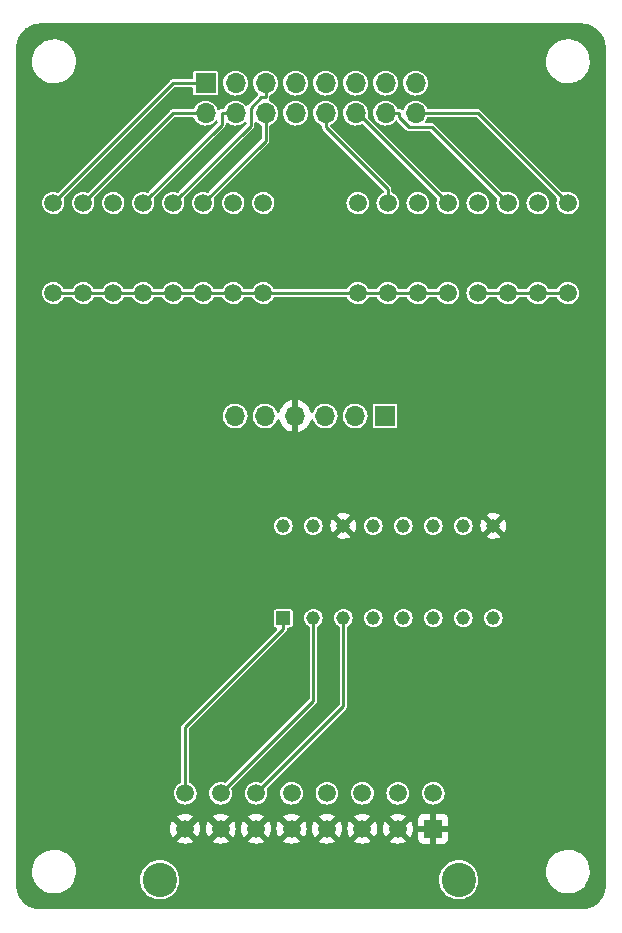
<source format=gbr>
%TF.GenerationSoftware,KiCad,Pcbnew,(6.0.7)*%
%TF.CreationDate,2023-09-07T13:28:03+01:00*%
%TF.ProjectId,CCC_rig_NTC_in,4343435f-7269-4675-9f4e-54435f696e2e,rev?*%
%TF.SameCoordinates,Original*%
%TF.FileFunction,Copper,L2,Bot*%
%TF.FilePolarity,Positive*%
%FSLAX46Y46*%
G04 Gerber Fmt 4.6, Leading zero omitted, Abs format (unit mm)*
G04 Created by KiCad (PCBNEW (6.0.7)) date 2023-09-07 13:28:03*
%MOMM*%
%LPD*%
G01*
G04 APERTURE LIST*
%TA.AperFunction,ComponentPad*%
%ADD10R,1.700000X1.700000*%
%TD*%
%TA.AperFunction,ComponentPad*%
%ADD11O,1.700000X1.700000*%
%TD*%
%TA.AperFunction,ComponentPad*%
%ADD12C,1.500000*%
%TD*%
%TA.AperFunction,ComponentPad*%
%ADD13R,1.159000X1.159000*%
%TD*%
%TA.AperFunction,ComponentPad*%
%ADD14C,1.159000*%
%TD*%
%TA.AperFunction,ComponentPad*%
%ADD15R,1.520000X1.520000*%
%TD*%
%TA.AperFunction,ComponentPad*%
%ADD16C,1.520000*%
%TD*%
%TA.AperFunction,ComponentPad*%
%ADD17C,2.910000*%
%TD*%
%TA.AperFunction,ViaPad*%
%ADD18C,0.800000*%
%TD*%
%TA.AperFunction,Conductor*%
%ADD19C,0.250000*%
%TD*%
G04 APERTURE END LIST*
D10*
%TO.P,J11,1,Pin_1*%
%TO.N,NTC_ADC_CS_00*%
X34325100Y-32146400D03*
D11*
%TO.P,J11,2,Pin_2*%
%TO.N,NTC_ADC_CS_01*%
X34325100Y-34686400D03*
%TO.P,J11,3,Pin_3*%
%TO.N,NTC_ADC_CS_02*%
X36865100Y-32146400D03*
%TO.P,J11,4,Pin_4*%
%TO.N,NTC_ADC_CS_03*%
X36865100Y-34686400D03*
%TO.P,J11,5,Pin_5*%
%TO.N,NTC_ADC_CS_04*%
X39405100Y-32146400D03*
%TO.P,J11,6,Pin_6*%
%TO.N,NTC_ADC_CS_05*%
X39405100Y-34686400D03*
%TO.P,J11,7,Pin_7*%
%TO.N,NTC_ADC_CS_06*%
X41945100Y-32146400D03*
%TO.P,J11,8,Pin_8*%
%TO.N,NTC_ADC_CS_07*%
X41945100Y-34686400D03*
%TO.P,J11,9,Pin_9*%
%TO.N,NTC_ADC_CS_08*%
X44485100Y-32146400D03*
%TO.P,J11,10,Pin_10*%
%TO.N,NTC_ADC_CS_09*%
X44485100Y-34686400D03*
%TO.P,J11,11,Pin_11*%
%TO.N,NTC_ADC_CS_10*%
X47025100Y-32146400D03*
%TO.P,J11,12,Pin_12*%
%TO.N,NTC_ADC_CS_11*%
X47025100Y-34686400D03*
%TO.P,J11,13,Pin_13*%
%TO.N,NTC_ADC_CS_12*%
X49565100Y-32146400D03*
%TO.P,J11,14,Pin_14*%
%TO.N,NTC_ADC_CS_13*%
X49565100Y-34686400D03*
%TO.P,J11,15,Pin_15*%
%TO.N,NTC_ADC_CS_14*%
X52105100Y-32146400D03*
%TO.P,J11,16,Pin_16*%
%TO.N,NTC_ADC_CS_15*%
X52105100Y-34686400D03*
%TD*%
D12*
%TO.P,S2,1,COM_1*%
%TO.N,NTC_ADC_CS*%
X47200100Y-49921400D03*
%TO.P,S2,2,NO_1*%
%TO.N,NTC_ADC_CS_08*%
X47200100Y-42301400D03*
%TO.P,S2,3,COM_2*%
%TO.N,NTC_ADC_CS*%
X49740100Y-49921400D03*
%TO.P,S2,4,NO_2*%
%TO.N,NTC_ADC_CS_09*%
X49740100Y-42301400D03*
%TO.P,S2,5,COM_3*%
%TO.N,NTC_ADC_CS*%
X52280100Y-49921400D03*
%TO.P,S2,6,NO_3*%
%TO.N,NTC_ADC_CS_10*%
X52280100Y-42301400D03*
%TO.P,S2,7,COM_4*%
%TO.N,NTC_ADC_CS*%
X54820100Y-49921400D03*
%TO.P,S2,8,NO_4*%
%TO.N,NTC_ADC_CS_11*%
X54820100Y-42301400D03*
%TO.P,S2,9,COM_5*%
%TO.N,NTC_ADC_CS*%
X57360100Y-49921400D03*
%TO.P,S2,10,NO_5*%
%TO.N,NTC_ADC_CS_12*%
X57360100Y-42301400D03*
%TO.P,S2,11,COM_6*%
%TO.N,NTC_ADC_CS*%
X59900100Y-49921400D03*
%TO.P,S2,12,NO_6*%
%TO.N,NTC_ADC_CS_13*%
X59900100Y-42301400D03*
%TO.P,S2,13,COM_7*%
%TO.N,NTC_ADC_CS*%
X62440100Y-49921400D03*
%TO.P,S2,14,NO_7*%
%TO.N,NTC_ADC_CS_14*%
X62440100Y-42301400D03*
%TO.P,S2,15,COM_8*%
%TO.N,NTC_ADC_CS*%
X64980100Y-49921400D03*
%TO.P,S2,16,NO_8*%
%TO.N,NTC_ADC_CS_15*%
X64980100Y-42301400D03*
%TD*%
%TO.P,S1,1,COM_1*%
%TO.N,NTC_ADC_CS*%
X21420100Y-49921400D03*
%TO.P,S1,2,NO_1*%
%TO.N,NTC_ADC_CS_00*%
X21420100Y-42301400D03*
%TO.P,S1,3,COM_2*%
%TO.N,NTC_ADC_CS*%
X23960100Y-49921400D03*
%TO.P,S1,4,NO_2*%
%TO.N,NTC_ADC_CS_01*%
X23960100Y-42301400D03*
%TO.P,S1,5,COM_3*%
%TO.N,NTC_ADC_CS*%
X26500100Y-49921400D03*
%TO.P,S1,6,NO_3*%
%TO.N,NTC_ADC_CS_02*%
X26500100Y-42301400D03*
%TO.P,S1,7,COM_4*%
%TO.N,NTC_ADC_CS*%
X29040100Y-49921400D03*
%TO.P,S1,8,NO_4*%
%TO.N,NTC_ADC_CS_03*%
X29040100Y-42301400D03*
%TO.P,S1,9,COM_5*%
%TO.N,NTC_ADC_CS*%
X31580100Y-49921400D03*
%TO.P,S1,10,NO_5*%
%TO.N,NTC_ADC_CS_04*%
X31580100Y-42301400D03*
%TO.P,S1,11,COM_6*%
%TO.N,NTC_ADC_CS*%
X34120100Y-49921400D03*
%TO.P,S1,12,NO_6*%
%TO.N,NTC_ADC_CS_05*%
X34120100Y-42301400D03*
%TO.P,S1,13,COM_7*%
%TO.N,NTC_ADC_CS*%
X36660100Y-49921400D03*
%TO.P,S1,14,NO_7*%
%TO.N,NTC_ADC_CS_06*%
X36660100Y-42301400D03*
%TO.P,S1,15,COM_8*%
%TO.N,NTC_ADC_CS*%
X39200100Y-49921400D03*
%TO.P,S1,16,NO_8*%
%TO.N,NTC_ADC_CS_07*%
X39200100Y-42301400D03*
%TD*%
D10*
%TO.P,J10,1,Pin_1*%
%TO.N,ADC_SPI_MOSI*%
X49525100Y-60335400D03*
D11*
%TO.P,J10,2,Pin_2*%
%TO.N,ADC_SPI_MISO*%
X46985100Y-60335400D03*
%TO.P,J10,3,Pin_3*%
%TO.N,ADC_SPI_CLK*%
X44445100Y-60335400D03*
%TO.P,J10,4,Pin_4*%
%TO.N,GNDD*%
X41905100Y-60335400D03*
%TO.P,J10,5,Pin_5*%
%TO.N,+3.3V*%
X39365100Y-60335400D03*
%TO.P,J10,6,Pin_6*%
%TO.N,+5V*%
X36825100Y-60335400D03*
%TD*%
D13*
%TO.P,IC3,1,CH0*%
%TO.N,NTC_ADC_CH0*%
X40914000Y-77448400D03*
D14*
%TO.P,IC3,2,CH1*%
%TO.N,NTC_ADC_CH1*%
X43454000Y-77448400D03*
%TO.P,IC3,3,CH2*%
%TO.N,NTC_ADC_CH2*%
X45994000Y-77448400D03*
%TO.P,IC3,4,CH3*%
%TO.N,NTC_ADC_CH3*%
X48534000Y-77448400D03*
%TO.P,IC3,5,CH4*%
%TO.N,NTC_ADC_CH4*%
X51074000Y-77448400D03*
%TO.P,IC3,6,CH5*%
%TO.N,NTC_ADC_CH5*%
X53614000Y-77448400D03*
%TO.P,IC3,7,CH6*%
%TO.N,NTC_ADC_CH6*%
X56154000Y-77448400D03*
%TO.P,IC3,8,CH7*%
%TO.N,NTC_ADC_CH7*%
X58694000Y-77448400D03*
%TO.P,IC3,9,DGND*%
%TO.N,GNDD*%
X58694000Y-69638400D03*
%TO.P,IC3,10,~{CS}/SHDN*%
%TO.N,NTC_ADC_CS*%
X56154000Y-69638400D03*
%TO.P,IC3,11,DIN*%
%TO.N,ADC_SPI_MOSI*%
X53614000Y-69638400D03*
%TO.P,IC3,12,DOUT*%
%TO.N,ADC_SPI_MISO*%
X51074000Y-69638400D03*
%TO.P,IC3,13,CLK*%
%TO.N,ADC_SPI_CLK*%
X48534000Y-69638400D03*
%TO.P,IC3,14,AGND*%
%TO.N,GNDD*%
X45994000Y-69638400D03*
%TO.P,IC3,15,VREF*%
%TO.N,3V3_ref_NTC_ADC*%
X43454000Y-69638400D03*
%TO.P,IC3,16,VDD*%
%TO.N,+3.3V*%
X40914000Y-69638400D03*
%TD*%
D15*
%TO.P,J9,1,Pin_1*%
%TO.N,GNDD*%
X53603300Y-95272000D03*
D16*
%TO.P,J9,2,Pin_2*%
X50603300Y-95272000D03*
%TO.P,J9,3,Pin_3*%
X47603300Y-95272000D03*
%TO.P,J9,4,Pin_4*%
X44603300Y-95272000D03*
%TO.P,J9,5,Pin_5*%
X41603300Y-95272000D03*
%TO.P,J9,6,Pin_6*%
X38603300Y-95272000D03*
%TO.P,J9,7,Pin_7*%
X35603300Y-95272000D03*
%TO.P,J9,8,Pin_8*%
X32603300Y-95272000D03*
%TO.P,J9,9,Pin_9*%
%TO.N,NTC_ADC_CH7*%
X53603300Y-92272000D03*
%TO.P,J9,10,Pin_10*%
%TO.N,NTC_ADC_CH6*%
X50603300Y-92272000D03*
%TO.P,J9,11,Pin_11*%
%TO.N,NTC_ADC_CH5*%
X47603300Y-92272000D03*
%TO.P,J9,12,Pin_12*%
%TO.N,NTC_ADC_CH4*%
X44603300Y-92272000D03*
%TO.P,J9,13,Pin_13*%
%TO.N,NTC_ADC_CH3*%
X41603300Y-92272000D03*
%TO.P,J9,14,Pin_14*%
%TO.N,NTC_ADC_CH2*%
X38603300Y-92272000D03*
%TO.P,J9,15,Pin_15*%
%TO.N,NTC_ADC_CH1*%
X35603300Y-92272000D03*
%TO.P,J9,16,Pin_16*%
%TO.N,NTC_ADC_CH0*%
X32603300Y-92272000D03*
D17*
%TO.P,J9,17*%
%TO.N,N/C*%
X55753300Y-99592000D03*
%TO.P,J9,18*%
X30453300Y-99592000D03*
%TD*%
D18*
%TO.N,GNDD*%
X54600000Y-85700000D03*
%TD*%
D19*
%TO.N,NTC_ADC_CS_15*%
X57365100Y-34686400D02*
X52105100Y-34686400D01*
X64980100Y-42301400D02*
X57365100Y-34686400D01*
%TO.N,NTC_ADC_CS_13*%
X53462000Y-35863300D02*
X59900100Y-42301400D01*
X51551000Y-35863300D02*
X53462000Y-35863300D01*
X50742000Y-35054300D02*
X51551000Y-35863300D01*
X50742000Y-34686400D02*
X50742000Y-35054300D01*
X49565100Y-34686400D02*
X50742000Y-34686400D01*
%TO.N,NTC_ADC_CS_11*%
X47205100Y-34686400D02*
X47025100Y-34686400D01*
X54820100Y-42301400D02*
X47205100Y-34686400D01*
%TO.N,NTC_ADC_CS_09*%
X49740100Y-41118300D02*
X44485100Y-35863300D01*
X49740100Y-42301400D02*
X49740100Y-41118300D01*
X44485100Y-34686400D02*
X44485100Y-35863300D01*
%TO.N,NTC_ADC_CS_05*%
X39405100Y-37016400D02*
X39405100Y-34686400D01*
X34120100Y-42301400D02*
X39405100Y-37016400D01*
%TO.N,NTC_ADC_CS_04*%
X39039300Y-33323300D02*
X39405100Y-33323300D01*
X38135100Y-34227500D02*
X39039300Y-33323300D01*
X38135100Y-35746400D02*
X38135100Y-34227500D01*
X31580100Y-42301400D02*
X38135100Y-35746400D01*
X39405100Y-32146400D02*
X39405100Y-33323300D01*
%TO.N,NTC_ADC_CS_03*%
X35688200Y-35653300D02*
X35688200Y-34686400D01*
X29040100Y-42301400D02*
X35688200Y-35653300D01*
X36865100Y-34686400D02*
X35688200Y-34686400D01*
%TO.N,NTC_ADC_CS_01*%
X31575100Y-34686400D02*
X34325100Y-34686400D01*
X23960100Y-42301400D02*
X31575100Y-34686400D01*
%TO.N,NTC_ADC_CS_00*%
X31575100Y-32146400D02*
X34325100Y-32146400D01*
X21420100Y-42301400D02*
X31575100Y-32146400D01*
%TO.N,NTC_ADC_CS*%
X36660100Y-49921400D02*
X34120100Y-49921400D01*
X34120100Y-49921400D02*
X31580100Y-49921400D01*
X31580100Y-49921400D02*
X29040100Y-49921400D01*
X29040100Y-49921400D02*
X26500100Y-49921400D01*
X26500100Y-49921400D02*
X23960100Y-49921400D01*
X23960100Y-49921400D02*
X21420100Y-49921400D01*
X36660100Y-49921400D02*
X39200100Y-49921400D01*
X39200100Y-49921400D02*
X47200100Y-49921400D01*
X64980100Y-49921400D02*
X62440100Y-49921400D01*
X62440100Y-49921400D02*
X59900100Y-49921400D01*
X59900100Y-49921400D02*
X57360100Y-49921400D01*
X54820100Y-49921400D02*
X52280100Y-49921400D01*
X52280100Y-49921400D02*
X49740100Y-49921400D01*
X49740100Y-49921400D02*
X47200100Y-49921400D01*
%TO.N,NTC_ADC_CH2*%
X45994000Y-84881300D02*
X45994000Y-77448400D01*
X38603300Y-92272000D02*
X45994000Y-84881300D01*
%TO.N,NTC_ADC_CH1*%
X43454000Y-84421300D02*
X35603300Y-92272000D01*
X43454000Y-77448400D02*
X43454000Y-84421300D01*
%TO.N,NTC_ADC_CH0*%
X32603300Y-86665500D02*
X32603300Y-92272000D01*
X40914000Y-78354800D02*
X32603300Y-86665500D01*
X40914000Y-77448400D02*
X40914000Y-78354800D01*
%TD*%
%TA.AperFunction,Conductor*%
%TO.N,GNDD*%
G36*
X66204122Y-27101270D02*
G01*
X66367113Y-27111953D01*
X66367430Y-27111975D01*
X66457453Y-27118413D01*
X66473042Y-27120513D01*
X66615622Y-27148874D01*
X66617823Y-27149332D01*
X66689488Y-27164921D01*
X66725795Y-27172819D01*
X66739502Y-27176624D01*
X66873370Y-27222066D01*
X66876875Y-27223314D01*
X66984080Y-27263299D01*
X66995769Y-27268347D01*
X67063557Y-27301776D01*
X67121129Y-27330167D01*
X67125748Y-27332565D01*
X67178077Y-27361139D01*
X67227492Y-27388122D01*
X67237107Y-27393944D01*
X67312445Y-27444282D01*
X67352694Y-27471177D01*
X67358174Y-27475054D01*
X67424383Y-27524617D01*
X67451478Y-27544901D01*
X67459046Y-27551036D01*
X67563336Y-27642496D01*
X67569353Y-27648133D01*
X67651867Y-27730647D01*
X67657504Y-27736664D01*
X67748964Y-27840954D01*
X67755099Y-27848522D01*
X67824946Y-27941826D01*
X67828830Y-27947315D01*
X67906056Y-28062893D01*
X67911878Y-28072508D01*
X67938861Y-28121923D01*
X67967435Y-28174252D01*
X67969843Y-28178890D01*
X68031653Y-28304231D01*
X68036703Y-28315925D01*
X68076677Y-28423099D01*
X68077932Y-28426625D01*
X68123376Y-28560498D01*
X68127182Y-28574210D01*
X68150668Y-28682177D01*
X68151126Y-28684378D01*
X68179487Y-28826958D01*
X68181587Y-28842547D01*
X68188025Y-28932570D01*
X68188047Y-28932887D01*
X68198730Y-29095877D01*
X68199000Y-29104118D01*
X68199000Y-100095882D01*
X68198730Y-100104122D01*
X68188047Y-100267113D01*
X68188025Y-100267430D01*
X68182772Y-100340880D01*
X68181587Y-100357451D01*
X68179487Y-100373042D01*
X68151126Y-100515622D01*
X68150668Y-100517823D01*
X68127182Y-100625790D01*
X68123376Y-100639502D01*
X68090948Y-100735032D01*
X68077934Y-100773370D01*
X68076677Y-100776901D01*
X68036703Y-100884075D01*
X68031653Y-100895769D01*
X67969843Y-101021110D01*
X67967435Y-101025748D01*
X67943798Y-101069036D01*
X67911878Y-101127492D01*
X67906056Y-101137107D01*
X67882409Y-101172498D01*
X67842276Y-101232562D01*
X67828830Y-101252685D01*
X67824946Y-101258174D01*
X67775383Y-101324383D01*
X67755099Y-101351478D01*
X67748964Y-101359046D01*
X67657504Y-101463336D01*
X67651867Y-101469353D01*
X67569353Y-101551867D01*
X67563336Y-101557504D01*
X67459046Y-101648964D01*
X67451478Y-101655099D01*
X67358174Y-101724946D01*
X67352694Y-101728823D01*
X67312445Y-101755718D01*
X67237107Y-101806056D01*
X67227492Y-101811878D01*
X67178077Y-101838861D01*
X67125748Y-101867435D01*
X67121129Y-101869833D01*
X67063557Y-101898224D01*
X66995769Y-101931653D01*
X66984080Y-101936701D01*
X66876875Y-101976686D01*
X66873375Y-101977932D01*
X66739502Y-102023376D01*
X66725795Y-102027181D01*
X66689488Y-102035079D01*
X66617823Y-102050668D01*
X66615622Y-102051126D01*
X66473042Y-102079487D01*
X66457453Y-102081587D01*
X66367430Y-102088025D01*
X66367113Y-102088047D01*
X66204122Y-102098730D01*
X66195882Y-102099000D01*
X20304118Y-102099000D01*
X20295878Y-102098730D01*
X20132887Y-102088047D01*
X20132570Y-102088025D01*
X20042547Y-102081587D01*
X20026958Y-102079487D01*
X19884378Y-102051126D01*
X19882177Y-102050668D01*
X19810512Y-102035079D01*
X19774205Y-102027181D01*
X19760498Y-102023376D01*
X19626625Y-101977932D01*
X19623125Y-101976686D01*
X19515920Y-101936701D01*
X19504231Y-101931653D01*
X19436443Y-101898224D01*
X19378871Y-101869833D01*
X19374252Y-101867435D01*
X19321923Y-101838861D01*
X19272508Y-101811878D01*
X19262893Y-101806056D01*
X19187555Y-101755718D01*
X19147306Y-101728823D01*
X19141826Y-101724946D01*
X19048522Y-101655099D01*
X19040954Y-101648964D01*
X18936664Y-101557504D01*
X18930647Y-101551867D01*
X18848133Y-101469353D01*
X18842496Y-101463336D01*
X18751036Y-101359046D01*
X18744901Y-101351478D01*
X18724617Y-101324383D01*
X18675054Y-101258174D01*
X18671170Y-101252685D01*
X18657725Y-101232562D01*
X18617591Y-101172498D01*
X18593944Y-101137107D01*
X18588122Y-101127492D01*
X18556202Y-101069036D01*
X18532565Y-101025748D01*
X18530157Y-101021110D01*
X18468347Y-100895769D01*
X18463297Y-100884075D01*
X18423323Y-100776901D01*
X18422066Y-100773370D01*
X18409052Y-100735032D01*
X18376624Y-100639502D01*
X18372818Y-100625790D01*
X18349332Y-100517823D01*
X18348874Y-100515622D01*
X18320513Y-100373042D01*
X18318413Y-100357451D01*
X18317228Y-100340880D01*
X18311975Y-100267430D01*
X18311953Y-100267113D01*
X18301270Y-100104122D01*
X18301000Y-100095882D01*
X18301000Y-98942095D01*
X19645028Y-98942095D01*
X19670534Y-99209431D01*
X19734364Y-99470285D01*
X19736076Y-99474511D01*
X19736077Y-99474515D01*
X19802506Y-99638519D01*
X19835182Y-99719192D01*
X19970875Y-99950938D01*
X19973728Y-99954505D01*
X20085225Y-100093925D01*
X20138601Y-100160669D01*
X20334846Y-100343991D01*
X20376723Y-100373042D01*
X20551746Y-100494461D01*
X20551751Y-100494464D01*
X20555499Y-100497064D01*
X20559584Y-100499096D01*
X20559587Y-100499098D01*
X20592802Y-100515622D01*
X20795938Y-100616680D01*
X20800272Y-100618101D01*
X20800275Y-100618102D01*
X21046793Y-100698915D01*
X21046798Y-100698916D01*
X21051126Y-100700335D01*
X21055617Y-100701115D01*
X21055618Y-100701115D01*
X21311936Y-100745620D01*
X21311944Y-100745621D01*
X21315717Y-100746276D01*
X21319554Y-100746467D01*
X21398996Y-100750422D01*
X21399004Y-100750422D01*
X21400567Y-100750500D01*
X21568223Y-100750500D01*
X21570491Y-100750335D01*
X21570503Y-100750335D01*
X21700823Y-100740879D01*
X21767846Y-100736016D01*
X21772301Y-100735032D01*
X21772304Y-100735032D01*
X22025620Y-100679105D01*
X22025624Y-100679104D01*
X22030080Y-100678120D01*
X22168203Y-100625790D01*
X22276941Y-100584593D01*
X22276944Y-100584592D01*
X22281211Y-100582975D01*
X22515976Y-100452574D01*
X22620188Y-100373042D01*
X22725833Y-100292417D01*
X22725837Y-100292413D01*
X22729458Y-100289650D01*
X22751180Y-100267430D01*
X22913999Y-100100873D01*
X22917185Y-100097614D01*
X23075225Y-99880491D01*
X23162313Y-99714963D01*
X23198140Y-99646868D01*
X23198143Y-99646862D01*
X23200265Y-99642828D01*
X23216474Y-99596930D01*
X23218215Y-99592000D01*
X28792681Y-99592000D01*
X28813126Y-99851778D01*
X28814280Y-99856585D01*
X28814281Y-99856591D01*
X28836932Y-99950938D01*
X28873957Y-100105159D01*
X28875850Y-100109730D01*
X28875851Y-100109732D01*
X28971597Y-100340880D01*
X28973678Y-100345905D01*
X29109831Y-100568087D01*
X29279065Y-100766235D01*
X29477213Y-100935469D01*
X29699395Y-101071622D01*
X29703965Y-101073515D01*
X29703969Y-101073517D01*
X29935568Y-101169449D01*
X29935570Y-101169450D01*
X29940141Y-101171343D01*
X30027451Y-101192304D01*
X30188709Y-101231019D01*
X30188715Y-101231020D01*
X30193522Y-101232174D01*
X30453300Y-101252619D01*
X30713078Y-101232174D01*
X30717885Y-101231020D01*
X30717891Y-101231019D01*
X30879149Y-101192304D01*
X30966459Y-101171343D01*
X30971030Y-101169450D01*
X30971032Y-101169449D01*
X31202631Y-101073517D01*
X31202635Y-101073515D01*
X31207205Y-101071622D01*
X31429387Y-100935469D01*
X31627535Y-100766235D01*
X31796769Y-100568087D01*
X31932922Y-100345905D01*
X31935004Y-100340880D01*
X32030749Y-100109732D01*
X32030750Y-100109730D01*
X32032643Y-100105159D01*
X32069668Y-99950938D01*
X32092319Y-99856591D01*
X32092320Y-99856585D01*
X32093474Y-99851778D01*
X32113919Y-99592000D01*
X54092681Y-99592000D01*
X54113126Y-99851778D01*
X54114280Y-99856585D01*
X54114281Y-99856591D01*
X54136932Y-99950938D01*
X54173957Y-100105159D01*
X54175850Y-100109730D01*
X54175851Y-100109732D01*
X54271597Y-100340880D01*
X54273678Y-100345905D01*
X54409831Y-100568087D01*
X54579065Y-100766235D01*
X54777213Y-100935469D01*
X54999395Y-101071622D01*
X55003965Y-101073515D01*
X55003969Y-101073517D01*
X55235568Y-101169449D01*
X55235570Y-101169450D01*
X55240141Y-101171343D01*
X55327451Y-101192304D01*
X55488709Y-101231019D01*
X55488715Y-101231020D01*
X55493522Y-101232174D01*
X55753300Y-101252619D01*
X56013078Y-101232174D01*
X56017885Y-101231020D01*
X56017891Y-101231019D01*
X56179149Y-101192304D01*
X56266459Y-101171343D01*
X56271030Y-101169450D01*
X56271032Y-101169449D01*
X56502631Y-101073517D01*
X56502635Y-101073515D01*
X56507205Y-101071622D01*
X56729387Y-100935469D01*
X56927535Y-100766235D01*
X57096769Y-100568087D01*
X57232922Y-100345905D01*
X57235004Y-100340880D01*
X57330749Y-100109732D01*
X57330750Y-100109730D01*
X57332643Y-100105159D01*
X57369668Y-99950938D01*
X57392319Y-99856591D01*
X57392320Y-99856585D01*
X57393474Y-99851778D01*
X57413919Y-99592000D01*
X57393474Y-99332222D01*
X57332643Y-99078841D01*
X57276001Y-98942095D01*
X63145028Y-98942095D01*
X63170534Y-99209431D01*
X63234364Y-99470285D01*
X63236076Y-99474511D01*
X63236077Y-99474515D01*
X63302506Y-99638519D01*
X63335182Y-99719192D01*
X63470875Y-99950938D01*
X63473728Y-99954505D01*
X63585225Y-100093925D01*
X63638601Y-100160669D01*
X63834846Y-100343991D01*
X63876723Y-100373042D01*
X64051746Y-100494461D01*
X64051751Y-100494464D01*
X64055499Y-100497064D01*
X64059584Y-100499096D01*
X64059587Y-100499098D01*
X64092802Y-100515622D01*
X64295938Y-100616680D01*
X64300272Y-100618101D01*
X64300275Y-100618102D01*
X64546793Y-100698915D01*
X64546798Y-100698916D01*
X64551126Y-100700335D01*
X64555617Y-100701115D01*
X64555618Y-100701115D01*
X64811936Y-100745620D01*
X64811944Y-100745621D01*
X64815717Y-100746276D01*
X64819554Y-100746467D01*
X64898996Y-100750422D01*
X64899004Y-100750422D01*
X64900567Y-100750500D01*
X65068223Y-100750500D01*
X65070491Y-100750335D01*
X65070503Y-100750335D01*
X65200823Y-100740879D01*
X65267846Y-100736016D01*
X65272301Y-100735032D01*
X65272304Y-100735032D01*
X65525620Y-100679105D01*
X65525624Y-100679104D01*
X65530080Y-100678120D01*
X65668203Y-100625790D01*
X65776941Y-100584593D01*
X65776944Y-100584592D01*
X65781211Y-100582975D01*
X66015976Y-100452574D01*
X66120188Y-100373042D01*
X66225833Y-100292417D01*
X66225837Y-100292413D01*
X66229458Y-100289650D01*
X66251180Y-100267430D01*
X66413999Y-100100873D01*
X66417185Y-100097614D01*
X66575225Y-99880491D01*
X66662313Y-99714963D01*
X66698140Y-99646868D01*
X66698143Y-99646862D01*
X66700265Y-99642828D01*
X66716474Y-99596930D01*
X66788165Y-99393916D01*
X66788165Y-99393915D01*
X66789688Y-99389603D01*
X66841620Y-99126122D01*
X66843974Y-99078841D01*
X66854745Y-98862474D01*
X66854745Y-98862468D01*
X66854972Y-98857905D01*
X66829466Y-98590569D01*
X66765636Y-98329715D01*
X66731707Y-98245947D01*
X66666531Y-98085037D01*
X66666531Y-98085036D01*
X66664818Y-98080808D01*
X66529125Y-97849062D01*
X66418211Y-97710371D01*
X66364251Y-97642897D01*
X66364250Y-97642895D01*
X66361399Y-97639331D01*
X66165154Y-97456009D01*
X66005436Y-97345208D01*
X65948254Y-97305539D01*
X65948249Y-97305536D01*
X65944501Y-97302936D01*
X65940416Y-97300904D01*
X65940413Y-97300902D01*
X65768560Y-97215407D01*
X65704062Y-97183320D01*
X65699728Y-97181899D01*
X65699725Y-97181898D01*
X65453207Y-97101085D01*
X65453202Y-97101084D01*
X65448874Y-97099665D01*
X65444382Y-97098885D01*
X65188064Y-97054380D01*
X65188056Y-97054379D01*
X65184283Y-97053724D01*
X65175622Y-97053293D01*
X65101004Y-97049578D01*
X65100996Y-97049578D01*
X65099433Y-97049500D01*
X64931777Y-97049500D01*
X64929509Y-97049665D01*
X64929497Y-97049665D01*
X64799177Y-97059121D01*
X64732154Y-97063984D01*
X64727699Y-97064968D01*
X64727696Y-97064968D01*
X64474380Y-97120895D01*
X64474376Y-97120896D01*
X64469920Y-97121880D01*
X64344354Y-97169453D01*
X64223059Y-97215407D01*
X64223056Y-97215408D01*
X64218789Y-97217025D01*
X63984024Y-97347426D01*
X63980392Y-97350198D01*
X63774167Y-97507583D01*
X63774163Y-97507587D01*
X63770542Y-97510350D01*
X63582815Y-97702386D01*
X63424775Y-97919509D01*
X63407165Y-97952981D01*
X63301860Y-98153132D01*
X63301857Y-98153138D01*
X63299735Y-98157172D01*
X63298215Y-98161477D01*
X63298213Y-98161481D01*
X63238804Y-98329715D01*
X63210312Y-98410397D01*
X63185222Y-98537694D01*
X63168974Y-98620130D01*
X63158380Y-98673878D01*
X63158153Y-98678431D01*
X63158153Y-98678434D01*
X63148992Y-98862474D01*
X63145028Y-98942095D01*
X57276001Y-98942095D01*
X57274108Y-98937526D01*
X57234817Y-98842669D01*
X57234815Y-98842665D01*
X57232922Y-98838095D01*
X57096769Y-98615913D01*
X56927535Y-98417765D01*
X56729387Y-98248531D01*
X56507205Y-98112378D01*
X56502635Y-98110485D01*
X56502631Y-98110483D01*
X56271032Y-98014551D01*
X56271030Y-98014550D01*
X56266459Y-98012657D01*
X56179149Y-97991696D01*
X56017891Y-97952981D01*
X56017885Y-97952980D01*
X56013078Y-97951826D01*
X55753300Y-97931381D01*
X55493522Y-97951826D01*
X55488715Y-97952980D01*
X55488709Y-97952981D01*
X55327451Y-97991696D01*
X55240141Y-98012657D01*
X55235570Y-98014550D01*
X55235568Y-98014551D01*
X55003969Y-98110483D01*
X55003965Y-98110485D01*
X54999395Y-98112378D01*
X54777213Y-98248531D01*
X54579065Y-98417765D01*
X54409831Y-98615913D01*
X54273678Y-98838095D01*
X54271785Y-98842665D01*
X54271783Y-98842669D01*
X54232492Y-98937526D01*
X54173957Y-99078841D01*
X54113126Y-99332222D01*
X54092681Y-99592000D01*
X32113919Y-99592000D01*
X32093474Y-99332222D01*
X32032643Y-99078841D01*
X31974108Y-98937526D01*
X31934817Y-98842669D01*
X31934815Y-98842665D01*
X31932922Y-98838095D01*
X31796769Y-98615913D01*
X31627535Y-98417765D01*
X31429387Y-98248531D01*
X31207205Y-98112378D01*
X31202635Y-98110485D01*
X31202631Y-98110483D01*
X30971032Y-98014551D01*
X30971030Y-98014550D01*
X30966459Y-98012657D01*
X30879149Y-97991696D01*
X30717891Y-97952981D01*
X30717885Y-97952980D01*
X30713078Y-97951826D01*
X30453300Y-97931381D01*
X30193522Y-97951826D01*
X30188715Y-97952980D01*
X30188709Y-97952981D01*
X30027451Y-97991696D01*
X29940141Y-98012657D01*
X29935570Y-98014550D01*
X29935568Y-98014551D01*
X29703969Y-98110483D01*
X29703965Y-98110485D01*
X29699395Y-98112378D01*
X29477213Y-98248531D01*
X29279065Y-98417765D01*
X29109831Y-98615913D01*
X28973678Y-98838095D01*
X28971785Y-98842665D01*
X28971783Y-98842669D01*
X28932492Y-98937526D01*
X28873957Y-99078841D01*
X28813126Y-99332222D01*
X28792681Y-99592000D01*
X23218215Y-99592000D01*
X23288165Y-99393916D01*
X23288165Y-99393915D01*
X23289688Y-99389603D01*
X23341620Y-99126122D01*
X23343974Y-99078841D01*
X23354745Y-98862474D01*
X23354745Y-98862468D01*
X23354972Y-98857905D01*
X23329466Y-98590569D01*
X23265636Y-98329715D01*
X23231707Y-98245947D01*
X23166531Y-98085037D01*
X23166531Y-98085036D01*
X23164818Y-98080808D01*
X23029125Y-97849062D01*
X22918211Y-97710371D01*
X22864251Y-97642897D01*
X22864250Y-97642895D01*
X22861399Y-97639331D01*
X22665154Y-97456009D01*
X22505436Y-97345208D01*
X22448254Y-97305539D01*
X22448249Y-97305536D01*
X22444501Y-97302936D01*
X22440416Y-97300904D01*
X22440413Y-97300902D01*
X22268560Y-97215407D01*
X22204062Y-97183320D01*
X22199728Y-97181899D01*
X22199725Y-97181898D01*
X21953207Y-97101085D01*
X21953202Y-97101084D01*
X21948874Y-97099665D01*
X21944382Y-97098885D01*
X21688064Y-97054380D01*
X21688056Y-97054379D01*
X21684283Y-97053724D01*
X21675622Y-97053293D01*
X21601004Y-97049578D01*
X21600996Y-97049578D01*
X21599433Y-97049500D01*
X21431777Y-97049500D01*
X21429509Y-97049665D01*
X21429497Y-97049665D01*
X21299177Y-97059121D01*
X21232154Y-97063984D01*
X21227699Y-97064968D01*
X21227696Y-97064968D01*
X20974380Y-97120895D01*
X20974376Y-97120896D01*
X20969920Y-97121880D01*
X20844354Y-97169453D01*
X20723059Y-97215407D01*
X20723056Y-97215408D01*
X20718789Y-97217025D01*
X20484024Y-97347426D01*
X20480392Y-97350198D01*
X20274167Y-97507583D01*
X20274163Y-97507587D01*
X20270542Y-97510350D01*
X20082815Y-97702386D01*
X19924775Y-97919509D01*
X19907165Y-97952981D01*
X19801860Y-98153132D01*
X19801857Y-98153138D01*
X19799735Y-98157172D01*
X19798215Y-98161477D01*
X19798213Y-98161481D01*
X19738804Y-98329715D01*
X19710312Y-98410397D01*
X19685222Y-98537694D01*
X19668974Y-98620130D01*
X19658380Y-98673878D01*
X19658153Y-98678431D01*
X19658153Y-98678434D01*
X19648992Y-98862474D01*
X19645028Y-98942095D01*
X18301000Y-98942095D01*
X18301000Y-96329342D01*
X31910513Y-96329342D01*
X31919809Y-96341357D01*
X31962369Y-96371158D01*
X31971865Y-96376641D01*
X32162980Y-96465759D01*
X32173272Y-96469505D01*
X32376960Y-96524083D01*
X32387753Y-96525986D01*
X32597825Y-96544365D01*
X32608775Y-96544365D01*
X32818847Y-96525986D01*
X32829640Y-96524083D01*
X33033328Y-96469505D01*
X33043620Y-96465759D01*
X33234735Y-96376641D01*
X33244231Y-96371158D01*
X33287629Y-96340770D01*
X33296004Y-96330293D01*
X33295504Y-96329342D01*
X34910513Y-96329342D01*
X34919809Y-96341357D01*
X34962369Y-96371158D01*
X34971865Y-96376641D01*
X35162980Y-96465759D01*
X35173272Y-96469505D01*
X35376960Y-96524083D01*
X35387753Y-96525986D01*
X35597825Y-96544365D01*
X35608775Y-96544365D01*
X35818847Y-96525986D01*
X35829640Y-96524083D01*
X36033328Y-96469505D01*
X36043620Y-96465759D01*
X36234735Y-96376641D01*
X36244231Y-96371158D01*
X36287629Y-96340770D01*
X36296004Y-96330293D01*
X36295504Y-96329342D01*
X37910513Y-96329342D01*
X37919809Y-96341357D01*
X37962369Y-96371158D01*
X37971865Y-96376641D01*
X38162980Y-96465759D01*
X38173272Y-96469505D01*
X38376960Y-96524083D01*
X38387753Y-96525986D01*
X38597825Y-96544365D01*
X38608775Y-96544365D01*
X38818847Y-96525986D01*
X38829640Y-96524083D01*
X39033328Y-96469505D01*
X39043620Y-96465759D01*
X39234735Y-96376641D01*
X39244231Y-96371158D01*
X39287629Y-96340770D01*
X39296004Y-96330293D01*
X39295504Y-96329342D01*
X40910513Y-96329342D01*
X40919809Y-96341357D01*
X40962369Y-96371158D01*
X40971865Y-96376641D01*
X41162980Y-96465759D01*
X41173272Y-96469505D01*
X41376960Y-96524083D01*
X41387753Y-96525986D01*
X41597825Y-96544365D01*
X41608775Y-96544365D01*
X41818847Y-96525986D01*
X41829640Y-96524083D01*
X42033328Y-96469505D01*
X42043620Y-96465759D01*
X42234735Y-96376641D01*
X42244231Y-96371158D01*
X42287629Y-96340770D01*
X42296004Y-96330293D01*
X42295504Y-96329342D01*
X43910513Y-96329342D01*
X43919809Y-96341357D01*
X43962369Y-96371158D01*
X43971865Y-96376641D01*
X44162980Y-96465759D01*
X44173272Y-96469505D01*
X44376960Y-96524083D01*
X44387753Y-96525986D01*
X44597825Y-96544365D01*
X44608775Y-96544365D01*
X44818847Y-96525986D01*
X44829640Y-96524083D01*
X45033328Y-96469505D01*
X45043620Y-96465759D01*
X45234735Y-96376641D01*
X45244231Y-96371158D01*
X45287629Y-96340770D01*
X45296004Y-96330293D01*
X45295504Y-96329342D01*
X46910513Y-96329342D01*
X46919809Y-96341357D01*
X46962369Y-96371158D01*
X46971865Y-96376641D01*
X47162980Y-96465759D01*
X47173272Y-96469505D01*
X47376960Y-96524083D01*
X47387753Y-96525986D01*
X47597825Y-96544365D01*
X47608775Y-96544365D01*
X47818847Y-96525986D01*
X47829640Y-96524083D01*
X48033328Y-96469505D01*
X48043620Y-96465759D01*
X48234735Y-96376641D01*
X48244231Y-96371158D01*
X48287629Y-96340770D01*
X48296004Y-96330293D01*
X48295504Y-96329342D01*
X49910513Y-96329342D01*
X49919809Y-96341357D01*
X49962369Y-96371158D01*
X49971865Y-96376641D01*
X50162980Y-96465759D01*
X50173272Y-96469505D01*
X50376960Y-96524083D01*
X50387753Y-96525986D01*
X50597825Y-96544365D01*
X50608775Y-96544365D01*
X50818847Y-96525986D01*
X50829640Y-96524083D01*
X51033328Y-96469505D01*
X51043620Y-96465759D01*
X51234735Y-96376641D01*
X51244231Y-96371158D01*
X51287629Y-96340770D01*
X51296004Y-96330293D01*
X51288935Y-96316845D01*
X51048759Y-96076669D01*
X52335301Y-96076669D01*
X52335671Y-96083490D01*
X52341195Y-96134352D01*
X52344821Y-96149604D01*
X52389976Y-96270054D01*
X52398514Y-96285649D01*
X52475015Y-96387724D01*
X52487576Y-96400285D01*
X52589651Y-96476786D01*
X52605246Y-96485324D01*
X52725694Y-96530478D01*
X52740949Y-96534105D01*
X52791814Y-96539631D01*
X52798628Y-96540000D01*
X53331185Y-96540000D01*
X53346424Y-96535525D01*
X53347629Y-96534135D01*
X53349300Y-96526452D01*
X53349300Y-96521884D01*
X53857300Y-96521884D01*
X53861775Y-96537123D01*
X53863165Y-96538328D01*
X53870848Y-96539999D01*
X54407969Y-96539999D01*
X54414790Y-96539629D01*
X54465652Y-96534105D01*
X54480904Y-96530479D01*
X54601354Y-96485324D01*
X54616949Y-96476786D01*
X54719024Y-96400285D01*
X54731585Y-96387724D01*
X54808086Y-96285649D01*
X54816624Y-96270054D01*
X54861778Y-96149606D01*
X54865405Y-96134351D01*
X54870931Y-96083486D01*
X54871300Y-96076672D01*
X54871300Y-95544115D01*
X54866825Y-95528876D01*
X54865435Y-95527671D01*
X54857752Y-95526000D01*
X53875415Y-95526000D01*
X53860176Y-95530475D01*
X53858971Y-95531865D01*
X53857300Y-95539548D01*
X53857300Y-96521884D01*
X53349300Y-96521884D01*
X53349300Y-95544115D01*
X53344825Y-95528876D01*
X53343435Y-95527671D01*
X53335752Y-95526000D01*
X52353416Y-95526000D01*
X52338177Y-95530475D01*
X52336972Y-95531865D01*
X52335301Y-95539548D01*
X52335301Y-96076669D01*
X51048759Y-96076669D01*
X50616112Y-95644022D01*
X50602168Y-95636408D01*
X50600335Y-95636539D01*
X50593720Y-95640790D01*
X49916943Y-96317567D01*
X49910513Y-96329342D01*
X48295504Y-96329342D01*
X48288935Y-96316845D01*
X47616112Y-95644022D01*
X47602168Y-95636408D01*
X47600335Y-95636539D01*
X47593720Y-95640790D01*
X46916943Y-96317567D01*
X46910513Y-96329342D01*
X45295504Y-96329342D01*
X45288935Y-96316845D01*
X44616112Y-95644022D01*
X44602168Y-95636408D01*
X44600335Y-95636539D01*
X44593720Y-95640790D01*
X43916943Y-96317567D01*
X43910513Y-96329342D01*
X42295504Y-96329342D01*
X42288935Y-96316845D01*
X41616112Y-95644022D01*
X41602168Y-95636408D01*
X41600335Y-95636539D01*
X41593720Y-95640790D01*
X40916943Y-96317567D01*
X40910513Y-96329342D01*
X39295504Y-96329342D01*
X39288935Y-96316845D01*
X38616112Y-95644022D01*
X38602168Y-95636408D01*
X38600335Y-95636539D01*
X38593720Y-95640790D01*
X37916943Y-96317567D01*
X37910513Y-96329342D01*
X36295504Y-96329342D01*
X36288935Y-96316845D01*
X35616112Y-95644022D01*
X35602168Y-95636408D01*
X35600335Y-95636539D01*
X35593720Y-95640790D01*
X34916943Y-96317567D01*
X34910513Y-96329342D01*
X33295504Y-96329342D01*
X33288935Y-96316845D01*
X32616112Y-95644022D01*
X32602168Y-95636408D01*
X32600335Y-95636539D01*
X32593720Y-95640790D01*
X31916943Y-96317567D01*
X31910513Y-96329342D01*
X18301000Y-96329342D01*
X18301000Y-95277475D01*
X31330935Y-95277475D01*
X31349314Y-95487547D01*
X31351217Y-95498340D01*
X31405795Y-95702028D01*
X31409541Y-95712320D01*
X31498659Y-95903435D01*
X31504142Y-95912931D01*
X31534530Y-95956329D01*
X31545007Y-95964704D01*
X31558455Y-95957635D01*
X32231278Y-95284812D01*
X32237656Y-95273132D01*
X32967708Y-95273132D01*
X32967839Y-95274965D01*
X32972090Y-95281580D01*
X33648867Y-95958357D01*
X33660642Y-95964787D01*
X33672657Y-95955491D01*
X33702458Y-95912931D01*
X33707941Y-95903435D01*
X33797059Y-95712320D01*
X33800805Y-95702028D01*
X33855383Y-95498340D01*
X33857286Y-95487547D01*
X33875665Y-95277475D01*
X34330935Y-95277475D01*
X34349314Y-95487547D01*
X34351217Y-95498340D01*
X34405795Y-95702028D01*
X34409541Y-95712320D01*
X34498659Y-95903435D01*
X34504142Y-95912931D01*
X34534530Y-95956329D01*
X34545007Y-95964704D01*
X34558455Y-95957635D01*
X35231278Y-95284812D01*
X35237656Y-95273132D01*
X35967708Y-95273132D01*
X35967839Y-95274965D01*
X35972090Y-95281580D01*
X36648867Y-95958357D01*
X36660642Y-95964787D01*
X36672657Y-95955491D01*
X36702458Y-95912931D01*
X36707941Y-95903435D01*
X36797059Y-95712320D01*
X36800805Y-95702028D01*
X36855383Y-95498340D01*
X36857286Y-95487547D01*
X36875665Y-95277475D01*
X37330935Y-95277475D01*
X37349314Y-95487547D01*
X37351217Y-95498340D01*
X37405795Y-95702028D01*
X37409541Y-95712320D01*
X37498659Y-95903435D01*
X37504142Y-95912931D01*
X37534530Y-95956329D01*
X37545007Y-95964704D01*
X37558455Y-95957635D01*
X38231278Y-95284812D01*
X38237656Y-95273132D01*
X38967708Y-95273132D01*
X38967839Y-95274965D01*
X38972090Y-95281580D01*
X39648867Y-95958357D01*
X39660642Y-95964787D01*
X39672657Y-95955491D01*
X39702458Y-95912931D01*
X39707941Y-95903435D01*
X39797059Y-95712320D01*
X39800805Y-95702028D01*
X39855383Y-95498340D01*
X39857286Y-95487547D01*
X39875665Y-95277475D01*
X40330935Y-95277475D01*
X40349314Y-95487547D01*
X40351217Y-95498340D01*
X40405795Y-95702028D01*
X40409541Y-95712320D01*
X40498659Y-95903435D01*
X40504142Y-95912931D01*
X40534530Y-95956329D01*
X40545007Y-95964704D01*
X40558455Y-95957635D01*
X41231278Y-95284812D01*
X41237656Y-95273132D01*
X41967708Y-95273132D01*
X41967839Y-95274965D01*
X41972090Y-95281580D01*
X42648867Y-95958357D01*
X42660642Y-95964787D01*
X42672657Y-95955491D01*
X42702458Y-95912931D01*
X42707941Y-95903435D01*
X42797059Y-95712320D01*
X42800805Y-95702028D01*
X42855383Y-95498340D01*
X42857286Y-95487547D01*
X42875665Y-95277475D01*
X43330935Y-95277475D01*
X43349314Y-95487547D01*
X43351217Y-95498340D01*
X43405795Y-95702028D01*
X43409541Y-95712320D01*
X43498659Y-95903435D01*
X43504142Y-95912931D01*
X43534530Y-95956329D01*
X43545007Y-95964704D01*
X43558455Y-95957635D01*
X44231278Y-95284812D01*
X44237656Y-95273132D01*
X44967708Y-95273132D01*
X44967839Y-95274965D01*
X44972090Y-95281580D01*
X45648867Y-95958357D01*
X45660642Y-95964787D01*
X45672657Y-95955491D01*
X45702458Y-95912931D01*
X45707941Y-95903435D01*
X45797059Y-95712320D01*
X45800805Y-95702028D01*
X45855383Y-95498340D01*
X45857286Y-95487547D01*
X45875665Y-95277475D01*
X46330935Y-95277475D01*
X46349314Y-95487547D01*
X46351217Y-95498340D01*
X46405795Y-95702028D01*
X46409541Y-95712320D01*
X46498659Y-95903435D01*
X46504142Y-95912931D01*
X46534530Y-95956329D01*
X46545007Y-95964704D01*
X46558455Y-95957635D01*
X47231278Y-95284812D01*
X47237656Y-95273132D01*
X47967708Y-95273132D01*
X47967839Y-95274965D01*
X47972090Y-95281580D01*
X48648867Y-95958357D01*
X48660642Y-95964787D01*
X48672657Y-95955491D01*
X48702458Y-95912931D01*
X48707941Y-95903435D01*
X48797059Y-95712320D01*
X48800805Y-95702028D01*
X48855383Y-95498340D01*
X48857286Y-95487547D01*
X48875665Y-95277475D01*
X49330935Y-95277475D01*
X49349314Y-95487547D01*
X49351217Y-95498340D01*
X49405795Y-95702028D01*
X49409541Y-95712320D01*
X49498659Y-95903435D01*
X49504142Y-95912931D01*
X49534530Y-95956329D01*
X49545007Y-95964704D01*
X49558455Y-95957635D01*
X50231278Y-95284812D01*
X50237656Y-95273132D01*
X50967708Y-95273132D01*
X50967839Y-95274965D01*
X50972090Y-95281580D01*
X51648867Y-95958357D01*
X51660642Y-95964787D01*
X51672657Y-95955491D01*
X51702458Y-95912931D01*
X51707941Y-95903435D01*
X51797059Y-95712320D01*
X51800805Y-95702028D01*
X51855383Y-95498340D01*
X51857286Y-95487547D01*
X51875665Y-95277475D01*
X51875665Y-95266525D01*
X51857286Y-95056453D01*
X51855383Y-95045660D01*
X51843118Y-94999885D01*
X52335300Y-94999885D01*
X52339775Y-95015124D01*
X52341165Y-95016329D01*
X52348848Y-95018000D01*
X53331185Y-95018000D01*
X53346424Y-95013525D01*
X53347629Y-95012135D01*
X53349300Y-95004452D01*
X53349300Y-94999885D01*
X53857300Y-94999885D01*
X53861775Y-95015124D01*
X53863165Y-95016329D01*
X53870848Y-95018000D01*
X54853184Y-95018000D01*
X54868423Y-95013525D01*
X54869628Y-95012135D01*
X54871299Y-95004452D01*
X54871299Y-94467331D01*
X54870929Y-94460510D01*
X54865405Y-94409648D01*
X54861779Y-94394396D01*
X54816624Y-94273946D01*
X54808086Y-94258351D01*
X54731585Y-94156276D01*
X54719024Y-94143715D01*
X54616949Y-94067214D01*
X54601354Y-94058676D01*
X54480906Y-94013522D01*
X54465651Y-94009895D01*
X54414786Y-94004369D01*
X54407972Y-94004000D01*
X53875415Y-94004000D01*
X53860176Y-94008475D01*
X53858971Y-94009865D01*
X53857300Y-94017548D01*
X53857300Y-94999885D01*
X53349300Y-94999885D01*
X53349300Y-94022116D01*
X53344825Y-94006877D01*
X53343435Y-94005672D01*
X53335752Y-94004001D01*
X52798631Y-94004001D01*
X52791810Y-94004371D01*
X52740948Y-94009895D01*
X52725696Y-94013521D01*
X52605246Y-94058676D01*
X52589651Y-94067214D01*
X52487576Y-94143715D01*
X52475015Y-94156276D01*
X52398514Y-94258351D01*
X52389976Y-94273946D01*
X52344822Y-94394394D01*
X52341195Y-94409649D01*
X52335669Y-94460514D01*
X52335300Y-94467328D01*
X52335300Y-94999885D01*
X51843118Y-94999885D01*
X51800805Y-94841972D01*
X51797059Y-94831680D01*
X51707941Y-94640565D01*
X51702458Y-94631069D01*
X51672070Y-94587671D01*
X51661593Y-94579296D01*
X51648145Y-94586365D01*
X50975322Y-95259188D01*
X50967708Y-95273132D01*
X50237656Y-95273132D01*
X50238892Y-95270868D01*
X50238761Y-95269035D01*
X50234510Y-95262420D01*
X49557733Y-94585643D01*
X49545958Y-94579213D01*
X49533943Y-94588509D01*
X49504142Y-94631069D01*
X49498659Y-94640565D01*
X49409541Y-94831680D01*
X49405795Y-94841972D01*
X49351217Y-95045660D01*
X49349314Y-95056453D01*
X49330935Y-95266525D01*
X49330935Y-95277475D01*
X48875665Y-95277475D01*
X48875665Y-95266525D01*
X48857286Y-95056453D01*
X48855383Y-95045660D01*
X48800805Y-94841972D01*
X48797059Y-94831680D01*
X48707941Y-94640565D01*
X48702458Y-94631069D01*
X48672070Y-94587671D01*
X48661593Y-94579296D01*
X48648145Y-94586365D01*
X47975322Y-95259188D01*
X47967708Y-95273132D01*
X47237656Y-95273132D01*
X47238892Y-95270868D01*
X47238761Y-95269035D01*
X47234510Y-95262420D01*
X46557733Y-94585643D01*
X46545958Y-94579213D01*
X46533943Y-94588509D01*
X46504142Y-94631069D01*
X46498659Y-94640565D01*
X46409541Y-94831680D01*
X46405795Y-94841972D01*
X46351217Y-95045660D01*
X46349314Y-95056453D01*
X46330935Y-95266525D01*
X46330935Y-95277475D01*
X45875665Y-95277475D01*
X45875665Y-95266525D01*
X45857286Y-95056453D01*
X45855383Y-95045660D01*
X45800805Y-94841972D01*
X45797059Y-94831680D01*
X45707941Y-94640565D01*
X45702458Y-94631069D01*
X45672070Y-94587671D01*
X45661593Y-94579296D01*
X45648145Y-94586365D01*
X44975322Y-95259188D01*
X44967708Y-95273132D01*
X44237656Y-95273132D01*
X44238892Y-95270868D01*
X44238761Y-95269035D01*
X44234510Y-95262420D01*
X43557733Y-94585643D01*
X43545958Y-94579213D01*
X43533943Y-94588509D01*
X43504142Y-94631069D01*
X43498659Y-94640565D01*
X43409541Y-94831680D01*
X43405795Y-94841972D01*
X43351217Y-95045660D01*
X43349314Y-95056453D01*
X43330935Y-95266525D01*
X43330935Y-95277475D01*
X42875665Y-95277475D01*
X42875665Y-95266525D01*
X42857286Y-95056453D01*
X42855383Y-95045660D01*
X42800805Y-94841972D01*
X42797059Y-94831680D01*
X42707941Y-94640565D01*
X42702458Y-94631069D01*
X42672070Y-94587671D01*
X42661593Y-94579296D01*
X42648145Y-94586365D01*
X41975322Y-95259188D01*
X41967708Y-95273132D01*
X41237656Y-95273132D01*
X41238892Y-95270868D01*
X41238761Y-95269035D01*
X41234510Y-95262420D01*
X40557733Y-94585643D01*
X40545958Y-94579213D01*
X40533943Y-94588509D01*
X40504142Y-94631069D01*
X40498659Y-94640565D01*
X40409541Y-94831680D01*
X40405795Y-94841972D01*
X40351217Y-95045660D01*
X40349314Y-95056453D01*
X40330935Y-95266525D01*
X40330935Y-95277475D01*
X39875665Y-95277475D01*
X39875665Y-95266525D01*
X39857286Y-95056453D01*
X39855383Y-95045660D01*
X39800805Y-94841972D01*
X39797059Y-94831680D01*
X39707941Y-94640565D01*
X39702458Y-94631069D01*
X39672070Y-94587671D01*
X39661593Y-94579296D01*
X39648145Y-94586365D01*
X38975322Y-95259188D01*
X38967708Y-95273132D01*
X38237656Y-95273132D01*
X38238892Y-95270868D01*
X38238761Y-95269035D01*
X38234510Y-95262420D01*
X37557733Y-94585643D01*
X37545958Y-94579213D01*
X37533943Y-94588509D01*
X37504142Y-94631069D01*
X37498659Y-94640565D01*
X37409541Y-94831680D01*
X37405795Y-94841972D01*
X37351217Y-95045660D01*
X37349314Y-95056453D01*
X37330935Y-95266525D01*
X37330935Y-95277475D01*
X36875665Y-95277475D01*
X36875665Y-95266525D01*
X36857286Y-95056453D01*
X36855383Y-95045660D01*
X36800805Y-94841972D01*
X36797059Y-94831680D01*
X36707941Y-94640565D01*
X36702458Y-94631069D01*
X36672070Y-94587671D01*
X36661593Y-94579296D01*
X36648145Y-94586365D01*
X35975322Y-95259188D01*
X35967708Y-95273132D01*
X35237656Y-95273132D01*
X35238892Y-95270868D01*
X35238761Y-95269035D01*
X35234510Y-95262420D01*
X34557733Y-94585643D01*
X34545958Y-94579213D01*
X34533943Y-94588509D01*
X34504142Y-94631069D01*
X34498659Y-94640565D01*
X34409541Y-94831680D01*
X34405795Y-94841972D01*
X34351217Y-95045660D01*
X34349314Y-95056453D01*
X34330935Y-95266525D01*
X34330935Y-95277475D01*
X33875665Y-95277475D01*
X33875665Y-95266525D01*
X33857286Y-95056453D01*
X33855383Y-95045660D01*
X33800805Y-94841972D01*
X33797059Y-94831680D01*
X33707941Y-94640565D01*
X33702458Y-94631069D01*
X33672070Y-94587671D01*
X33661593Y-94579296D01*
X33648145Y-94586365D01*
X32975322Y-95259188D01*
X32967708Y-95273132D01*
X32237656Y-95273132D01*
X32238892Y-95270868D01*
X32238761Y-95269035D01*
X32234510Y-95262420D01*
X31557733Y-94585643D01*
X31545958Y-94579213D01*
X31533943Y-94588509D01*
X31504142Y-94631069D01*
X31498659Y-94640565D01*
X31409541Y-94831680D01*
X31405795Y-94841972D01*
X31351217Y-95045660D01*
X31349314Y-95056453D01*
X31330935Y-95266525D01*
X31330935Y-95277475D01*
X18301000Y-95277475D01*
X18301000Y-94213707D01*
X31910596Y-94213707D01*
X31917665Y-94227155D01*
X32590488Y-94899978D01*
X32604432Y-94907592D01*
X32606265Y-94907461D01*
X32612880Y-94903210D01*
X33289657Y-94226433D01*
X33296087Y-94214658D01*
X33295351Y-94213707D01*
X34910596Y-94213707D01*
X34917665Y-94227155D01*
X35590488Y-94899978D01*
X35604432Y-94907592D01*
X35606265Y-94907461D01*
X35612880Y-94903210D01*
X36289657Y-94226433D01*
X36296087Y-94214658D01*
X36295351Y-94213707D01*
X37910596Y-94213707D01*
X37917665Y-94227155D01*
X38590488Y-94899978D01*
X38604432Y-94907592D01*
X38606265Y-94907461D01*
X38612880Y-94903210D01*
X39289657Y-94226433D01*
X39296087Y-94214658D01*
X39295351Y-94213707D01*
X40910596Y-94213707D01*
X40917665Y-94227155D01*
X41590488Y-94899978D01*
X41604432Y-94907592D01*
X41606265Y-94907461D01*
X41612880Y-94903210D01*
X42289657Y-94226433D01*
X42296087Y-94214658D01*
X42295351Y-94213707D01*
X43910596Y-94213707D01*
X43917665Y-94227155D01*
X44590488Y-94899978D01*
X44604432Y-94907592D01*
X44606265Y-94907461D01*
X44612880Y-94903210D01*
X45289657Y-94226433D01*
X45296087Y-94214658D01*
X45295351Y-94213707D01*
X46910596Y-94213707D01*
X46917665Y-94227155D01*
X47590488Y-94899978D01*
X47604432Y-94907592D01*
X47606265Y-94907461D01*
X47612880Y-94903210D01*
X48289657Y-94226433D01*
X48296087Y-94214658D01*
X48295351Y-94213707D01*
X49910596Y-94213707D01*
X49917665Y-94227155D01*
X50590488Y-94899978D01*
X50604432Y-94907592D01*
X50606265Y-94907461D01*
X50612880Y-94903210D01*
X51289657Y-94226433D01*
X51296087Y-94214658D01*
X51286791Y-94202643D01*
X51244231Y-94172842D01*
X51234735Y-94167359D01*
X51043620Y-94078241D01*
X51033328Y-94074495D01*
X50829640Y-94019917D01*
X50818847Y-94018014D01*
X50608775Y-93999635D01*
X50597825Y-93999635D01*
X50387753Y-94018014D01*
X50376960Y-94019917D01*
X50173272Y-94074495D01*
X50162980Y-94078241D01*
X49971865Y-94167359D01*
X49962369Y-94172842D01*
X49918971Y-94203230D01*
X49910596Y-94213707D01*
X48295351Y-94213707D01*
X48286791Y-94202643D01*
X48244231Y-94172842D01*
X48234735Y-94167359D01*
X48043620Y-94078241D01*
X48033328Y-94074495D01*
X47829640Y-94019917D01*
X47818847Y-94018014D01*
X47608775Y-93999635D01*
X47597825Y-93999635D01*
X47387753Y-94018014D01*
X47376960Y-94019917D01*
X47173272Y-94074495D01*
X47162980Y-94078241D01*
X46971865Y-94167359D01*
X46962369Y-94172842D01*
X46918971Y-94203230D01*
X46910596Y-94213707D01*
X45295351Y-94213707D01*
X45286791Y-94202643D01*
X45244231Y-94172842D01*
X45234735Y-94167359D01*
X45043620Y-94078241D01*
X45033328Y-94074495D01*
X44829640Y-94019917D01*
X44818847Y-94018014D01*
X44608775Y-93999635D01*
X44597825Y-93999635D01*
X44387753Y-94018014D01*
X44376960Y-94019917D01*
X44173272Y-94074495D01*
X44162980Y-94078241D01*
X43971865Y-94167359D01*
X43962369Y-94172842D01*
X43918971Y-94203230D01*
X43910596Y-94213707D01*
X42295351Y-94213707D01*
X42286791Y-94202643D01*
X42244231Y-94172842D01*
X42234735Y-94167359D01*
X42043620Y-94078241D01*
X42033328Y-94074495D01*
X41829640Y-94019917D01*
X41818847Y-94018014D01*
X41608775Y-93999635D01*
X41597825Y-93999635D01*
X41387753Y-94018014D01*
X41376960Y-94019917D01*
X41173272Y-94074495D01*
X41162980Y-94078241D01*
X40971865Y-94167359D01*
X40962369Y-94172842D01*
X40918971Y-94203230D01*
X40910596Y-94213707D01*
X39295351Y-94213707D01*
X39286791Y-94202643D01*
X39244231Y-94172842D01*
X39234735Y-94167359D01*
X39043620Y-94078241D01*
X39033328Y-94074495D01*
X38829640Y-94019917D01*
X38818847Y-94018014D01*
X38608775Y-93999635D01*
X38597825Y-93999635D01*
X38387753Y-94018014D01*
X38376960Y-94019917D01*
X38173272Y-94074495D01*
X38162980Y-94078241D01*
X37971865Y-94167359D01*
X37962369Y-94172842D01*
X37918971Y-94203230D01*
X37910596Y-94213707D01*
X36295351Y-94213707D01*
X36286791Y-94202643D01*
X36244231Y-94172842D01*
X36234735Y-94167359D01*
X36043620Y-94078241D01*
X36033328Y-94074495D01*
X35829640Y-94019917D01*
X35818847Y-94018014D01*
X35608775Y-93999635D01*
X35597825Y-93999635D01*
X35387753Y-94018014D01*
X35376960Y-94019917D01*
X35173272Y-94074495D01*
X35162980Y-94078241D01*
X34971865Y-94167359D01*
X34962369Y-94172842D01*
X34918971Y-94203230D01*
X34910596Y-94213707D01*
X33295351Y-94213707D01*
X33286791Y-94202643D01*
X33244231Y-94172842D01*
X33234735Y-94167359D01*
X33043620Y-94078241D01*
X33033328Y-94074495D01*
X32829640Y-94019917D01*
X32818847Y-94018014D01*
X32608775Y-93999635D01*
X32597825Y-93999635D01*
X32387753Y-94018014D01*
X32376960Y-94019917D01*
X32173272Y-94074495D01*
X32162980Y-94078241D01*
X31971865Y-94167359D01*
X31962369Y-94172842D01*
X31918971Y-94203230D01*
X31910596Y-94213707D01*
X18301000Y-94213707D01*
X18301000Y-92258524D01*
X31638247Y-92258524D01*
X31654009Y-92446228D01*
X31705929Y-92627294D01*
X31708747Y-92632776D01*
X31708748Y-92632780D01*
X31727837Y-92669922D01*
X31792030Y-92794828D01*
X31909031Y-92942447D01*
X31913718Y-92946436D01*
X31913721Y-92946439D01*
X32047786Y-93060537D01*
X32052478Y-93064530D01*
X32216904Y-93156425D01*
X32396049Y-93214632D01*
X32583087Y-93236935D01*
X32589222Y-93236463D01*
X32589224Y-93236463D01*
X32764753Y-93222957D01*
X32764756Y-93222956D01*
X32770896Y-93222484D01*
X32952321Y-93171830D01*
X33120452Y-93086901D01*
X33125303Y-93083111D01*
X33125306Y-93083109D01*
X33264027Y-92974727D01*
X33264028Y-92974726D01*
X33268884Y-92970932D01*
X33272910Y-92966268D01*
X33272913Y-92966265D01*
X33387936Y-92833010D01*
X33387937Y-92833008D01*
X33391965Y-92828342D01*
X33485006Y-92664561D01*
X33544462Y-92485827D01*
X33549465Y-92446228D01*
X33567629Y-92302450D01*
X33567630Y-92302443D01*
X33568071Y-92298948D01*
X33568447Y-92272000D01*
X33567126Y-92258524D01*
X34638247Y-92258524D01*
X34654009Y-92446228D01*
X34705929Y-92627294D01*
X34708747Y-92632776D01*
X34708748Y-92632780D01*
X34727837Y-92669922D01*
X34792030Y-92794828D01*
X34909031Y-92942447D01*
X34913718Y-92946436D01*
X34913721Y-92946439D01*
X35047786Y-93060537D01*
X35052478Y-93064530D01*
X35216904Y-93156425D01*
X35396049Y-93214632D01*
X35583087Y-93236935D01*
X35589222Y-93236463D01*
X35589224Y-93236463D01*
X35764753Y-93222957D01*
X35764756Y-93222956D01*
X35770896Y-93222484D01*
X35952321Y-93171830D01*
X36120452Y-93086901D01*
X36125303Y-93083111D01*
X36125306Y-93083109D01*
X36264027Y-92974727D01*
X36264028Y-92974726D01*
X36268884Y-92970932D01*
X36272910Y-92966268D01*
X36272913Y-92966265D01*
X36387936Y-92833010D01*
X36387937Y-92833008D01*
X36391965Y-92828342D01*
X36485006Y-92664561D01*
X36544462Y-92485827D01*
X36549465Y-92446228D01*
X36567629Y-92302450D01*
X36567630Y-92302443D01*
X36568071Y-92298948D01*
X36568447Y-92272000D01*
X36567126Y-92258524D01*
X37638247Y-92258524D01*
X37654009Y-92446228D01*
X37705929Y-92627294D01*
X37708747Y-92632776D01*
X37708748Y-92632780D01*
X37727837Y-92669922D01*
X37792030Y-92794828D01*
X37909031Y-92942447D01*
X37913718Y-92946436D01*
X37913721Y-92946439D01*
X38047786Y-93060537D01*
X38052478Y-93064530D01*
X38216904Y-93156425D01*
X38396049Y-93214632D01*
X38583087Y-93236935D01*
X38589222Y-93236463D01*
X38589224Y-93236463D01*
X38764753Y-93222957D01*
X38764756Y-93222956D01*
X38770896Y-93222484D01*
X38952321Y-93171830D01*
X39120452Y-93086901D01*
X39125303Y-93083111D01*
X39125306Y-93083109D01*
X39264027Y-92974727D01*
X39264028Y-92974726D01*
X39268884Y-92970932D01*
X39272910Y-92966268D01*
X39272913Y-92966265D01*
X39387936Y-92833010D01*
X39387937Y-92833008D01*
X39391965Y-92828342D01*
X39485006Y-92664561D01*
X39544462Y-92485827D01*
X39549465Y-92446228D01*
X39567629Y-92302450D01*
X39567630Y-92302443D01*
X39568071Y-92298948D01*
X39568447Y-92272000D01*
X39567126Y-92258524D01*
X40638247Y-92258524D01*
X40654009Y-92446228D01*
X40705929Y-92627294D01*
X40708747Y-92632776D01*
X40708748Y-92632780D01*
X40727837Y-92669922D01*
X40792030Y-92794828D01*
X40909031Y-92942447D01*
X40913718Y-92946436D01*
X40913721Y-92946439D01*
X41047786Y-93060537D01*
X41052478Y-93064530D01*
X41216904Y-93156425D01*
X41396049Y-93214632D01*
X41583087Y-93236935D01*
X41589222Y-93236463D01*
X41589224Y-93236463D01*
X41764753Y-93222957D01*
X41764756Y-93222956D01*
X41770896Y-93222484D01*
X41952321Y-93171830D01*
X42120452Y-93086901D01*
X42125303Y-93083111D01*
X42125306Y-93083109D01*
X42264027Y-92974727D01*
X42264028Y-92974726D01*
X42268884Y-92970932D01*
X42272910Y-92966268D01*
X42272913Y-92966265D01*
X42387936Y-92833010D01*
X42387937Y-92833008D01*
X42391965Y-92828342D01*
X42485006Y-92664561D01*
X42544462Y-92485827D01*
X42549465Y-92446228D01*
X42567629Y-92302450D01*
X42567630Y-92302443D01*
X42568071Y-92298948D01*
X42568447Y-92272000D01*
X42567126Y-92258524D01*
X43638247Y-92258524D01*
X43654009Y-92446228D01*
X43705929Y-92627294D01*
X43708747Y-92632776D01*
X43708748Y-92632780D01*
X43727837Y-92669922D01*
X43792030Y-92794828D01*
X43909031Y-92942447D01*
X43913718Y-92946436D01*
X43913721Y-92946439D01*
X44047786Y-93060537D01*
X44052478Y-93064530D01*
X44216904Y-93156425D01*
X44396049Y-93214632D01*
X44583087Y-93236935D01*
X44589222Y-93236463D01*
X44589224Y-93236463D01*
X44764753Y-93222957D01*
X44764756Y-93222956D01*
X44770896Y-93222484D01*
X44952321Y-93171830D01*
X45120452Y-93086901D01*
X45125303Y-93083111D01*
X45125306Y-93083109D01*
X45264027Y-92974727D01*
X45264028Y-92974726D01*
X45268884Y-92970932D01*
X45272910Y-92966268D01*
X45272913Y-92966265D01*
X45387936Y-92833010D01*
X45387937Y-92833008D01*
X45391965Y-92828342D01*
X45485006Y-92664561D01*
X45544462Y-92485827D01*
X45549465Y-92446228D01*
X45567629Y-92302450D01*
X45567630Y-92302443D01*
X45568071Y-92298948D01*
X45568447Y-92272000D01*
X45567126Y-92258524D01*
X46638247Y-92258524D01*
X46654009Y-92446228D01*
X46705929Y-92627294D01*
X46708747Y-92632776D01*
X46708748Y-92632780D01*
X46727837Y-92669922D01*
X46792030Y-92794828D01*
X46909031Y-92942447D01*
X46913718Y-92946436D01*
X46913721Y-92946439D01*
X47047786Y-93060537D01*
X47052478Y-93064530D01*
X47216904Y-93156425D01*
X47396049Y-93214632D01*
X47583087Y-93236935D01*
X47589222Y-93236463D01*
X47589224Y-93236463D01*
X47764753Y-93222957D01*
X47764756Y-93222956D01*
X47770896Y-93222484D01*
X47952321Y-93171830D01*
X48120452Y-93086901D01*
X48125303Y-93083111D01*
X48125306Y-93083109D01*
X48264027Y-92974727D01*
X48264028Y-92974726D01*
X48268884Y-92970932D01*
X48272910Y-92966268D01*
X48272913Y-92966265D01*
X48387936Y-92833010D01*
X48387937Y-92833008D01*
X48391965Y-92828342D01*
X48485006Y-92664561D01*
X48544462Y-92485827D01*
X48549465Y-92446228D01*
X48567629Y-92302450D01*
X48567630Y-92302443D01*
X48568071Y-92298948D01*
X48568447Y-92272000D01*
X48567126Y-92258524D01*
X49638247Y-92258524D01*
X49654009Y-92446228D01*
X49705929Y-92627294D01*
X49708747Y-92632776D01*
X49708748Y-92632780D01*
X49727837Y-92669922D01*
X49792030Y-92794828D01*
X49909031Y-92942447D01*
X49913718Y-92946436D01*
X49913721Y-92946439D01*
X50047786Y-93060537D01*
X50052478Y-93064530D01*
X50216904Y-93156425D01*
X50396049Y-93214632D01*
X50583087Y-93236935D01*
X50589222Y-93236463D01*
X50589224Y-93236463D01*
X50764753Y-93222957D01*
X50764756Y-93222956D01*
X50770896Y-93222484D01*
X50952321Y-93171830D01*
X51120452Y-93086901D01*
X51125303Y-93083111D01*
X51125306Y-93083109D01*
X51264027Y-92974727D01*
X51264028Y-92974726D01*
X51268884Y-92970932D01*
X51272910Y-92966268D01*
X51272913Y-92966265D01*
X51387936Y-92833010D01*
X51387937Y-92833008D01*
X51391965Y-92828342D01*
X51485006Y-92664561D01*
X51544462Y-92485827D01*
X51549465Y-92446228D01*
X51567629Y-92302450D01*
X51567630Y-92302443D01*
X51568071Y-92298948D01*
X51568447Y-92272000D01*
X51567126Y-92258524D01*
X52638247Y-92258524D01*
X52654009Y-92446228D01*
X52705929Y-92627294D01*
X52708747Y-92632776D01*
X52708748Y-92632780D01*
X52727837Y-92669922D01*
X52792030Y-92794828D01*
X52909031Y-92942447D01*
X52913718Y-92946436D01*
X52913721Y-92946439D01*
X53047786Y-93060537D01*
X53052478Y-93064530D01*
X53216904Y-93156425D01*
X53396049Y-93214632D01*
X53583087Y-93236935D01*
X53589222Y-93236463D01*
X53589224Y-93236463D01*
X53764753Y-93222957D01*
X53764756Y-93222956D01*
X53770896Y-93222484D01*
X53952321Y-93171830D01*
X54120452Y-93086901D01*
X54125303Y-93083111D01*
X54125306Y-93083109D01*
X54264027Y-92974727D01*
X54264028Y-92974726D01*
X54268884Y-92970932D01*
X54272910Y-92966268D01*
X54272913Y-92966265D01*
X54387936Y-92833010D01*
X54387937Y-92833008D01*
X54391965Y-92828342D01*
X54485006Y-92664561D01*
X54544462Y-92485827D01*
X54549465Y-92446228D01*
X54567629Y-92302450D01*
X54567630Y-92302443D01*
X54568071Y-92298948D01*
X54568447Y-92272000D01*
X54550066Y-92084535D01*
X54495623Y-91904211D01*
X54470035Y-91856088D01*
X54410085Y-91743338D01*
X54410083Y-91743335D01*
X54407191Y-91737896D01*
X54288140Y-91591924D01*
X54143003Y-91471857D01*
X53977310Y-91382267D01*
X53797370Y-91326566D01*
X53791245Y-91325922D01*
X53791244Y-91325922D01*
X53616167Y-91307521D01*
X53616165Y-91307521D01*
X53610038Y-91306877D01*
X53536049Y-91313610D01*
X53428589Y-91323389D01*
X53428587Y-91323389D01*
X53422449Y-91323948D01*
X53241750Y-91377131D01*
X53074821Y-91464399D01*
X52928022Y-91582429D01*
X52806944Y-91726724D01*
X52803980Y-91732116D01*
X52803977Y-91732120D01*
X52800802Y-91737896D01*
X52716199Y-91891788D01*
X52659244Y-92071335D01*
X52638247Y-92258524D01*
X51567126Y-92258524D01*
X51550066Y-92084535D01*
X51495623Y-91904211D01*
X51470035Y-91856088D01*
X51410085Y-91743338D01*
X51410083Y-91743335D01*
X51407191Y-91737896D01*
X51288140Y-91591924D01*
X51143003Y-91471857D01*
X50977310Y-91382267D01*
X50797370Y-91326566D01*
X50791245Y-91325922D01*
X50791244Y-91325922D01*
X50616167Y-91307521D01*
X50616165Y-91307521D01*
X50610038Y-91306877D01*
X50536049Y-91313610D01*
X50428589Y-91323389D01*
X50428587Y-91323389D01*
X50422449Y-91323948D01*
X50241750Y-91377131D01*
X50074821Y-91464399D01*
X49928022Y-91582429D01*
X49806944Y-91726724D01*
X49803980Y-91732116D01*
X49803977Y-91732120D01*
X49800802Y-91737896D01*
X49716199Y-91891788D01*
X49659244Y-92071335D01*
X49638247Y-92258524D01*
X48567126Y-92258524D01*
X48550066Y-92084535D01*
X48495623Y-91904211D01*
X48470035Y-91856088D01*
X48410085Y-91743338D01*
X48410083Y-91743335D01*
X48407191Y-91737896D01*
X48288140Y-91591924D01*
X48143003Y-91471857D01*
X47977310Y-91382267D01*
X47797370Y-91326566D01*
X47791245Y-91325922D01*
X47791244Y-91325922D01*
X47616167Y-91307521D01*
X47616165Y-91307521D01*
X47610038Y-91306877D01*
X47536049Y-91313610D01*
X47428589Y-91323389D01*
X47428587Y-91323389D01*
X47422449Y-91323948D01*
X47241750Y-91377131D01*
X47074821Y-91464399D01*
X46928022Y-91582429D01*
X46806944Y-91726724D01*
X46803980Y-91732116D01*
X46803977Y-91732120D01*
X46800802Y-91737896D01*
X46716199Y-91891788D01*
X46659244Y-92071335D01*
X46638247Y-92258524D01*
X45567126Y-92258524D01*
X45550066Y-92084535D01*
X45495623Y-91904211D01*
X45470035Y-91856088D01*
X45410085Y-91743338D01*
X45410083Y-91743335D01*
X45407191Y-91737896D01*
X45288140Y-91591924D01*
X45143003Y-91471857D01*
X44977310Y-91382267D01*
X44797370Y-91326566D01*
X44791245Y-91325922D01*
X44791244Y-91325922D01*
X44616167Y-91307521D01*
X44616165Y-91307521D01*
X44610038Y-91306877D01*
X44536049Y-91313610D01*
X44428589Y-91323389D01*
X44428587Y-91323389D01*
X44422449Y-91323948D01*
X44241750Y-91377131D01*
X44074821Y-91464399D01*
X43928022Y-91582429D01*
X43806944Y-91726724D01*
X43803980Y-91732116D01*
X43803977Y-91732120D01*
X43800802Y-91737896D01*
X43716199Y-91891788D01*
X43659244Y-92071335D01*
X43638247Y-92258524D01*
X42567126Y-92258524D01*
X42550066Y-92084535D01*
X42495623Y-91904211D01*
X42470035Y-91856088D01*
X42410085Y-91743338D01*
X42410083Y-91743335D01*
X42407191Y-91737896D01*
X42288140Y-91591924D01*
X42143003Y-91471857D01*
X41977310Y-91382267D01*
X41797370Y-91326566D01*
X41791245Y-91325922D01*
X41791244Y-91325922D01*
X41616167Y-91307521D01*
X41616165Y-91307521D01*
X41610038Y-91306877D01*
X41536049Y-91313610D01*
X41428589Y-91323389D01*
X41428587Y-91323389D01*
X41422449Y-91323948D01*
X41241750Y-91377131D01*
X41074821Y-91464399D01*
X40928022Y-91582429D01*
X40806944Y-91726724D01*
X40803980Y-91732116D01*
X40803977Y-91732120D01*
X40800802Y-91737896D01*
X40716199Y-91891788D01*
X40659244Y-92071335D01*
X40638247Y-92258524D01*
X39567126Y-92258524D01*
X39550066Y-92084535D01*
X39542247Y-92058636D01*
X39502529Y-91927083D01*
X39501988Y-91856088D01*
X39534056Y-91801570D01*
X46210222Y-85125405D01*
X46218326Y-85117978D01*
X46238750Y-85100840D01*
X46247194Y-85093755D01*
X46252704Y-85084212D01*
X46252707Y-85084208D01*
X46266036Y-85061121D01*
X46271941Y-85051851D01*
X46287232Y-85030013D01*
X46293554Y-85020984D01*
X46296407Y-85010336D01*
X46297886Y-85007165D01*
X46299078Y-85003889D01*
X46304588Y-84994345D01*
X46311134Y-84957224D01*
X46313508Y-84946517D01*
X46323263Y-84910107D01*
X46319979Y-84872569D01*
X46319500Y-84861588D01*
X46319500Y-78234067D01*
X46339502Y-78165946D01*
X46380983Y-78125838D01*
X46462520Y-78077233D01*
X46462522Y-78077232D01*
X46468572Y-78073625D01*
X46595296Y-77952947D01*
X46692135Y-77807193D01*
X46706545Y-77769257D01*
X46751776Y-77650189D01*
X46751777Y-77650184D01*
X46754276Y-77643606D01*
X46778630Y-77470317D01*
X46778936Y-77448400D01*
X46777707Y-77437441D01*
X47749141Y-77437441D01*
X47766217Y-77611597D01*
X47821453Y-77777643D01*
X47825100Y-77783665D01*
X47825101Y-77783667D01*
X47842905Y-77813064D01*
X47912103Y-77927325D01*
X48033663Y-78053204D01*
X48180090Y-78149023D01*
X48344107Y-78210020D01*
X48351088Y-78210951D01*
X48351090Y-78210952D01*
X48403487Y-78217943D01*
X48517562Y-78233164D01*
X48524573Y-78232526D01*
X48524577Y-78232526D01*
X48684812Y-78217943D01*
X48691833Y-78217304D01*
X48698535Y-78215126D01*
X48698537Y-78215126D01*
X48851562Y-78165405D01*
X48851565Y-78165404D01*
X48858261Y-78163228D01*
X48882090Y-78149023D01*
X49002520Y-78077233D01*
X49002522Y-78077232D01*
X49008572Y-78073625D01*
X49135296Y-77952947D01*
X49232135Y-77807193D01*
X49246545Y-77769257D01*
X49291776Y-77650189D01*
X49291777Y-77650184D01*
X49294276Y-77643606D01*
X49318630Y-77470317D01*
X49318936Y-77448400D01*
X49317707Y-77437441D01*
X50289141Y-77437441D01*
X50306217Y-77611597D01*
X50361453Y-77777643D01*
X50365100Y-77783665D01*
X50365101Y-77783667D01*
X50382905Y-77813064D01*
X50452103Y-77927325D01*
X50573663Y-78053204D01*
X50720090Y-78149023D01*
X50884107Y-78210020D01*
X50891088Y-78210951D01*
X50891090Y-78210952D01*
X50943487Y-78217943D01*
X51057562Y-78233164D01*
X51064573Y-78232526D01*
X51064577Y-78232526D01*
X51224812Y-78217943D01*
X51231833Y-78217304D01*
X51238535Y-78215126D01*
X51238537Y-78215126D01*
X51391562Y-78165405D01*
X51391565Y-78165404D01*
X51398261Y-78163228D01*
X51422090Y-78149023D01*
X51542520Y-78077233D01*
X51542522Y-78077232D01*
X51548572Y-78073625D01*
X51675296Y-77952947D01*
X51772135Y-77807193D01*
X51786545Y-77769257D01*
X51831776Y-77650189D01*
X51831777Y-77650184D01*
X51834276Y-77643606D01*
X51858630Y-77470317D01*
X51858936Y-77448400D01*
X51857707Y-77437441D01*
X52829141Y-77437441D01*
X52846217Y-77611597D01*
X52901453Y-77777643D01*
X52905100Y-77783665D01*
X52905101Y-77783667D01*
X52922905Y-77813064D01*
X52992103Y-77927325D01*
X53113663Y-78053204D01*
X53260090Y-78149023D01*
X53424107Y-78210020D01*
X53431088Y-78210951D01*
X53431090Y-78210952D01*
X53483487Y-78217943D01*
X53597562Y-78233164D01*
X53604573Y-78232526D01*
X53604577Y-78232526D01*
X53764812Y-78217943D01*
X53771833Y-78217304D01*
X53778535Y-78215126D01*
X53778537Y-78215126D01*
X53931562Y-78165405D01*
X53931565Y-78165404D01*
X53938261Y-78163228D01*
X53962090Y-78149023D01*
X54082520Y-78077233D01*
X54082522Y-78077232D01*
X54088572Y-78073625D01*
X54215296Y-77952947D01*
X54312135Y-77807193D01*
X54326545Y-77769257D01*
X54371776Y-77650189D01*
X54371777Y-77650184D01*
X54374276Y-77643606D01*
X54398630Y-77470317D01*
X54398936Y-77448400D01*
X54397707Y-77437441D01*
X55369141Y-77437441D01*
X55386217Y-77611597D01*
X55441453Y-77777643D01*
X55445100Y-77783665D01*
X55445101Y-77783667D01*
X55462905Y-77813064D01*
X55532103Y-77927325D01*
X55653663Y-78053204D01*
X55800090Y-78149023D01*
X55964107Y-78210020D01*
X55971088Y-78210951D01*
X55971090Y-78210952D01*
X56023487Y-78217943D01*
X56137562Y-78233164D01*
X56144573Y-78232526D01*
X56144577Y-78232526D01*
X56304812Y-78217943D01*
X56311833Y-78217304D01*
X56318535Y-78215126D01*
X56318537Y-78215126D01*
X56471562Y-78165405D01*
X56471565Y-78165404D01*
X56478261Y-78163228D01*
X56502090Y-78149023D01*
X56622520Y-78077233D01*
X56622522Y-78077232D01*
X56628572Y-78073625D01*
X56755296Y-77952947D01*
X56852135Y-77807193D01*
X56866545Y-77769257D01*
X56911776Y-77650189D01*
X56911777Y-77650184D01*
X56914276Y-77643606D01*
X56938630Y-77470317D01*
X56938936Y-77448400D01*
X56937707Y-77437441D01*
X57909141Y-77437441D01*
X57926217Y-77611597D01*
X57981453Y-77777643D01*
X57985100Y-77783665D01*
X57985101Y-77783667D01*
X58002905Y-77813064D01*
X58072103Y-77927325D01*
X58193663Y-78053204D01*
X58340090Y-78149023D01*
X58504107Y-78210020D01*
X58511088Y-78210951D01*
X58511090Y-78210952D01*
X58563487Y-78217943D01*
X58677562Y-78233164D01*
X58684573Y-78232526D01*
X58684577Y-78232526D01*
X58844812Y-78217943D01*
X58851833Y-78217304D01*
X58858535Y-78215126D01*
X58858537Y-78215126D01*
X59011562Y-78165405D01*
X59011565Y-78165404D01*
X59018261Y-78163228D01*
X59042090Y-78149023D01*
X59162520Y-78077233D01*
X59162522Y-78077232D01*
X59168572Y-78073625D01*
X59295296Y-77952947D01*
X59392135Y-77807193D01*
X59406545Y-77769257D01*
X59451776Y-77650189D01*
X59451777Y-77650184D01*
X59454276Y-77643606D01*
X59478630Y-77470317D01*
X59478936Y-77448400D01*
X59459430Y-77274499D01*
X59401881Y-77109240D01*
X59309149Y-76960839D01*
X59300667Y-76952297D01*
X59190806Y-76841667D01*
X59185844Y-76836670D01*
X59179896Y-76832895D01*
X59044047Y-76746682D01*
X59044043Y-76746680D01*
X59038093Y-76742904D01*
X58985982Y-76724348D01*
X58879876Y-76686565D01*
X58879871Y-76686564D01*
X58873241Y-76684203D01*
X58866253Y-76683370D01*
X58866250Y-76683369D01*
X58740715Y-76668400D01*
X58699480Y-76663483D01*
X58692477Y-76664219D01*
X58692476Y-76664219D01*
X58652699Y-76668400D01*
X58525447Y-76681775D01*
X58518781Y-76684044D01*
X58518778Y-76684045D01*
X58366458Y-76735899D01*
X58366455Y-76735900D01*
X58359791Y-76738169D01*
X58210745Y-76829862D01*
X58205714Y-76834788D01*
X58205711Y-76834791D01*
X58148232Y-76891079D01*
X58085718Y-76952297D01*
X57990924Y-77099390D01*
X57931073Y-77263828D01*
X57909141Y-77437441D01*
X56937707Y-77437441D01*
X56919430Y-77274499D01*
X56861881Y-77109240D01*
X56769149Y-76960839D01*
X56760667Y-76952297D01*
X56650806Y-76841667D01*
X56645844Y-76836670D01*
X56639896Y-76832895D01*
X56504047Y-76746682D01*
X56504043Y-76746680D01*
X56498093Y-76742904D01*
X56445982Y-76724348D01*
X56339876Y-76686565D01*
X56339871Y-76686564D01*
X56333241Y-76684203D01*
X56326253Y-76683370D01*
X56326250Y-76683369D01*
X56200715Y-76668400D01*
X56159480Y-76663483D01*
X56152477Y-76664219D01*
X56152476Y-76664219D01*
X56112699Y-76668400D01*
X55985447Y-76681775D01*
X55978781Y-76684044D01*
X55978778Y-76684045D01*
X55826458Y-76735899D01*
X55826455Y-76735900D01*
X55819791Y-76738169D01*
X55670745Y-76829862D01*
X55665714Y-76834788D01*
X55665711Y-76834791D01*
X55608231Y-76891080D01*
X55545718Y-76952297D01*
X55450924Y-77099390D01*
X55391073Y-77263828D01*
X55369141Y-77437441D01*
X54397707Y-77437441D01*
X54379430Y-77274499D01*
X54321881Y-77109240D01*
X54229149Y-76960839D01*
X54220667Y-76952297D01*
X54110806Y-76841667D01*
X54105844Y-76836670D01*
X54099896Y-76832895D01*
X53964047Y-76746682D01*
X53964043Y-76746680D01*
X53958093Y-76742904D01*
X53905982Y-76724348D01*
X53799876Y-76686565D01*
X53799871Y-76686564D01*
X53793241Y-76684203D01*
X53786253Y-76683370D01*
X53786250Y-76683369D01*
X53660715Y-76668400D01*
X53619480Y-76663483D01*
X53612477Y-76664219D01*
X53612476Y-76664219D01*
X53572699Y-76668400D01*
X53445447Y-76681775D01*
X53438781Y-76684044D01*
X53438778Y-76684045D01*
X53286458Y-76735899D01*
X53286455Y-76735900D01*
X53279791Y-76738169D01*
X53130745Y-76829862D01*
X53125714Y-76834788D01*
X53125711Y-76834791D01*
X53068231Y-76891080D01*
X53005718Y-76952297D01*
X52910924Y-77099390D01*
X52851073Y-77263828D01*
X52829141Y-77437441D01*
X51857707Y-77437441D01*
X51839430Y-77274499D01*
X51781881Y-77109240D01*
X51689149Y-76960839D01*
X51680667Y-76952297D01*
X51570806Y-76841667D01*
X51565844Y-76836670D01*
X51559896Y-76832895D01*
X51424047Y-76746682D01*
X51424043Y-76746680D01*
X51418093Y-76742904D01*
X51365982Y-76724348D01*
X51259876Y-76686565D01*
X51259871Y-76686564D01*
X51253241Y-76684203D01*
X51246253Y-76683370D01*
X51246250Y-76683369D01*
X51120715Y-76668400D01*
X51079480Y-76663483D01*
X51072477Y-76664219D01*
X51072476Y-76664219D01*
X51032699Y-76668400D01*
X50905447Y-76681775D01*
X50898781Y-76684044D01*
X50898778Y-76684045D01*
X50746458Y-76735899D01*
X50746455Y-76735900D01*
X50739791Y-76738169D01*
X50590745Y-76829862D01*
X50585714Y-76834788D01*
X50585711Y-76834791D01*
X50528231Y-76891080D01*
X50465718Y-76952297D01*
X50370924Y-77099390D01*
X50311073Y-77263828D01*
X50289141Y-77437441D01*
X49317707Y-77437441D01*
X49299430Y-77274499D01*
X49241881Y-77109240D01*
X49149149Y-76960839D01*
X49140667Y-76952297D01*
X49030806Y-76841667D01*
X49025844Y-76836670D01*
X49019896Y-76832895D01*
X48884047Y-76746682D01*
X48884043Y-76746680D01*
X48878093Y-76742904D01*
X48825982Y-76724348D01*
X48719876Y-76686565D01*
X48719871Y-76686564D01*
X48713241Y-76684203D01*
X48706253Y-76683370D01*
X48706250Y-76683369D01*
X48580715Y-76668400D01*
X48539480Y-76663483D01*
X48532477Y-76664219D01*
X48532476Y-76664219D01*
X48492699Y-76668400D01*
X48365447Y-76681775D01*
X48358781Y-76684044D01*
X48358778Y-76684045D01*
X48206458Y-76735899D01*
X48206455Y-76735900D01*
X48199791Y-76738169D01*
X48050745Y-76829862D01*
X48045714Y-76834788D01*
X48045711Y-76834791D01*
X47988231Y-76891080D01*
X47925718Y-76952297D01*
X47830924Y-77099390D01*
X47771073Y-77263828D01*
X47749141Y-77437441D01*
X46777707Y-77437441D01*
X46759430Y-77274499D01*
X46701881Y-77109240D01*
X46609149Y-76960839D01*
X46600667Y-76952297D01*
X46490806Y-76841667D01*
X46485844Y-76836670D01*
X46479896Y-76832895D01*
X46344047Y-76746682D01*
X46344043Y-76746680D01*
X46338093Y-76742904D01*
X46285982Y-76724348D01*
X46179876Y-76686565D01*
X46179871Y-76686564D01*
X46173241Y-76684203D01*
X46166253Y-76683370D01*
X46166250Y-76683369D01*
X46040715Y-76668400D01*
X45999480Y-76663483D01*
X45992477Y-76664219D01*
X45992476Y-76664219D01*
X45952699Y-76668400D01*
X45825447Y-76681775D01*
X45818781Y-76684044D01*
X45818778Y-76684045D01*
X45666458Y-76735899D01*
X45666455Y-76735900D01*
X45659791Y-76738169D01*
X45510745Y-76829862D01*
X45505714Y-76834788D01*
X45505711Y-76834791D01*
X45448231Y-76891080D01*
X45385718Y-76952297D01*
X45290924Y-77099390D01*
X45231073Y-77263828D01*
X45209141Y-77437441D01*
X45226217Y-77611597D01*
X45281453Y-77777643D01*
X45285100Y-77783665D01*
X45285101Y-77783667D01*
X45302905Y-77813064D01*
X45372103Y-77927325D01*
X45493663Y-78053204D01*
X45499555Y-78057059D01*
X45499559Y-78057063D01*
X45611493Y-78130310D01*
X45657542Y-78184347D01*
X45668500Y-78235742D01*
X45668500Y-84694283D01*
X45648498Y-84762404D01*
X45631595Y-84783378D01*
X39073358Y-91341616D01*
X39011046Y-91375642D01*
X38947005Y-91372886D01*
X38797370Y-91326566D01*
X38791245Y-91325922D01*
X38791244Y-91325922D01*
X38616167Y-91307521D01*
X38616165Y-91307521D01*
X38610038Y-91306877D01*
X38536049Y-91313610D01*
X38428589Y-91323389D01*
X38428587Y-91323389D01*
X38422449Y-91323948D01*
X38241750Y-91377131D01*
X38074821Y-91464399D01*
X37928022Y-91582429D01*
X37806944Y-91726724D01*
X37803980Y-91732116D01*
X37803977Y-91732120D01*
X37800802Y-91737896D01*
X37716199Y-91891788D01*
X37659244Y-92071335D01*
X37638247Y-92258524D01*
X36567126Y-92258524D01*
X36550066Y-92084535D01*
X36542247Y-92058636D01*
X36502529Y-91927083D01*
X36501988Y-91856088D01*
X36534056Y-91801570D01*
X43670222Y-84665405D01*
X43678326Y-84657978D01*
X43698749Y-84640841D01*
X43707194Y-84633755D01*
X43726039Y-84601115D01*
X43731943Y-84591847D01*
X43747231Y-84570013D01*
X43753553Y-84560984D01*
X43756406Y-84550338D01*
X43757883Y-84547170D01*
X43759076Y-84543893D01*
X43764588Y-84534345D01*
X43771132Y-84497231D01*
X43773512Y-84486496D01*
X43780410Y-84460754D01*
X43783263Y-84450107D01*
X43779979Y-84412569D01*
X43779500Y-84401588D01*
X43779500Y-78234067D01*
X43799502Y-78165946D01*
X43840983Y-78125838D01*
X43922520Y-78077233D01*
X43922522Y-78077232D01*
X43928572Y-78073625D01*
X44055296Y-77952947D01*
X44152135Y-77807193D01*
X44166545Y-77769257D01*
X44211776Y-77650189D01*
X44211777Y-77650184D01*
X44214276Y-77643606D01*
X44238630Y-77470317D01*
X44238936Y-77448400D01*
X44219430Y-77274499D01*
X44161881Y-77109240D01*
X44069149Y-76960839D01*
X44060667Y-76952297D01*
X43950806Y-76841667D01*
X43945844Y-76836670D01*
X43939896Y-76832895D01*
X43804047Y-76746682D01*
X43804043Y-76746680D01*
X43798093Y-76742904D01*
X43745982Y-76724348D01*
X43639876Y-76686565D01*
X43639871Y-76686564D01*
X43633241Y-76684203D01*
X43626253Y-76683370D01*
X43626250Y-76683369D01*
X43500715Y-76668400D01*
X43459480Y-76663483D01*
X43452477Y-76664219D01*
X43452476Y-76664219D01*
X43412699Y-76668400D01*
X43285447Y-76681775D01*
X43278781Y-76684044D01*
X43278778Y-76684045D01*
X43126458Y-76735899D01*
X43126455Y-76735900D01*
X43119791Y-76738169D01*
X42970745Y-76829862D01*
X42965714Y-76834788D01*
X42965711Y-76834791D01*
X42908231Y-76891080D01*
X42845718Y-76952297D01*
X42750924Y-77099390D01*
X42691073Y-77263828D01*
X42669141Y-77437441D01*
X42686217Y-77611597D01*
X42741453Y-77777643D01*
X42745100Y-77783665D01*
X42745101Y-77783667D01*
X42762905Y-77813064D01*
X42832103Y-77927325D01*
X42953663Y-78053204D01*
X42959555Y-78057059D01*
X42959559Y-78057063D01*
X43071493Y-78130310D01*
X43117542Y-78184347D01*
X43128500Y-78235742D01*
X43128500Y-84234283D01*
X43108498Y-84302404D01*
X43091595Y-84323378D01*
X36073358Y-91341616D01*
X36011046Y-91375642D01*
X35947005Y-91372886D01*
X35797370Y-91326566D01*
X35791245Y-91325922D01*
X35791244Y-91325922D01*
X35616167Y-91307521D01*
X35616165Y-91307521D01*
X35610038Y-91306877D01*
X35536049Y-91313610D01*
X35428589Y-91323389D01*
X35428587Y-91323389D01*
X35422449Y-91323948D01*
X35241750Y-91377131D01*
X35074821Y-91464399D01*
X34928022Y-91582429D01*
X34806944Y-91726724D01*
X34803980Y-91732116D01*
X34803977Y-91732120D01*
X34800802Y-91737896D01*
X34716199Y-91891788D01*
X34659244Y-92071335D01*
X34638247Y-92258524D01*
X33567126Y-92258524D01*
X33550066Y-92084535D01*
X33495623Y-91904211D01*
X33470035Y-91856088D01*
X33410085Y-91743338D01*
X33410083Y-91743335D01*
X33407191Y-91737896D01*
X33288140Y-91591924D01*
X33143003Y-91471857D01*
X33083694Y-91439789D01*
X32994871Y-91391762D01*
X32944462Y-91341767D01*
X32928800Y-91280926D01*
X32928800Y-86852516D01*
X32948802Y-86784395D01*
X32965705Y-86763421D01*
X41130215Y-78598911D01*
X41138319Y-78591484D01*
X41158749Y-78574341D01*
X41167194Y-78567255D01*
X41172707Y-78557706D01*
X41186039Y-78534615D01*
X41191945Y-78525344D01*
X41207230Y-78503515D01*
X41213554Y-78494484D01*
X41216408Y-78483834D01*
X41217885Y-78480666D01*
X41219077Y-78477390D01*
X41224588Y-78467845D01*
X41231130Y-78430742D01*
X41233509Y-78420010D01*
X41243264Y-78383607D01*
X41242304Y-78372629D01*
X41242304Y-78372625D01*
X41241670Y-78365378D01*
X41255661Y-78295773D01*
X41305062Y-78244783D01*
X41367191Y-78228400D01*
X41513248Y-78228400D01*
X41523147Y-78226431D01*
X41559561Y-78219188D01*
X41559562Y-78219188D01*
X41571731Y-78216767D01*
X41638052Y-78172452D01*
X41682367Y-78106131D01*
X41694000Y-78047648D01*
X41694000Y-76849152D01*
X41682367Y-76790669D01*
X41638052Y-76724348D01*
X41571731Y-76680033D01*
X41559562Y-76677612D01*
X41559561Y-76677612D01*
X41519316Y-76669607D01*
X41513248Y-76668400D01*
X40314752Y-76668400D01*
X40308684Y-76669607D01*
X40268439Y-76677612D01*
X40268438Y-76677612D01*
X40256269Y-76680033D01*
X40189948Y-76724348D01*
X40145633Y-76790669D01*
X40134000Y-76849152D01*
X40134000Y-78047648D01*
X40145633Y-78106131D01*
X40189948Y-78172452D01*
X40256269Y-78216767D01*
X40268438Y-78219188D01*
X40268439Y-78219188D01*
X40282744Y-78222033D01*
X40304856Y-78226432D01*
X40367764Y-78259338D01*
X40402897Y-78321033D01*
X40399097Y-78391927D01*
X40369369Y-78439105D01*
X32387085Y-86421389D01*
X32378981Y-86428816D01*
X32350106Y-86453045D01*
X32344593Y-86462594D01*
X32331261Y-86485685D01*
X32325355Y-86494956D01*
X32303746Y-86525816D01*
X32300892Y-86536466D01*
X32299415Y-86539634D01*
X32298223Y-86542910D01*
X32292712Y-86552455D01*
X32286762Y-86586199D01*
X32286170Y-86589558D01*
X32283792Y-86600285D01*
X32274036Y-86636693D01*
X32274997Y-86647678D01*
X32274997Y-86647680D01*
X32277320Y-86674228D01*
X32277800Y-86685210D01*
X32277800Y-91281976D01*
X32257798Y-91350097D01*
X32210175Y-91393638D01*
X32074821Y-91464399D01*
X31928022Y-91582429D01*
X31806944Y-91726724D01*
X31803980Y-91732116D01*
X31803977Y-91732120D01*
X31800802Y-91737896D01*
X31716199Y-91891788D01*
X31659244Y-92071335D01*
X31638247Y-92258524D01*
X18301000Y-92258524D01*
X18301000Y-70564914D01*
X45431847Y-70564914D01*
X45441727Y-70577401D01*
X45468066Y-70595000D01*
X45478171Y-70600487D01*
X45651203Y-70674827D01*
X45662136Y-70678379D01*
X45845806Y-70719939D01*
X45857220Y-70721442D01*
X46045391Y-70728835D01*
X46056873Y-70728233D01*
X46243245Y-70701211D01*
X46254427Y-70698527D01*
X46432753Y-70637993D01*
X46443256Y-70633317D01*
X46546970Y-70575235D01*
X46556832Y-70565159D01*
X46556738Y-70564914D01*
X58131847Y-70564914D01*
X58141727Y-70577401D01*
X58168066Y-70595000D01*
X58178171Y-70600487D01*
X58351203Y-70674827D01*
X58362136Y-70678379D01*
X58545806Y-70719939D01*
X58557220Y-70721442D01*
X58745391Y-70728835D01*
X58756873Y-70728233D01*
X58943245Y-70701211D01*
X58954427Y-70698527D01*
X59132753Y-70637993D01*
X59143256Y-70633317D01*
X59246970Y-70575235D01*
X59256832Y-70565159D01*
X59253877Y-70557487D01*
X58706812Y-70010422D01*
X58692868Y-70002808D01*
X58691035Y-70002939D01*
X58684420Y-70007190D01*
X58138043Y-70553567D01*
X58131847Y-70564914D01*
X46556738Y-70564914D01*
X46553877Y-70557487D01*
X46006812Y-70010422D01*
X45992868Y-70002808D01*
X45991035Y-70002939D01*
X45984420Y-70007190D01*
X45438043Y-70553567D01*
X45431847Y-70564914D01*
X18301000Y-70564914D01*
X18301000Y-69627441D01*
X40129141Y-69627441D01*
X40146217Y-69801597D01*
X40201453Y-69967643D01*
X40205100Y-69973665D01*
X40205101Y-69973667D01*
X40227361Y-70010422D01*
X40292103Y-70117325D01*
X40413663Y-70243204D01*
X40560090Y-70339023D01*
X40724107Y-70400020D01*
X40731088Y-70400951D01*
X40731090Y-70400952D01*
X40783487Y-70407943D01*
X40897562Y-70423164D01*
X40904573Y-70422526D01*
X40904577Y-70422526D01*
X41064812Y-70407943D01*
X41071833Y-70407304D01*
X41078535Y-70405126D01*
X41078537Y-70405126D01*
X41231562Y-70355405D01*
X41231565Y-70355404D01*
X41238261Y-70353228D01*
X41262090Y-70339023D01*
X41382520Y-70267233D01*
X41382522Y-70267232D01*
X41388572Y-70263625D01*
X41515296Y-70142947D01*
X41612135Y-69997193D01*
X41649501Y-69898827D01*
X41671776Y-69840189D01*
X41671777Y-69840184D01*
X41674276Y-69833606D01*
X41677835Y-69808282D01*
X41698079Y-69664240D01*
X41698079Y-69664235D01*
X41698630Y-69660317D01*
X41698936Y-69638400D01*
X41697707Y-69627441D01*
X42669141Y-69627441D01*
X42686217Y-69801597D01*
X42741453Y-69967643D01*
X42745100Y-69973665D01*
X42745101Y-69973667D01*
X42767361Y-70010422D01*
X42832103Y-70117325D01*
X42953663Y-70243204D01*
X43100090Y-70339023D01*
X43264107Y-70400020D01*
X43271088Y-70400951D01*
X43271090Y-70400952D01*
X43323487Y-70407943D01*
X43437562Y-70423164D01*
X43444573Y-70422526D01*
X43444577Y-70422526D01*
X43604812Y-70407943D01*
X43611833Y-70407304D01*
X43618535Y-70405126D01*
X43618537Y-70405126D01*
X43771562Y-70355405D01*
X43771565Y-70355404D01*
X43778261Y-70353228D01*
X43802090Y-70339023D01*
X43922520Y-70267233D01*
X43922522Y-70267232D01*
X43928572Y-70263625D01*
X44055296Y-70142947D01*
X44152135Y-69997193D01*
X44189501Y-69898827D01*
X44211776Y-69840189D01*
X44211777Y-69840184D01*
X44214276Y-69833606D01*
X44217835Y-69808282D01*
X44238079Y-69664240D01*
X44238079Y-69664235D01*
X44238630Y-69660317D01*
X44238936Y-69638400D01*
X44236376Y-69615577D01*
X44902593Y-69615577D01*
X44914909Y-69803484D01*
X44916709Y-69814852D01*
X44963065Y-69997375D01*
X44966903Y-70008213D01*
X45045746Y-70179236D01*
X45051494Y-70189192D01*
X45054498Y-70193444D01*
X45065086Y-70201831D01*
X45078387Y-70194803D01*
X45621978Y-69651212D01*
X45628356Y-69639532D01*
X46358408Y-69639532D01*
X46358539Y-69641365D01*
X46362790Y-69647980D01*
X46909172Y-70194362D01*
X46921552Y-70201122D01*
X46928132Y-70196196D01*
X46988917Y-70087656D01*
X46993593Y-70077153D01*
X47054127Y-69898827D01*
X47056811Y-69887645D01*
X47084129Y-69699233D01*
X47084759Y-69691851D01*
X47086062Y-69642104D01*
X47085819Y-69634705D01*
X47085152Y-69627441D01*
X47749141Y-69627441D01*
X47766217Y-69801597D01*
X47821453Y-69967643D01*
X47825100Y-69973665D01*
X47825101Y-69973667D01*
X47847361Y-70010422D01*
X47912103Y-70117325D01*
X48033663Y-70243204D01*
X48180090Y-70339023D01*
X48344107Y-70400020D01*
X48351088Y-70400951D01*
X48351090Y-70400952D01*
X48403487Y-70407943D01*
X48517562Y-70423164D01*
X48524573Y-70422526D01*
X48524577Y-70422526D01*
X48684812Y-70407943D01*
X48691833Y-70407304D01*
X48698535Y-70405126D01*
X48698537Y-70405126D01*
X48851562Y-70355405D01*
X48851565Y-70355404D01*
X48858261Y-70353228D01*
X48882090Y-70339023D01*
X49002520Y-70267233D01*
X49002522Y-70267232D01*
X49008572Y-70263625D01*
X49135296Y-70142947D01*
X49232135Y-69997193D01*
X49269501Y-69898827D01*
X49291776Y-69840189D01*
X49291777Y-69840184D01*
X49294276Y-69833606D01*
X49297835Y-69808282D01*
X49318079Y-69664240D01*
X49318079Y-69664235D01*
X49318630Y-69660317D01*
X49318936Y-69638400D01*
X49317707Y-69627441D01*
X50289141Y-69627441D01*
X50306217Y-69801597D01*
X50361453Y-69967643D01*
X50365100Y-69973665D01*
X50365101Y-69973667D01*
X50387361Y-70010422D01*
X50452103Y-70117325D01*
X50573663Y-70243204D01*
X50720090Y-70339023D01*
X50884107Y-70400020D01*
X50891088Y-70400951D01*
X50891090Y-70400952D01*
X50943487Y-70407943D01*
X51057562Y-70423164D01*
X51064573Y-70422526D01*
X51064577Y-70422526D01*
X51224812Y-70407943D01*
X51231833Y-70407304D01*
X51238535Y-70405126D01*
X51238537Y-70405126D01*
X51391562Y-70355405D01*
X51391565Y-70355404D01*
X51398261Y-70353228D01*
X51422090Y-70339023D01*
X51542520Y-70267233D01*
X51542522Y-70267232D01*
X51548572Y-70263625D01*
X51675296Y-70142947D01*
X51772135Y-69997193D01*
X51809501Y-69898827D01*
X51831776Y-69840189D01*
X51831777Y-69840184D01*
X51834276Y-69833606D01*
X51837835Y-69808282D01*
X51858079Y-69664240D01*
X51858079Y-69664235D01*
X51858630Y-69660317D01*
X51858936Y-69638400D01*
X51857707Y-69627441D01*
X52829141Y-69627441D01*
X52846217Y-69801597D01*
X52901453Y-69967643D01*
X52905100Y-69973665D01*
X52905101Y-69973667D01*
X52927361Y-70010422D01*
X52992103Y-70117325D01*
X53113663Y-70243204D01*
X53260090Y-70339023D01*
X53424107Y-70400020D01*
X53431088Y-70400951D01*
X53431090Y-70400952D01*
X53483487Y-70407943D01*
X53597562Y-70423164D01*
X53604573Y-70422526D01*
X53604577Y-70422526D01*
X53764812Y-70407943D01*
X53771833Y-70407304D01*
X53778535Y-70405126D01*
X53778537Y-70405126D01*
X53931562Y-70355405D01*
X53931565Y-70355404D01*
X53938261Y-70353228D01*
X53962090Y-70339023D01*
X54082520Y-70267233D01*
X54082522Y-70267232D01*
X54088572Y-70263625D01*
X54215296Y-70142947D01*
X54312135Y-69997193D01*
X54349501Y-69898827D01*
X54371776Y-69840189D01*
X54371777Y-69840184D01*
X54374276Y-69833606D01*
X54377835Y-69808282D01*
X54398079Y-69664240D01*
X54398079Y-69664235D01*
X54398630Y-69660317D01*
X54398936Y-69638400D01*
X54397707Y-69627441D01*
X55369141Y-69627441D01*
X55386217Y-69801597D01*
X55441453Y-69967643D01*
X55445100Y-69973665D01*
X55445101Y-69973667D01*
X55467361Y-70010422D01*
X55532103Y-70117325D01*
X55653663Y-70243204D01*
X55800090Y-70339023D01*
X55964107Y-70400020D01*
X55971088Y-70400951D01*
X55971090Y-70400952D01*
X56023487Y-70407943D01*
X56137562Y-70423164D01*
X56144573Y-70422526D01*
X56144577Y-70422526D01*
X56304812Y-70407943D01*
X56311833Y-70407304D01*
X56318535Y-70405126D01*
X56318537Y-70405126D01*
X56471562Y-70355405D01*
X56471565Y-70355404D01*
X56478261Y-70353228D01*
X56502090Y-70339023D01*
X56622520Y-70267233D01*
X56622522Y-70267232D01*
X56628572Y-70263625D01*
X56755296Y-70142947D01*
X56852135Y-69997193D01*
X56889501Y-69898827D01*
X56911776Y-69840189D01*
X56911777Y-69840184D01*
X56914276Y-69833606D01*
X56917835Y-69808282D01*
X56938079Y-69664240D01*
X56938079Y-69664235D01*
X56938630Y-69660317D01*
X56938936Y-69638400D01*
X56936376Y-69615577D01*
X57602593Y-69615577D01*
X57614909Y-69803484D01*
X57616709Y-69814852D01*
X57663065Y-69997375D01*
X57666903Y-70008213D01*
X57745746Y-70179236D01*
X57751494Y-70189192D01*
X57754498Y-70193444D01*
X57765086Y-70201831D01*
X57778387Y-70194803D01*
X58321978Y-69651212D01*
X58328356Y-69639532D01*
X59058408Y-69639532D01*
X59058539Y-69641365D01*
X59062790Y-69647980D01*
X59609172Y-70194362D01*
X59621552Y-70201122D01*
X59628132Y-70196196D01*
X59688917Y-70087656D01*
X59693593Y-70077153D01*
X59754127Y-69898827D01*
X59756811Y-69887645D01*
X59784129Y-69699233D01*
X59784759Y-69691851D01*
X59786062Y-69642104D01*
X59785819Y-69634705D01*
X59768400Y-69445124D01*
X59766303Y-69433810D01*
X59715186Y-69252564D01*
X59711064Y-69241825D01*
X59629949Y-69077340D01*
X59624221Y-69073040D01*
X59611797Y-69079813D01*
X59066022Y-69625588D01*
X59058408Y-69639532D01*
X58328356Y-69639532D01*
X58329592Y-69637268D01*
X58329461Y-69635435D01*
X58325210Y-69628820D01*
X57777722Y-69081332D01*
X57765342Y-69074572D01*
X57759376Y-69079038D01*
X57687665Y-69215340D01*
X57683264Y-69225966D01*
X57627421Y-69405806D01*
X57625028Y-69417064D01*
X57602894Y-69604076D01*
X57602593Y-69615577D01*
X56936376Y-69615577D01*
X56919430Y-69464499D01*
X56902912Y-69417064D01*
X56864199Y-69305897D01*
X56861881Y-69299240D01*
X56846023Y-69273861D01*
X56772882Y-69156813D01*
X56769149Y-69150839D01*
X56760667Y-69142297D01*
X56650806Y-69031667D01*
X56645844Y-69026670D01*
X56639896Y-69022895D01*
X56504047Y-68936682D01*
X56504043Y-68936680D01*
X56498093Y-68932904D01*
X56469492Y-68922720D01*
X56339876Y-68876565D01*
X56339871Y-68876564D01*
X56333241Y-68874203D01*
X56326253Y-68873370D01*
X56326250Y-68873369D01*
X56207353Y-68859192D01*
X56159480Y-68853483D01*
X56152477Y-68854219D01*
X56152476Y-68854219D01*
X56103491Y-68859368D01*
X55985447Y-68871775D01*
X55978781Y-68874044D01*
X55978778Y-68874045D01*
X55826458Y-68925899D01*
X55826455Y-68925900D01*
X55819791Y-68928169D01*
X55670745Y-69019862D01*
X55665714Y-69024788D01*
X55665711Y-69024791D01*
X55658690Y-69031667D01*
X55545718Y-69142297D01*
X55450924Y-69289390D01*
X55391073Y-69453828D01*
X55369141Y-69627441D01*
X54397707Y-69627441D01*
X54379430Y-69464499D01*
X54362912Y-69417064D01*
X54324199Y-69305897D01*
X54321881Y-69299240D01*
X54306023Y-69273861D01*
X54232882Y-69156813D01*
X54229149Y-69150839D01*
X54220667Y-69142297D01*
X54110806Y-69031667D01*
X54105844Y-69026670D01*
X54099896Y-69022895D01*
X53964047Y-68936682D01*
X53964043Y-68936680D01*
X53958093Y-68932904D01*
X53929492Y-68922720D01*
X53799876Y-68876565D01*
X53799871Y-68876564D01*
X53793241Y-68874203D01*
X53786253Y-68873370D01*
X53786250Y-68873369D01*
X53667353Y-68859192D01*
X53619480Y-68853483D01*
X53612477Y-68854219D01*
X53612476Y-68854219D01*
X53563491Y-68859368D01*
X53445447Y-68871775D01*
X53438781Y-68874044D01*
X53438778Y-68874045D01*
X53286458Y-68925899D01*
X53286455Y-68925900D01*
X53279791Y-68928169D01*
X53130745Y-69019862D01*
X53125714Y-69024788D01*
X53125711Y-69024791D01*
X53118690Y-69031667D01*
X53005718Y-69142297D01*
X52910924Y-69289390D01*
X52851073Y-69453828D01*
X52829141Y-69627441D01*
X51857707Y-69627441D01*
X51839430Y-69464499D01*
X51822912Y-69417064D01*
X51784199Y-69305897D01*
X51781881Y-69299240D01*
X51766023Y-69273861D01*
X51692882Y-69156813D01*
X51689149Y-69150839D01*
X51680667Y-69142297D01*
X51570806Y-69031667D01*
X51565844Y-69026670D01*
X51559896Y-69022895D01*
X51424047Y-68936682D01*
X51424043Y-68936680D01*
X51418093Y-68932904D01*
X51389492Y-68922720D01*
X51259876Y-68876565D01*
X51259871Y-68876564D01*
X51253241Y-68874203D01*
X51246253Y-68873370D01*
X51246250Y-68873369D01*
X51127353Y-68859192D01*
X51079480Y-68853483D01*
X51072477Y-68854219D01*
X51072476Y-68854219D01*
X51023491Y-68859368D01*
X50905447Y-68871775D01*
X50898781Y-68874044D01*
X50898778Y-68874045D01*
X50746458Y-68925899D01*
X50746455Y-68925900D01*
X50739791Y-68928169D01*
X50590745Y-69019862D01*
X50585714Y-69024788D01*
X50585711Y-69024791D01*
X50578690Y-69031667D01*
X50465718Y-69142297D01*
X50370924Y-69289390D01*
X50311073Y-69453828D01*
X50289141Y-69627441D01*
X49317707Y-69627441D01*
X49299430Y-69464499D01*
X49282912Y-69417064D01*
X49244199Y-69305897D01*
X49241881Y-69299240D01*
X49226023Y-69273861D01*
X49152882Y-69156813D01*
X49149149Y-69150839D01*
X49140667Y-69142297D01*
X49030806Y-69031667D01*
X49025844Y-69026670D01*
X49019896Y-69022895D01*
X48884047Y-68936682D01*
X48884043Y-68936680D01*
X48878093Y-68932904D01*
X48849492Y-68922720D01*
X48719876Y-68876565D01*
X48719871Y-68876564D01*
X48713241Y-68874203D01*
X48706253Y-68873370D01*
X48706250Y-68873369D01*
X48587353Y-68859192D01*
X48539480Y-68853483D01*
X48532477Y-68854219D01*
X48532476Y-68854219D01*
X48483491Y-68859368D01*
X48365447Y-68871775D01*
X48358781Y-68874044D01*
X48358778Y-68874045D01*
X48206458Y-68925899D01*
X48206455Y-68925900D01*
X48199791Y-68928169D01*
X48050745Y-69019862D01*
X48045714Y-69024788D01*
X48045711Y-69024791D01*
X48038690Y-69031667D01*
X47925718Y-69142297D01*
X47830924Y-69289390D01*
X47771073Y-69453828D01*
X47749141Y-69627441D01*
X47085152Y-69627441D01*
X47068400Y-69445124D01*
X47066303Y-69433810D01*
X47015186Y-69252564D01*
X47011064Y-69241825D01*
X46929949Y-69077340D01*
X46924221Y-69073040D01*
X46911797Y-69079813D01*
X46366022Y-69625588D01*
X46358408Y-69639532D01*
X45628356Y-69639532D01*
X45629592Y-69637268D01*
X45629461Y-69635435D01*
X45625210Y-69628820D01*
X45077722Y-69081332D01*
X45065342Y-69074572D01*
X45059376Y-69079038D01*
X44987665Y-69215340D01*
X44983264Y-69225966D01*
X44927421Y-69405806D01*
X44925028Y-69417064D01*
X44902894Y-69604076D01*
X44902593Y-69615577D01*
X44236376Y-69615577D01*
X44219430Y-69464499D01*
X44202912Y-69417064D01*
X44164199Y-69305897D01*
X44161881Y-69299240D01*
X44146023Y-69273861D01*
X44072882Y-69156813D01*
X44069149Y-69150839D01*
X44060667Y-69142297D01*
X43950806Y-69031667D01*
X43945844Y-69026670D01*
X43939896Y-69022895D01*
X43804047Y-68936682D01*
X43804043Y-68936680D01*
X43798093Y-68932904D01*
X43769492Y-68922720D01*
X43639876Y-68876565D01*
X43639871Y-68876564D01*
X43633241Y-68874203D01*
X43626253Y-68873370D01*
X43626250Y-68873369D01*
X43507353Y-68859192D01*
X43459480Y-68853483D01*
X43452477Y-68854219D01*
X43452476Y-68854219D01*
X43403491Y-68859368D01*
X43285447Y-68871775D01*
X43278781Y-68874044D01*
X43278778Y-68874045D01*
X43126458Y-68925899D01*
X43126455Y-68925900D01*
X43119791Y-68928169D01*
X42970745Y-69019862D01*
X42965714Y-69024788D01*
X42965711Y-69024791D01*
X42958690Y-69031667D01*
X42845718Y-69142297D01*
X42750924Y-69289390D01*
X42691073Y-69453828D01*
X42669141Y-69627441D01*
X41697707Y-69627441D01*
X41679430Y-69464499D01*
X41662912Y-69417064D01*
X41624199Y-69305897D01*
X41621881Y-69299240D01*
X41606023Y-69273861D01*
X41532882Y-69156813D01*
X41529149Y-69150839D01*
X41520667Y-69142297D01*
X41410806Y-69031667D01*
X41405844Y-69026670D01*
X41399896Y-69022895D01*
X41264047Y-68936682D01*
X41264043Y-68936680D01*
X41258093Y-68932904D01*
X41229492Y-68922720D01*
X41099876Y-68876565D01*
X41099871Y-68876564D01*
X41093241Y-68874203D01*
X41086253Y-68873370D01*
X41086250Y-68873369D01*
X40967353Y-68859192D01*
X40919480Y-68853483D01*
X40912477Y-68854219D01*
X40912476Y-68854219D01*
X40863491Y-68859368D01*
X40745447Y-68871775D01*
X40738781Y-68874044D01*
X40738778Y-68874045D01*
X40586458Y-68925899D01*
X40586455Y-68925900D01*
X40579791Y-68928169D01*
X40430745Y-69019862D01*
X40425714Y-69024788D01*
X40425711Y-69024791D01*
X40418690Y-69031667D01*
X40305718Y-69142297D01*
X40210924Y-69289390D01*
X40151073Y-69453828D01*
X40129141Y-69627441D01*
X18301000Y-69627441D01*
X18301000Y-68712032D01*
X45431744Y-68712032D01*
X45435231Y-68720421D01*
X45981188Y-69266378D01*
X45995132Y-69273992D01*
X45996965Y-69273861D01*
X46003580Y-69269610D01*
X46549418Y-68723772D01*
X46555829Y-68712032D01*
X58131744Y-68712032D01*
X58135231Y-68720421D01*
X58681188Y-69266378D01*
X58695132Y-69273992D01*
X58696965Y-69273861D01*
X58703580Y-69269610D01*
X59249418Y-68723772D01*
X59256178Y-68711392D01*
X59250148Y-68703337D01*
X59194713Y-68668360D01*
X59184466Y-68663139D01*
X59009554Y-68593356D01*
X58998527Y-68590089D01*
X58813829Y-68553351D01*
X58802383Y-68552148D01*
X58614092Y-68549684D01*
X58602612Y-68550587D01*
X58417025Y-68582476D01*
X58405905Y-68585456D01*
X58229228Y-68650635D01*
X58218854Y-68655583D01*
X58141341Y-68701699D01*
X58131744Y-68712032D01*
X46555829Y-68712032D01*
X46556178Y-68711392D01*
X46550148Y-68703337D01*
X46494713Y-68668360D01*
X46484466Y-68663139D01*
X46309554Y-68593356D01*
X46298527Y-68590089D01*
X46113829Y-68553351D01*
X46102383Y-68552148D01*
X45914092Y-68549684D01*
X45902612Y-68550587D01*
X45717025Y-68582476D01*
X45705905Y-68585456D01*
X45529228Y-68650635D01*
X45518854Y-68655583D01*
X45441341Y-68701699D01*
X45431744Y-68712032D01*
X18301000Y-68712032D01*
X18301000Y-60320662D01*
X35769620Y-60320662D01*
X35786859Y-60525953D01*
X35788558Y-60531878D01*
X35834495Y-60692078D01*
X35843644Y-60723986D01*
X35846459Y-60729463D01*
X35846460Y-60729466D01*
X35934997Y-60901741D01*
X35937812Y-60907218D01*
X36065777Y-61068670D01*
X36070470Y-61072664D01*
X36070471Y-61072665D01*
X36144641Y-61135788D01*
X36222664Y-61202191D01*
X36228042Y-61205197D01*
X36228044Y-61205198D01*
X36258487Y-61222212D01*
X36402498Y-61302697D01*
X36486380Y-61329952D01*
X36592571Y-61364456D01*
X36592575Y-61364457D01*
X36598429Y-61366359D01*
X36802994Y-61390751D01*
X36809129Y-61390279D01*
X36809131Y-61390279D01*
X36881725Y-61384693D01*
X37008400Y-61374946D01*
X37014330Y-61373290D01*
X37014332Y-61373290D01*
X37200897Y-61321200D01*
X37200896Y-61321200D01*
X37206825Y-61319545D01*
X37212314Y-61316772D01*
X37212320Y-61316770D01*
X37385216Y-61229433D01*
X37390710Y-61226658D01*
X37406445Y-61214365D01*
X37548201Y-61103613D01*
X37553051Y-61099824D01*
X37611092Y-61032583D01*
X37683640Y-60948534D01*
X37683640Y-60948533D01*
X37687664Y-60943872D01*
X37708487Y-60907218D01*
X37726156Y-60876114D01*
X37789423Y-60764744D01*
X37854451Y-60569263D01*
X37880271Y-60364874D01*
X37880683Y-60335400D01*
X37879238Y-60320662D01*
X38309620Y-60320662D01*
X38326859Y-60525953D01*
X38328558Y-60531878D01*
X38374495Y-60692078D01*
X38383644Y-60723986D01*
X38386459Y-60729463D01*
X38386460Y-60729466D01*
X38474997Y-60901741D01*
X38477812Y-60907218D01*
X38605777Y-61068670D01*
X38610470Y-61072664D01*
X38610471Y-61072665D01*
X38684641Y-61135788D01*
X38762664Y-61202191D01*
X38768042Y-61205197D01*
X38768044Y-61205198D01*
X38798487Y-61222212D01*
X38942498Y-61302697D01*
X39026380Y-61329952D01*
X39132571Y-61364456D01*
X39132575Y-61364457D01*
X39138429Y-61366359D01*
X39342994Y-61390751D01*
X39349129Y-61390279D01*
X39349131Y-61390279D01*
X39421725Y-61384693D01*
X39548400Y-61374946D01*
X39554330Y-61373290D01*
X39554332Y-61373290D01*
X39740897Y-61321200D01*
X39740896Y-61321200D01*
X39746825Y-61319545D01*
X39752314Y-61316772D01*
X39752320Y-61316770D01*
X39925216Y-61229433D01*
X39930710Y-61226658D01*
X39946445Y-61214365D01*
X40088201Y-61103613D01*
X40093051Y-61099824D01*
X40151092Y-61032583D01*
X40223640Y-60948534D01*
X40223640Y-60948533D01*
X40227664Y-60943872D01*
X40248487Y-60907218D01*
X40266156Y-60876114D01*
X40329423Y-60764744D01*
X40338371Y-60737844D01*
X40353596Y-60692078D01*
X40394078Y-60633754D01*
X40459666Y-60606575D01*
X40529537Y-60619170D01*
X40581506Y-60667541D01*
X40596071Y-60704151D01*
X40603664Y-60737844D01*
X40606745Y-60747675D01*
X40686870Y-60945003D01*
X40691513Y-60954194D01*
X40802794Y-61135788D01*
X40808877Y-61144099D01*
X40948313Y-61305067D01*
X40955680Y-61312283D01*
X41119534Y-61448316D01*
X41127981Y-61454231D01*
X41311856Y-61561679D01*
X41321142Y-61566129D01*
X41520101Y-61642103D01*
X41529999Y-61644979D01*
X41633350Y-61666006D01*
X41647399Y-61664810D01*
X41651100Y-61654465D01*
X41651100Y-61653917D01*
X42159100Y-61653917D01*
X42163164Y-61667759D01*
X42176578Y-61669793D01*
X42183284Y-61668934D01*
X42193362Y-61666792D01*
X42397355Y-61605591D01*
X42406942Y-61601833D01*
X42598195Y-61508139D01*
X42607045Y-61502864D01*
X42780428Y-61379192D01*
X42788300Y-61372539D01*
X42939152Y-61222212D01*
X42945830Y-61214365D01*
X43070103Y-61041420D01*
X43075413Y-61032583D01*
X43169770Y-60841667D01*
X43173569Y-60832072D01*
X43214693Y-60696719D01*
X43253634Y-60637355D01*
X43318488Y-60608468D01*
X43388664Y-60619230D01*
X43441882Y-60666223D01*
X43456370Y-60698617D01*
X43463644Y-60723986D01*
X43466459Y-60729463D01*
X43466460Y-60729466D01*
X43554997Y-60901741D01*
X43557812Y-60907218D01*
X43685777Y-61068670D01*
X43690470Y-61072664D01*
X43690471Y-61072665D01*
X43764641Y-61135788D01*
X43842664Y-61202191D01*
X43848042Y-61205197D01*
X43848044Y-61205198D01*
X43878487Y-61222212D01*
X44022498Y-61302697D01*
X44106380Y-61329952D01*
X44212571Y-61364456D01*
X44212575Y-61364457D01*
X44218429Y-61366359D01*
X44422994Y-61390751D01*
X44429129Y-61390279D01*
X44429131Y-61390279D01*
X44501725Y-61384693D01*
X44628400Y-61374946D01*
X44634330Y-61373290D01*
X44634332Y-61373290D01*
X44820897Y-61321200D01*
X44820896Y-61321200D01*
X44826825Y-61319545D01*
X44832314Y-61316772D01*
X44832320Y-61316770D01*
X45005216Y-61229433D01*
X45010710Y-61226658D01*
X45026445Y-61214365D01*
X45168201Y-61103613D01*
X45173051Y-61099824D01*
X45231092Y-61032583D01*
X45303640Y-60948534D01*
X45303640Y-60948533D01*
X45307664Y-60943872D01*
X45328487Y-60907218D01*
X45346156Y-60876114D01*
X45409423Y-60764744D01*
X45474451Y-60569263D01*
X45500271Y-60364874D01*
X45500683Y-60335400D01*
X45499238Y-60320662D01*
X45929620Y-60320662D01*
X45946859Y-60525953D01*
X45948558Y-60531878D01*
X45994495Y-60692078D01*
X46003644Y-60723986D01*
X46006459Y-60729463D01*
X46006460Y-60729466D01*
X46094997Y-60901741D01*
X46097812Y-60907218D01*
X46225777Y-61068670D01*
X46230470Y-61072664D01*
X46230471Y-61072665D01*
X46304641Y-61135788D01*
X46382664Y-61202191D01*
X46388042Y-61205197D01*
X46388044Y-61205198D01*
X46418487Y-61222212D01*
X46562498Y-61302697D01*
X46646380Y-61329952D01*
X46752571Y-61364456D01*
X46752575Y-61364457D01*
X46758429Y-61366359D01*
X46962994Y-61390751D01*
X46969129Y-61390279D01*
X46969131Y-61390279D01*
X47041725Y-61384693D01*
X47168400Y-61374946D01*
X47174330Y-61373290D01*
X47174332Y-61373290D01*
X47360897Y-61321200D01*
X47360896Y-61321200D01*
X47366825Y-61319545D01*
X47372314Y-61316772D01*
X47372320Y-61316770D01*
X47545216Y-61229433D01*
X47550710Y-61226658D01*
X47566445Y-61214365D01*
X47578242Y-61205148D01*
X48474600Y-61205148D01*
X48475807Y-61211216D01*
X48479431Y-61229433D01*
X48486233Y-61263631D01*
X48530548Y-61329952D01*
X48596869Y-61374267D01*
X48609038Y-61376688D01*
X48609039Y-61376688D01*
X48649284Y-61384693D01*
X48655352Y-61385900D01*
X50394848Y-61385900D01*
X50400916Y-61384693D01*
X50441161Y-61376688D01*
X50441162Y-61376688D01*
X50453331Y-61374267D01*
X50519652Y-61329952D01*
X50563967Y-61263631D01*
X50570770Y-61229433D01*
X50574393Y-61211216D01*
X50575600Y-61205148D01*
X50575600Y-59465652D01*
X50563967Y-59407169D01*
X50519652Y-59340848D01*
X50453331Y-59296533D01*
X50441162Y-59294112D01*
X50441161Y-59294112D01*
X50400916Y-59286107D01*
X50394848Y-59284900D01*
X48655352Y-59284900D01*
X48649284Y-59286107D01*
X48609039Y-59294112D01*
X48609038Y-59294112D01*
X48596869Y-59296533D01*
X48530548Y-59340848D01*
X48486233Y-59407169D01*
X48474600Y-59465652D01*
X48474600Y-61205148D01*
X47578242Y-61205148D01*
X47708201Y-61103613D01*
X47713051Y-61099824D01*
X47771092Y-61032583D01*
X47843640Y-60948534D01*
X47843640Y-60948533D01*
X47847664Y-60943872D01*
X47868487Y-60907218D01*
X47886156Y-60876114D01*
X47949423Y-60764744D01*
X48014451Y-60569263D01*
X48040271Y-60364874D01*
X48040683Y-60335400D01*
X48020580Y-60130370D01*
X47961035Y-59933149D01*
X47864318Y-59751249D01*
X47788306Y-59658049D01*
X47738006Y-59596375D01*
X47738003Y-59596372D01*
X47734111Y-59591600D01*
X47716886Y-59577350D01*
X47580125Y-59464211D01*
X47580121Y-59464209D01*
X47575375Y-59460282D01*
X47394155Y-59362297D01*
X47197354Y-59301377D01*
X47191229Y-59300733D01*
X47191228Y-59300733D01*
X46998598Y-59280487D01*
X46998596Y-59280487D01*
X46992469Y-59279843D01*
X46905629Y-59287746D01*
X46793442Y-59297955D01*
X46793439Y-59297956D01*
X46787303Y-59298514D01*
X46589672Y-59356680D01*
X46407102Y-59452126D01*
X46402301Y-59455986D01*
X46402298Y-59455988D01*
X46369788Y-59482127D01*
X46246547Y-59581215D01*
X46114124Y-59739030D01*
X46111156Y-59744428D01*
X46111153Y-59744433D01*
X46104415Y-59756690D01*
X46014876Y-59919562D01*
X45952584Y-60115932D01*
X45951898Y-60122049D01*
X45951897Y-60122053D01*
X45930307Y-60314537D01*
X45929620Y-60320662D01*
X45499238Y-60320662D01*
X45480580Y-60130370D01*
X45421035Y-59933149D01*
X45324318Y-59751249D01*
X45248306Y-59658049D01*
X45198006Y-59596375D01*
X45198003Y-59596372D01*
X45194111Y-59591600D01*
X45176886Y-59577350D01*
X45040125Y-59464211D01*
X45040121Y-59464209D01*
X45035375Y-59460282D01*
X44854155Y-59362297D01*
X44657354Y-59301377D01*
X44651229Y-59300733D01*
X44651228Y-59300733D01*
X44458598Y-59280487D01*
X44458596Y-59280487D01*
X44452469Y-59279843D01*
X44365629Y-59287746D01*
X44253442Y-59297955D01*
X44253439Y-59297956D01*
X44247303Y-59298514D01*
X44049672Y-59356680D01*
X43867102Y-59452126D01*
X43862301Y-59455986D01*
X43862298Y-59455988D01*
X43829788Y-59482127D01*
X43706547Y-59581215D01*
X43574124Y-59739030D01*
X43571156Y-59744428D01*
X43571153Y-59744433D01*
X43564415Y-59756690D01*
X43474876Y-59919562D01*
X43473014Y-59925432D01*
X43456168Y-59978538D01*
X43416505Y-60037422D01*
X43351302Y-60065514D01*
X43281263Y-60053897D01*
X43228623Y-60006257D01*
X43213862Y-59971135D01*
X43196314Y-59901275D01*
X43192994Y-59891524D01*
X43108072Y-59696214D01*
X43103205Y-59687139D01*
X42987526Y-59508326D01*
X42981236Y-59500157D01*
X42837906Y-59342640D01*
X42830373Y-59335615D01*
X42663239Y-59203622D01*
X42654652Y-59197917D01*
X42468217Y-59094999D01*
X42458805Y-59090769D01*
X42258059Y-59019680D01*
X42248088Y-59017046D01*
X42176937Y-59004372D01*
X42163640Y-59005832D01*
X42159100Y-59020389D01*
X42159100Y-61653917D01*
X41651100Y-61653917D01*
X41651100Y-59018502D01*
X41647182Y-59005158D01*
X41632906Y-59003171D01*
X41594424Y-59009060D01*
X41584388Y-59011451D01*
X41381968Y-59077612D01*
X41372459Y-59081609D01*
X41183563Y-59179942D01*
X41174838Y-59185436D01*
X41004533Y-59313305D01*
X40996826Y-59320148D01*
X40849690Y-59474117D01*
X40843204Y-59482127D01*
X40723198Y-59658049D01*
X40718100Y-59667023D01*
X40628438Y-59860183D01*
X40624875Y-59869870D01*
X40596112Y-59973585D01*
X40558633Y-60033883D01*
X40494505Y-60064346D01*
X40424086Y-60055303D01*
X40369736Y-60009624D01*
X40354073Y-59976333D01*
X40353243Y-59973585D01*
X40341035Y-59933149D01*
X40244318Y-59751249D01*
X40168306Y-59658049D01*
X40118006Y-59596375D01*
X40118003Y-59596372D01*
X40114111Y-59591600D01*
X40096886Y-59577350D01*
X39960125Y-59464211D01*
X39960121Y-59464209D01*
X39955375Y-59460282D01*
X39774155Y-59362297D01*
X39577354Y-59301377D01*
X39571229Y-59300733D01*
X39571228Y-59300733D01*
X39378598Y-59280487D01*
X39378596Y-59280487D01*
X39372469Y-59279843D01*
X39285629Y-59287746D01*
X39173442Y-59297955D01*
X39173439Y-59297956D01*
X39167303Y-59298514D01*
X38969672Y-59356680D01*
X38787102Y-59452126D01*
X38782301Y-59455986D01*
X38782298Y-59455988D01*
X38749788Y-59482127D01*
X38626547Y-59581215D01*
X38494124Y-59739030D01*
X38491156Y-59744428D01*
X38491153Y-59744433D01*
X38484415Y-59756690D01*
X38394876Y-59919562D01*
X38332584Y-60115932D01*
X38331898Y-60122049D01*
X38331897Y-60122053D01*
X38310307Y-60314537D01*
X38309620Y-60320662D01*
X37879238Y-60320662D01*
X37860580Y-60130370D01*
X37801035Y-59933149D01*
X37704318Y-59751249D01*
X37628306Y-59658049D01*
X37578006Y-59596375D01*
X37578003Y-59596372D01*
X37574111Y-59591600D01*
X37556886Y-59577350D01*
X37420125Y-59464211D01*
X37420121Y-59464209D01*
X37415375Y-59460282D01*
X37234155Y-59362297D01*
X37037354Y-59301377D01*
X37031229Y-59300733D01*
X37031228Y-59300733D01*
X36838598Y-59280487D01*
X36838596Y-59280487D01*
X36832469Y-59279843D01*
X36745629Y-59287746D01*
X36633442Y-59297955D01*
X36633439Y-59297956D01*
X36627303Y-59298514D01*
X36429672Y-59356680D01*
X36247102Y-59452126D01*
X36242301Y-59455986D01*
X36242298Y-59455988D01*
X36209788Y-59482127D01*
X36086547Y-59581215D01*
X35954124Y-59739030D01*
X35951156Y-59744428D01*
X35951153Y-59744433D01*
X35944415Y-59756690D01*
X35854876Y-59919562D01*
X35792584Y-60115932D01*
X35791898Y-60122049D01*
X35791897Y-60122053D01*
X35770307Y-60314537D01*
X35769620Y-60320662D01*
X18301000Y-60320662D01*
X18301000Y-49908065D01*
X20465094Y-49908065D01*
X20480692Y-50093814D01*
X20482391Y-50099739D01*
X20530324Y-50266902D01*
X20532071Y-50272995D01*
X20617276Y-50438785D01*
X20733059Y-50584868D01*
X20875012Y-50705679D01*
X21037727Y-50796617D01*
X21215007Y-50854219D01*
X21400098Y-50876290D01*
X21406233Y-50875818D01*
X21406235Y-50875818D01*
X21579810Y-50862462D01*
X21579815Y-50862461D01*
X21585951Y-50861989D01*
X21591881Y-50860333D01*
X21591883Y-50860333D01*
X21759559Y-50813517D01*
X21759558Y-50813517D01*
X21765487Y-50811862D01*
X21931868Y-50727817D01*
X21956355Y-50708686D01*
X22073894Y-50616854D01*
X22073895Y-50616853D01*
X22078755Y-50613056D01*
X22200554Y-50471950D01*
X22219395Y-50438785D01*
X22292178Y-50310663D01*
X22343217Y-50261312D01*
X22401734Y-50246900D01*
X22981750Y-50246900D01*
X23049871Y-50266902D01*
X23093816Y-50315306D01*
X23157276Y-50438785D01*
X23273059Y-50584868D01*
X23415012Y-50705679D01*
X23577727Y-50796617D01*
X23755007Y-50854219D01*
X23940098Y-50876290D01*
X23946233Y-50875818D01*
X23946235Y-50875818D01*
X24119810Y-50862462D01*
X24119815Y-50862461D01*
X24125951Y-50861989D01*
X24131881Y-50860333D01*
X24131883Y-50860333D01*
X24299559Y-50813517D01*
X24299558Y-50813517D01*
X24305487Y-50811862D01*
X24471868Y-50727817D01*
X24496355Y-50708686D01*
X24613894Y-50616854D01*
X24613895Y-50616853D01*
X24618755Y-50613056D01*
X24740554Y-50471950D01*
X24759395Y-50438785D01*
X24832178Y-50310663D01*
X24883217Y-50261312D01*
X24941734Y-50246900D01*
X25521750Y-50246900D01*
X25589871Y-50266902D01*
X25633816Y-50315306D01*
X25697276Y-50438785D01*
X25813059Y-50584868D01*
X25955012Y-50705679D01*
X26117727Y-50796617D01*
X26295007Y-50854219D01*
X26480098Y-50876290D01*
X26486233Y-50875818D01*
X26486235Y-50875818D01*
X26659810Y-50862462D01*
X26659815Y-50862461D01*
X26665951Y-50861989D01*
X26671881Y-50860333D01*
X26671883Y-50860333D01*
X26839559Y-50813517D01*
X26839558Y-50813517D01*
X26845487Y-50811862D01*
X27011868Y-50727817D01*
X27036355Y-50708686D01*
X27153894Y-50616854D01*
X27153895Y-50616853D01*
X27158755Y-50613056D01*
X27280554Y-50471950D01*
X27299395Y-50438785D01*
X27372178Y-50310663D01*
X27423217Y-50261312D01*
X27481734Y-50246900D01*
X28061750Y-50246900D01*
X28129871Y-50266902D01*
X28173816Y-50315306D01*
X28237276Y-50438785D01*
X28353059Y-50584868D01*
X28495012Y-50705679D01*
X28657727Y-50796617D01*
X28835007Y-50854219D01*
X29020098Y-50876290D01*
X29026233Y-50875818D01*
X29026235Y-50875818D01*
X29199810Y-50862462D01*
X29199815Y-50862461D01*
X29205951Y-50861989D01*
X29211881Y-50860333D01*
X29211883Y-50860333D01*
X29379559Y-50813517D01*
X29379558Y-50813517D01*
X29385487Y-50811862D01*
X29551868Y-50727817D01*
X29576355Y-50708686D01*
X29693894Y-50616854D01*
X29693895Y-50616853D01*
X29698755Y-50613056D01*
X29820554Y-50471950D01*
X29839395Y-50438785D01*
X29912178Y-50310663D01*
X29963217Y-50261312D01*
X30021734Y-50246900D01*
X30601750Y-50246900D01*
X30669871Y-50266902D01*
X30713816Y-50315306D01*
X30777276Y-50438785D01*
X30893059Y-50584868D01*
X31035012Y-50705679D01*
X31197727Y-50796617D01*
X31375007Y-50854219D01*
X31560098Y-50876290D01*
X31566233Y-50875818D01*
X31566235Y-50875818D01*
X31739810Y-50862462D01*
X31739815Y-50862461D01*
X31745951Y-50861989D01*
X31751881Y-50860333D01*
X31751883Y-50860333D01*
X31919559Y-50813517D01*
X31919558Y-50813517D01*
X31925487Y-50811862D01*
X32091868Y-50727817D01*
X32116355Y-50708686D01*
X32233894Y-50616854D01*
X32233895Y-50616853D01*
X32238755Y-50613056D01*
X32360554Y-50471950D01*
X32379395Y-50438785D01*
X32452178Y-50310663D01*
X32503217Y-50261312D01*
X32561734Y-50246900D01*
X33141750Y-50246900D01*
X33209871Y-50266902D01*
X33253816Y-50315306D01*
X33317276Y-50438785D01*
X33433059Y-50584868D01*
X33575012Y-50705679D01*
X33737727Y-50796617D01*
X33915007Y-50854219D01*
X34100098Y-50876290D01*
X34106233Y-50875818D01*
X34106235Y-50875818D01*
X34279810Y-50862462D01*
X34279815Y-50862461D01*
X34285951Y-50861989D01*
X34291881Y-50860333D01*
X34291883Y-50860333D01*
X34459559Y-50813517D01*
X34459558Y-50813517D01*
X34465487Y-50811862D01*
X34631868Y-50727817D01*
X34656355Y-50708686D01*
X34773894Y-50616854D01*
X34773895Y-50616853D01*
X34778755Y-50613056D01*
X34900554Y-50471950D01*
X34919395Y-50438785D01*
X34992178Y-50310663D01*
X35043217Y-50261312D01*
X35101734Y-50246900D01*
X35681750Y-50246900D01*
X35749871Y-50266902D01*
X35793816Y-50315306D01*
X35857276Y-50438785D01*
X35973059Y-50584868D01*
X36115012Y-50705679D01*
X36277727Y-50796617D01*
X36455007Y-50854219D01*
X36640098Y-50876290D01*
X36646233Y-50875818D01*
X36646235Y-50875818D01*
X36819810Y-50862462D01*
X36819815Y-50862461D01*
X36825951Y-50861989D01*
X36831881Y-50860333D01*
X36831883Y-50860333D01*
X36999559Y-50813517D01*
X36999558Y-50813517D01*
X37005487Y-50811862D01*
X37171868Y-50727817D01*
X37196355Y-50708686D01*
X37313894Y-50616854D01*
X37313895Y-50616853D01*
X37318755Y-50613056D01*
X37440554Y-50471950D01*
X37459395Y-50438785D01*
X37532178Y-50310663D01*
X37583217Y-50261312D01*
X37641734Y-50246900D01*
X38221750Y-50246900D01*
X38289871Y-50266902D01*
X38333816Y-50315306D01*
X38397276Y-50438785D01*
X38513059Y-50584868D01*
X38655012Y-50705679D01*
X38817727Y-50796617D01*
X38995007Y-50854219D01*
X39180098Y-50876290D01*
X39186233Y-50875818D01*
X39186235Y-50875818D01*
X39359810Y-50862462D01*
X39359815Y-50862461D01*
X39365951Y-50861989D01*
X39371881Y-50860333D01*
X39371883Y-50860333D01*
X39539559Y-50813517D01*
X39539558Y-50813517D01*
X39545487Y-50811862D01*
X39711868Y-50727817D01*
X39736355Y-50708686D01*
X39853894Y-50616854D01*
X39853895Y-50616853D01*
X39858755Y-50613056D01*
X39980554Y-50471950D01*
X39999395Y-50438785D01*
X40072178Y-50310663D01*
X40123217Y-50261312D01*
X40181734Y-50246900D01*
X46221750Y-50246900D01*
X46289871Y-50266902D01*
X46333816Y-50315306D01*
X46397276Y-50438785D01*
X46513059Y-50584868D01*
X46655012Y-50705679D01*
X46817727Y-50796617D01*
X46995007Y-50854219D01*
X47180098Y-50876290D01*
X47186233Y-50875818D01*
X47186235Y-50875818D01*
X47359810Y-50862462D01*
X47359815Y-50862461D01*
X47365951Y-50861989D01*
X47371881Y-50860333D01*
X47371883Y-50860333D01*
X47539559Y-50813517D01*
X47539558Y-50813517D01*
X47545487Y-50811862D01*
X47711868Y-50727817D01*
X47736355Y-50708686D01*
X47853894Y-50616854D01*
X47853895Y-50616853D01*
X47858755Y-50613056D01*
X47980554Y-50471950D01*
X47999395Y-50438785D01*
X48072178Y-50310663D01*
X48123217Y-50261312D01*
X48181734Y-50246900D01*
X48761750Y-50246900D01*
X48829871Y-50266902D01*
X48873816Y-50315306D01*
X48937276Y-50438785D01*
X49053059Y-50584868D01*
X49195012Y-50705679D01*
X49357727Y-50796617D01*
X49535007Y-50854219D01*
X49720098Y-50876290D01*
X49726233Y-50875818D01*
X49726235Y-50875818D01*
X49899810Y-50862462D01*
X49899815Y-50862461D01*
X49905951Y-50861989D01*
X49911881Y-50860333D01*
X49911883Y-50860333D01*
X50079559Y-50813517D01*
X50079558Y-50813517D01*
X50085487Y-50811862D01*
X50251868Y-50727817D01*
X50276355Y-50708686D01*
X50393894Y-50616854D01*
X50393895Y-50616853D01*
X50398755Y-50613056D01*
X50520554Y-50471950D01*
X50539395Y-50438785D01*
X50612178Y-50310663D01*
X50663217Y-50261312D01*
X50721734Y-50246900D01*
X51301750Y-50246900D01*
X51369871Y-50266902D01*
X51413816Y-50315306D01*
X51477276Y-50438785D01*
X51593059Y-50584868D01*
X51735012Y-50705679D01*
X51897727Y-50796617D01*
X52075007Y-50854219D01*
X52260098Y-50876290D01*
X52266233Y-50875818D01*
X52266235Y-50875818D01*
X52439810Y-50862462D01*
X52439815Y-50862461D01*
X52445951Y-50861989D01*
X52451881Y-50860333D01*
X52451883Y-50860333D01*
X52619559Y-50813517D01*
X52619558Y-50813517D01*
X52625487Y-50811862D01*
X52791868Y-50727817D01*
X52816355Y-50708686D01*
X52933894Y-50616854D01*
X52933895Y-50616853D01*
X52938755Y-50613056D01*
X53060554Y-50471950D01*
X53079395Y-50438785D01*
X53152178Y-50310663D01*
X53203217Y-50261312D01*
X53261734Y-50246900D01*
X53841750Y-50246900D01*
X53909871Y-50266902D01*
X53953816Y-50315306D01*
X54017276Y-50438785D01*
X54133059Y-50584868D01*
X54275012Y-50705679D01*
X54437727Y-50796617D01*
X54615007Y-50854219D01*
X54800098Y-50876290D01*
X54806233Y-50875818D01*
X54806235Y-50875818D01*
X54979810Y-50862462D01*
X54979815Y-50862461D01*
X54985951Y-50861989D01*
X54991881Y-50860333D01*
X54991883Y-50860333D01*
X55159559Y-50813517D01*
X55159558Y-50813517D01*
X55165487Y-50811862D01*
X55331868Y-50727817D01*
X55356355Y-50708686D01*
X55473894Y-50616854D01*
X55473895Y-50616853D01*
X55478755Y-50613056D01*
X55600554Y-50471950D01*
X55692626Y-50309874D01*
X55751464Y-50133001D01*
X55774827Y-49948068D01*
X55775199Y-49921400D01*
X55773891Y-49908065D01*
X56405094Y-49908065D01*
X56420692Y-50093814D01*
X56422391Y-50099739D01*
X56470324Y-50266902D01*
X56472071Y-50272995D01*
X56557276Y-50438785D01*
X56673059Y-50584868D01*
X56815012Y-50705679D01*
X56977727Y-50796617D01*
X57155007Y-50854219D01*
X57340098Y-50876290D01*
X57346233Y-50875818D01*
X57346235Y-50875818D01*
X57519810Y-50862462D01*
X57519815Y-50862461D01*
X57525951Y-50861989D01*
X57531881Y-50860333D01*
X57531883Y-50860333D01*
X57699559Y-50813517D01*
X57699558Y-50813517D01*
X57705487Y-50811862D01*
X57871868Y-50727817D01*
X57896355Y-50708686D01*
X58013894Y-50616854D01*
X58013895Y-50616853D01*
X58018755Y-50613056D01*
X58140554Y-50471950D01*
X58159395Y-50438785D01*
X58232178Y-50310663D01*
X58283217Y-50261312D01*
X58341734Y-50246900D01*
X58921750Y-50246900D01*
X58989871Y-50266902D01*
X59033816Y-50315306D01*
X59097276Y-50438785D01*
X59213059Y-50584868D01*
X59355012Y-50705679D01*
X59517727Y-50796617D01*
X59695007Y-50854219D01*
X59880098Y-50876290D01*
X59886233Y-50875818D01*
X59886235Y-50875818D01*
X60059810Y-50862462D01*
X60059815Y-50862461D01*
X60065951Y-50861989D01*
X60071881Y-50860333D01*
X60071883Y-50860333D01*
X60239559Y-50813517D01*
X60239558Y-50813517D01*
X60245487Y-50811862D01*
X60411868Y-50727817D01*
X60436355Y-50708686D01*
X60553894Y-50616854D01*
X60553895Y-50616853D01*
X60558755Y-50613056D01*
X60680554Y-50471950D01*
X60699395Y-50438785D01*
X60772178Y-50310663D01*
X60823217Y-50261312D01*
X60881734Y-50246900D01*
X61461750Y-50246900D01*
X61529871Y-50266902D01*
X61573816Y-50315306D01*
X61637276Y-50438785D01*
X61753059Y-50584868D01*
X61895012Y-50705679D01*
X62057727Y-50796617D01*
X62235007Y-50854219D01*
X62420098Y-50876290D01*
X62426233Y-50875818D01*
X62426235Y-50875818D01*
X62599810Y-50862462D01*
X62599815Y-50862461D01*
X62605951Y-50861989D01*
X62611881Y-50860333D01*
X62611883Y-50860333D01*
X62779559Y-50813517D01*
X62779558Y-50813517D01*
X62785487Y-50811862D01*
X62951868Y-50727817D01*
X62976355Y-50708686D01*
X63093894Y-50616854D01*
X63093895Y-50616853D01*
X63098755Y-50613056D01*
X63220554Y-50471950D01*
X63239395Y-50438785D01*
X63312178Y-50310663D01*
X63363217Y-50261312D01*
X63421734Y-50246900D01*
X64001750Y-50246900D01*
X64069871Y-50266902D01*
X64113816Y-50315306D01*
X64177276Y-50438785D01*
X64293059Y-50584868D01*
X64435012Y-50705679D01*
X64597727Y-50796617D01*
X64775007Y-50854219D01*
X64960098Y-50876290D01*
X64966233Y-50875818D01*
X64966235Y-50875818D01*
X65139810Y-50862462D01*
X65139815Y-50862461D01*
X65145951Y-50861989D01*
X65151881Y-50860333D01*
X65151883Y-50860333D01*
X65319559Y-50813517D01*
X65319558Y-50813517D01*
X65325487Y-50811862D01*
X65491868Y-50727817D01*
X65516355Y-50708686D01*
X65633894Y-50616854D01*
X65633895Y-50616853D01*
X65638755Y-50613056D01*
X65760554Y-50471950D01*
X65852626Y-50309874D01*
X65911464Y-50133001D01*
X65934827Y-49948068D01*
X65935199Y-49921400D01*
X65917009Y-49735887D01*
X65915228Y-49729988D01*
X65915227Y-49729983D01*
X65864914Y-49563339D01*
X65863133Y-49557440D01*
X65775622Y-49392856D01*
X65771732Y-49388086D01*
X65771729Y-49388082D01*
X65661705Y-49253180D01*
X65661702Y-49253177D01*
X65657810Y-49248405D01*
X65652156Y-49243727D01*
X65518934Y-49133516D01*
X65514185Y-49129587D01*
X65350216Y-49040929D01*
X65261183Y-49013369D01*
X65178036Y-48987631D01*
X65178033Y-48987630D01*
X65172149Y-48985809D01*
X65166024Y-48985165D01*
X65166023Y-48985165D01*
X64992896Y-48966968D01*
X64992895Y-48966968D01*
X64986768Y-48966324D01*
X64908649Y-48973433D01*
X64807271Y-48982659D01*
X64807268Y-48982660D01*
X64801132Y-48983218D01*
X64795222Y-48984957D01*
X64795219Y-48984958D01*
X64628229Y-49034107D01*
X64622314Y-49035848D01*
X64457123Y-49122207D01*
X64311852Y-49239008D01*
X64192035Y-49381801D01*
X64189069Y-49387197D01*
X64189063Y-49387205D01*
X64110230Y-49530601D01*
X64059885Y-49580660D01*
X63999816Y-49595900D01*
X63419290Y-49595900D01*
X63351169Y-49575898D01*
X63308039Y-49529053D01*
X63238516Y-49398298D01*
X63238514Y-49398295D01*
X63235622Y-49392856D01*
X63231732Y-49388086D01*
X63231729Y-49388082D01*
X63121705Y-49253180D01*
X63121702Y-49253177D01*
X63117810Y-49248405D01*
X63112156Y-49243727D01*
X62978934Y-49133516D01*
X62974185Y-49129587D01*
X62810216Y-49040929D01*
X62721183Y-49013369D01*
X62638036Y-48987631D01*
X62638033Y-48987630D01*
X62632149Y-48985809D01*
X62626024Y-48985165D01*
X62626023Y-48985165D01*
X62452896Y-48966968D01*
X62452895Y-48966968D01*
X62446768Y-48966324D01*
X62368649Y-48973433D01*
X62267271Y-48982659D01*
X62267268Y-48982660D01*
X62261132Y-48983218D01*
X62255222Y-48984957D01*
X62255219Y-48984958D01*
X62088229Y-49034107D01*
X62082314Y-49035848D01*
X61917123Y-49122207D01*
X61771852Y-49239008D01*
X61652035Y-49381801D01*
X61649069Y-49387197D01*
X61649063Y-49387205D01*
X61570230Y-49530601D01*
X61519885Y-49580660D01*
X61459816Y-49595900D01*
X60879290Y-49595900D01*
X60811169Y-49575898D01*
X60768039Y-49529053D01*
X60698516Y-49398298D01*
X60698514Y-49398295D01*
X60695622Y-49392856D01*
X60691732Y-49388086D01*
X60691729Y-49388082D01*
X60581705Y-49253180D01*
X60581702Y-49253177D01*
X60577810Y-49248405D01*
X60572156Y-49243727D01*
X60438934Y-49133516D01*
X60434185Y-49129587D01*
X60270216Y-49040929D01*
X60181183Y-49013369D01*
X60098036Y-48987631D01*
X60098033Y-48987630D01*
X60092149Y-48985809D01*
X60086024Y-48985165D01*
X60086023Y-48985165D01*
X59912896Y-48966968D01*
X59912895Y-48966968D01*
X59906768Y-48966324D01*
X59828649Y-48973433D01*
X59727271Y-48982659D01*
X59727268Y-48982660D01*
X59721132Y-48983218D01*
X59715222Y-48984957D01*
X59715219Y-48984958D01*
X59548229Y-49034107D01*
X59542314Y-49035848D01*
X59377123Y-49122207D01*
X59231852Y-49239008D01*
X59112035Y-49381801D01*
X59109069Y-49387197D01*
X59109063Y-49387205D01*
X59030230Y-49530601D01*
X58979885Y-49580660D01*
X58919816Y-49595900D01*
X58339290Y-49595900D01*
X58271169Y-49575898D01*
X58228039Y-49529053D01*
X58158516Y-49398298D01*
X58158514Y-49398295D01*
X58155622Y-49392856D01*
X58151732Y-49388086D01*
X58151729Y-49388082D01*
X58041705Y-49253180D01*
X58041702Y-49253177D01*
X58037810Y-49248405D01*
X58032156Y-49243727D01*
X57898934Y-49133516D01*
X57894185Y-49129587D01*
X57730216Y-49040929D01*
X57641183Y-49013369D01*
X57558036Y-48987631D01*
X57558033Y-48987630D01*
X57552149Y-48985809D01*
X57546024Y-48985165D01*
X57546023Y-48985165D01*
X57372896Y-48966968D01*
X57372895Y-48966968D01*
X57366768Y-48966324D01*
X57288649Y-48973433D01*
X57187271Y-48982659D01*
X57187268Y-48982660D01*
X57181132Y-48983218D01*
X57175222Y-48984957D01*
X57175219Y-48984958D01*
X57008229Y-49034107D01*
X57002314Y-49035848D01*
X56837123Y-49122207D01*
X56691852Y-49239008D01*
X56572035Y-49381801D01*
X56569071Y-49387193D01*
X56569068Y-49387197D01*
X56494356Y-49523099D01*
X56482235Y-49545146D01*
X56425872Y-49722824D01*
X56405094Y-49908065D01*
X55773891Y-49908065D01*
X55757009Y-49735887D01*
X55755228Y-49729988D01*
X55755227Y-49729983D01*
X55704914Y-49563339D01*
X55703133Y-49557440D01*
X55615622Y-49392856D01*
X55611732Y-49388086D01*
X55611729Y-49388082D01*
X55501705Y-49253180D01*
X55501702Y-49253177D01*
X55497810Y-49248405D01*
X55492156Y-49243727D01*
X55358934Y-49133516D01*
X55354185Y-49129587D01*
X55190216Y-49040929D01*
X55101183Y-49013369D01*
X55018036Y-48987631D01*
X55018033Y-48987630D01*
X55012149Y-48985809D01*
X55006024Y-48985165D01*
X55006023Y-48985165D01*
X54832896Y-48966968D01*
X54832895Y-48966968D01*
X54826768Y-48966324D01*
X54748649Y-48973433D01*
X54647271Y-48982659D01*
X54647268Y-48982660D01*
X54641132Y-48983218D01*
X54635222Y-48984957D01*
X54635219Y-48984958D01*
X54468229Y-49034107D01*
X54462314Y-49035848D01*
X54297123Y-49122207D01*
X54151852Y-49239008D01*
X54032035Y-49381801D01*
X54029069Y-49387197D01*
X54029063Y-49387205D01*
X53950230Y-49530601D01*
X53899885Y-49580660D01*
X53839816Y-49595900D01*
X53259290Y-49595900D01*
X53191169Y-49575898D01*
X53148039Y-49529053D01*
X53078516Y-49398298D01*
X53078514Y-49398295D01*
X53075622Y-49392856D01*
X53071732Y-49388086D01*
X53071729Y-49388082D01*
X52961705Y-49253180D01*
X52961702Y-49253177D01*
X52957810Y-49248405D01*
X52952156Y-49243727D01*
X52818934Y-49133516D01*
X52814185Y-49129587D01*
X52650216Y-49040929D01*
X52561183Y-49013369D01*
X52478036Y-48987631D01*
X52478033Y-48987630D01*
X52472149Y-48985809D01*
X52466024Y-48985165D01*
X52466023Y-48985165D01*
X52292896Y-48966968D01*
X52292895Y-48966968D01*
X52286768Y-48966324D01*
X52208649Y-48973433D01*
X52107271Y-48982659D01*
X52107268Y-48982660D01*
X52101132Y-48983218D01*
X52095222Y-48984957D01*
X52095219Y-48984958D01*
X51928229Y-49034107D01*
X51922314Y-49035848D01*
X51757123Y-49122207D01*
X51611852Y-49239008D01*
X51492035Y-49381801D01*
X51489069Y-49387197D01*
X51489063Y-49387205D01*
X51410230Y-49530601D01*
X51359885Y-49580660D01*
X51299816Y-49595900D01*
X50719290Y-49595900D01*
X50651169Y-49575898D01*
X50608039Y-49529053D01*
X50538516Y-49398298D01*
X50538514Y-49398295D01*
X50535622Y-49392856D01*
X50531732Y-49388086D01*
X50531729Y-49388082D01*
X50421705Y-49253180D01*
X50421702Y-49253177D01*
X50417810Y-49248405D01*
X50412156Y-49243727D01*
X50278934Y-49133516D01*
X50274185Y-49129587D01*
X50110216Y-49040929D01*
X50021183Y-49013369D01*
X49938036Y-48987631D01*
X49938033Y-48987630D01*
X49932149Y-48985809D01*
X49926024Y-48985165D01*
X49926023Y-48985165D01*
X49752896Y-48966968D01*
X49752895Y-48966968D01*
X49746768Y-48966324D01*
X49668649Y-48973433D01*
X49567271Y-48982659D01*
X49567268Y-48982660D01*
X49561132Y-48983218D01*
X49555222Y-48984957D01*
X49555219Y-48984958D01*
X49388229Y-49034107D01*
X49382314Y-49035848D01*
X49217123Y-49122207D01*
X49071852Y-49239008D01*
X48952035Y-49381801D01*
X48949069Y-49387197D01*
X48949063Y-49387205D01*
X48870230Y-49530601D01*
X48819885Y-49580660D01*
X48759816Y-49595900D01*
X48179290Y-49595900D01*
X48111169Y-49575898D01*
X48068039Y-49529053D01*
X47998516Y-49398298D01*
X47998514Y-49398295D01*
X47995622Y-49392856D01*
X47991732Y-49388086D01*
X47991729Y-49388082D01*
X47881705Y-49253180D01*
X47881702Y-49253177D01*
X47877810Y-49248405D01*
X47872156Y-49243727D01*
X47738934Y-49133516D01*
X47734185Y-49129587D01*
X47570216Y-49040929D01*
X47481183Y-49013369D01*
X47398036Y-48987631D01*
X47398033Y-48987630D01*
X47392149Y-48985809D01*
X47386024Y-48985165D01*
X47386023Y-48985165D01*
X47212896Y-48966968D01*
X47212895Y-48966968D01*
X47206768Y-48966324D01*
X47128649Y-48973433D01*
X47027271Y-48982659D01*
X47027268Y-48982660D01*
X47021132Y-48983218D01*
X47015222Y-48984957D01*
X47015219Y-48984958D01*
X46848229Y-49034107D01*
X46842314Y-49035848D01*
X46677123Y-49122207D01*
X46531852Y-49239008D01*
X46412035Y-49381801D01*
X46409069Y-49387197D01*
X46409063Y-49387205D01*
X46330230Y-49530601D01*
X46279885Y-49580660D01*
X46219816Y-49595900D01*
X40179290Y-49595900D01*
X40111169Y-49575898D01*
X40068039Y-49529053D01*
X39998516Y-49398298D01*
X39998514Y-49398295D01*
X39995622Y-49392856D01*
X39991732Y-49388086D01*
X39991729Y-49388082D01*
X39881705Y-49253180D01*
X39881702Y-49253177D01*
X39877810Y-49248405D01*
X39872156Y-49243727D01*
X39738934Y-49133516D01*
X39734185Y-49129587D01*
X39570216Y-49040929D01*
X39481183Y-49013369D01*
X39398036Y-48987631D01*
X39398033Y-48987630D01*
X39392149Y-48985809D01*
X39386024Y-48985165D01*
X39386023Y-48985165D01*
X39212896Y-48966968D01*
X39212895Y-48966968D01*
X39206768Y-48966324D01*
X39128649Y-48973433D01*
X39027271Y-48982659D01*
X39027268Y-48982660D01*
X39021132Y-48983218D01*
X39015222Y-48984957D01*
X39015219Y-48984958D01*
X38848229Y-49034107D01*
X38842314Y-49035848D01*
X38677123Y-49122207D01*
X38531852Y-49239008D01*
X38412035Y-49381801D01*
X38409069Y-49387197D01*
X38409063Y-49387205D01*
X38330230Y-49530601D01*
X38279885Y-49580660D01*
X38219816Y-49595900D01*
X37639290Y-49595900D01*
X37571169Y-49575898D01*
X37528039Y-49529053D01*
X37458516Y-49398298D01*
X37458514Y-49398295D01*
X37455622Y-49392856D01*
X37451732Y-49388086D01*
X37451729Y-49388082D01*
X37341705Y-49253180D01*
X37341702Y-49253177D01*
X37337810Y-49248405D01*
X37332156Y-49243727D01*
X37198934Y-49133516D01*
X37194185Y-49129587D01*
X37030216Y-49040929D01*
X36941183Y-49013369D01*
X36858036Y-48987631D01*
X36858033Y-48987630D01*
X36852149Y-48985809D01*
X36846024Y-48985165D01*
X36846023Y-48985165D01*
X36672896Y-48966968D01*
X36672895Y-48966968D01*
X36666768Y-48966324D01*
X36588649Y-48973433D01*
X36487271Y-48982659D01*
X36487268Y-48982660D01*
X36481132Y-48983218D01*
X36475222Y-48984957D01*
X36475219Y-48984958D01*
X36308229Y-49034107D01*
X36302314Y-49035848D01*
X36137123Y-49122207D01*
X35991852Y-49239008D01*
X35872035Y-49381801D01*
X35869069Y-49387197D01*
X35869063Y-49387205D01*
X35790230Y-49530601D01*
X35739885Y-49580660D01*
X35679816Y-49595900D01*
X35099290Y-49595900D01*
X35031169Y-49575898D01*
X34988039Y-49529053D01*
X34918516Y-49398298D01*
X34918514Y-49398295D01*
X34915622Y-49392856D01*
X34911732Y-49388086D01*
X34911729Y-49388082D01*
X34801705Y-49253180D01*
X34801702Y-49253177D01*
X34797810Y-49248405D01*
X34792156Y-49243727D01*
X34658934Y-49133516D01*
X34654185Y-49129587D01*
X34490216Y-49040929D01*
X34401183Y-49013369D01*
X34318036Y-48987631D01*
X34318033Y-48987630D01*
X34312149Y-48985809D01*
X34306024Y-48985165D01*
X34306023Y-48985165D01*
X34132896Y-48966968D01*
X34132895Y-48966968D01*
X34126768Y-48966324D01*
X34048649Y-48973433D01*
X33947271Y-48982659D01*
X33947268Y-48982660D01*
X33941132Y-48983218D01*
X33935222Y-48984957D01*
X33935219Y-48984958D01*
X33768229Y-49034107D01*
X33762314Y-49035848D01*
X33597123Y-49122207D01*
X33451852Y-49239008D01*
X33332035Y-49381801D01*
X33329069Y-49387197D01*
X33329063Y-49387205D01*
X33250230Y-49530601D01*
X33199885Y-49580660D01*
X33139816Y-49595900D01*
X32559290Y-49595900D01*
X32491169Y-49575898D01*
X32448039Y-49529053D01*
X32378516Y-49398298D01*
X32378514Y-49398295D01*
X32375622Y-49392856D01*
X32371732Y-49388086D01*
X32371729Y-49388082D01*
X32261705Y-49253180D01*
X32261702Y-49253177D01*
X32257810Y-49248405D01*
X32252156Y-49243727D01*
X32118934Y-49133516D01*
X32114185Y-49129587D01*
X31950216Y-49040929D01*
X31861183Y-49013369D01*
X31778036Y-48987631D01*
X31778033Y-48987630D01*
X31772149Y-48985809D01*
X31766024Y-48985165D01*
X31766023Y-48985165D01*
X31592896Y-48966968D01*
X31592895Y-48966968D01*
X31586768Y-48966324D01*
X31508649Y-48973433D01*
X31407271Y-48982659D01*
X31407268Y-48982660D01*
X31401132Y-48983218D01*
X31395222Y-48984957D01*
X31395219Y-48984958D01*
X31228229Y-49034107D01*
X31222314Y-49035848D01*
X31057123Y-49122207D01*
X30911852Y-49239008D01*
X30792035Y-49381801D01*
X30789069Y-49387197D01*
X30789063Y-49387205D01*
X30710230Y-49530601D01*
X30659885Y-49580660D01*
X30599816Y-49595900D01*
X30019290Y-49595900D01*
X29951169Y-49575898D01*
X29908039Y-49529053D01*
X29838516Y-49398298D01*
X29838514Y-49398295D01*
X29835622Y-49392856D01*
X29831732Y-49388086D01*
X29831729Y-49388082D01*
X29721705Y-49253180D01*
X29721702Y-49253177D01*
X29717810Y-49248405D01*
X29712156Y-49243727D01*
X29578934Y-49133516D01*
X29574185Y-49129587D01*
X29410216Y-49040929D01*
X29321183Y-49013369D01*
X29238036Y-48987631D01*
X29238033Y-48987630D01*
X29232149Y-48985809D01*
X29226024Y-48985165D01*
X29226023Y-48985165D01*
X29052896Y-48966968D01*
X29052895Y-48966968D01*
X29046768Y-48966324D01*
X28968649Y-48973433D01*
X28867271Y-48982659D01*
X28867268Y-48982660D01*
X28861132Y-48983218D01*
X28855222Y-48984957D01*
X28855219Y-48984958D01*
X28688229Y-49034107D01*
X28682314Y-49035848D01*
X28517123Y-49122207D01*
X28371852Y-49239008D01*
X28252035Y-49381801D01*
X28249069Y-49387197D01*
X28249063Y-49387205D01*
X28170230Y-49530601D01*
X28119885Y-49580660D01*
X28059816Y-49595900D01*
X27479290Y-49595900D01*
X27411169Y-49575898D01*
X27368039Y-49529053D01*
X27298516Y-49398298D01*
X27298514Y-49398295D01*
X27295622Y-49392856D01*
X27291732Y-49388086D01*
X27291729Y-49388082D01*
X27181705Y-49253180D01*
X27181702Y-49253177D01*
X27177810Y-49248405D01*
X27172156Y-49243727D01*
X27038934Y-49133516D01*
X27034185Y-49129587D01*
X26870216Y-49040929D01*
X26781183Y-49013369D01*
X26698036Y-48987631D01*
X26698033Y-48987630D01*
X26692149Y-48985809D01*
X26686024Y-48985165D01*
X26686023Y-48985165D01*
X26512896Y-48966968D01*
X26512895Y-48966968D01*
X26506768Y-48966324D01*
X26428649Y-48973433D01*
X26327271Y-48982659D01*
X26327268Y-48982660D01*
X26321132Y-48983218D01*
X26315222Y-48984957D01*
X26315219Y-48984958D01*
X26148229Y-49034107D01*
X26142314Y-49035848D01*
X25977123Y-49122207D01*
X25831852Y-49239008D01*
X25712035Y-49381801D01*
X25709069Y-49387197D01*
X25709063Y-49387205D01*
X25630230Y-49530601D01*
X25579885Y-49580660D01*
X25519816Y-49595900D01*
X24939290Y-49595900D01*
X24871169Y-49575898D01*
X24828039Y-49529053D01*
X24758516Y-49398298D01*
X24758514Y-49398295D01*
X24755622Y-49392856D01*
X24751732Y-49388086D01*
X24751729Y-49388082D01*
X24641705Y-49253180D01*
X24641702Y-49253177D01*
X24637810Y-49248405D01*
X24632156Y-49243727D01*
X24498934Y-49133516D01*
X24494185Y-49129587D01*
X24330216Y-49040929D01*
X24241183Y-49013369D01*
X24158036Y-48987631D01*
X24158033Y-48987630D01*
X24152149Y-48985809D01*
X24146024Y-48985165D01*
X24146023Y-48985165D01*
X23972896Y-48966968D01*
X23972895Y-48966968D01*
X23966768Y-48966324D01*
X23888649Y-48973433D01*
X23787271Y-48982659D01*
X23787268Y-48982660D01*
X23781132Y-48983218D01*
X23775222Y-48984957D01*
X23775219Y-48984958D01*
X23608229Y-49034107D01*
X23602314Y-49035848D01*
X23437123Y-49122207D01*
X23291852Y-49239008D01*
X23172035Y-49381801D01*
X23169069Y-49387197D01*
X23169063Y-49387205D01*
X23090230Y-49530601D01*
X23039885Y-49580660D01*
X22979816Y-49595900D01*
X22399290Y-49595900D01*
X22331169Y-49575898D01*
X22288039Y-49529053D01*
X22218516Y-49398298D01*
X22218514Y-49398295D01*
X22215622Y-49392856D01*
X22211732Y-49388086D01*
X22211729Y-49388082D01*
X22101705Y-49253180D01*
X22101702Y-49253177D01*
X22097810Y-49248405D01*
X22092156Y-49243727D01*
X21958934Y-49133516D01*
X21954185Y-49129587D01*
X21790216Y-49040929D01*
X21701183Y-49013369D01*
X21618036Y-48987631D01*
X21618033Y-48987630D01*
X21612149Y-48985809D01*
X21606024Y-48985165D01*
X21606023Y-48985165D01*
X21432896Y-48966968D01*
X21432895Y-48966968D01*
X21426768Y-48966324D01*
X21348649Y-48973433D01*
X21247271Y-48982659D01*
X21247268Y-48982660D01*
X21241132Y-48983218D01*
X21235222Y-48984957D01*
X21235219Y-48984958D01*
X21068229Y-49034107D01*
X21062314Y-49035848D01*
X20897123Y-49122207D01*
X20751852Y-49239008D01*
X20632035Y-49381801D01*
X20629071Y-49387193D01*
X20629068Y-49387197D01*
X20554356Y-49523099D01*
X20542235Y-49545146D01*
X20485872Y-49722824D01*
X20465094Y-49908065D01*
X18301000Y-49908065D01*
X18301000Y-42288065D01*
X20465094Y-42288065D01*
X20480692Y-42473814D01*
X20532071Y-42652995D01*
X20617276Y-42818785D01*
X20733059Y-42964868D01*
X20875012Y-43085679D01*
X21037727Y-43176617D01*
X21215007Y-43234219D01*
X21400098Y-43256290D01*
X21406233Y-43255818D01*
X21406235Y-43255818D01*
X21579810Y-43242462D01*
X21579815Y-43242461D01*
X21585951Y-43241989D01*
X21591881Y-43240333D01*
X21591883Y-43240333D01*
X21759559Y-43193517D01*
X21759558Y-43193517D01*
X21765487Y-43191862D01*
X21931868Y-43107817D01*
X21956355Y-43088686D01*
X22073894Y-42996854D01*
X22073895Y-42996853D01*
X22078755Y-42993056D01*
X22200554Y-42851950D01*
X22292626Y-42689874D01*
X22351464Y-42513001D01*
X22374827Y-42328068D01*
X22375199Y-42301400D01*
X22373891Y-42288065D01*
X23005094Y-42288065D01*
X23020692Y-42473814D01*
X23072071Y-42652995D01*
X23157276Y-42818785D01*
X23273059Y-42964868D01*
X23415012Y-43085679D01*
X23577727Y-43176617D01*
X23755007Y-43234219D01*
X23940098Y-43256290D01*
X23946233Y-43255818D01*
X23946235Y-43255818D01*
X24119810Y-43242462D01*
X24119815Y-43242461D01*
X24125951Y-43241989D01*
X24131881Y-43240333D01*
X24131883Y-43240333D01*
X24299559Y-43193517D01*
X24299558Y-43193517D01*
X24305487Y-43191862D01*
X24471868Y-43107817D01*
X24496355Y-43088686D01*
X24613894Y-42996854D01*
X24613895Y-42996853D01*
X24618755Y-42993056D01*
X24740554Y-42851950D01*
X24832626Y-42689874D01*
X24891464Y-42513001D01*
X24914827Y-42328068D01*
X24915199Y-42301400D01*
X24913891Y-42288065D01*
X25545094Y-42288065D01*
X25560692Y-42473814D01*
X25612071Y-42652995D01*
X25697276Y-42818785D01*
X25813059Y-42964868D01*
X25955012Y-43085679D01*
X26117727Y-43176617D01*
X26295007Y-43234219D01*
X26480098Y-43256290D01*
X26486233Y-43255818D01*
X26486235Y-43255818D01*
X26659810Y-43242462D01*
X26659815Y-43242461D01*
X26665951Y-43241989D01*
X26671881Y-43240333D01*
X26671883Y-43240333D01*
X26839559Y-43193517D01*
X26839558Y-43193517D01*
X26845487Y-43191862D01*
X27011868Y-43107817D01*
X27036355Y-43088686D01*
X27153894Y-42996854D01*
X27153895Y-42996853D01*
X27158755Y-42993056D01*
X27280554Y-42851950D01*
X27372626Y-42689874D01*
X27431464Y-42513001D01*
X27454827Y-42328068D01*
X27455199Y-42301400D01*
X27437009Y-42115887D01*
X27435228Y-42109988D01*
X27435227Y-42109983D01*
X27384914Y-41943339D01*
X27383133Y-41937440D01*
X27295622Y-41772856D01*
X27291732Y-41768086D01*
X27291729Y-41768082D01*
X27181705Y-41633180D01*
X27181702Y-41633177D01*
X27177810Y-41628405D01*
X27172156Y-41623727D01*
X27038934Y-41513516D01*
X27034185Y-41509587D01*
X26870216Y-41420929D01*
X26746183Y-41382535D01*
X26698036Y-41367631D01*
X26698033Y-41367630D01*
X26692149Y-41365809D01*
X26686024Y-41365165D01*
X26686023Y-41365165D01*
X26512896Y-41346968D01*
X26512895Y-41346968D01*
X26506768Y-41346324D01*
X26428649Y-41353433D01*
X26327271Y-41362659D01*
X26327268Y-41362660D01*
X26321132Y-41363218D01*
X26315222Y-41364957D01*
X26315219Y-41364958D01*
X26148229Y-41414107D01*
X26142314Y-41415848D01*
X25977123Y-41502207D01*
X25831852Y-41619008D01*
X25712035Y-41761801D01*
X25709071Y-41767193D01*
X25709068Y-41767197D01*
X25669246Y-41839633D01*
X25622235Y-41925146D01*
X25565872Y-42102824D01*
X25545094Y-42288065D01*
X24913891Y-42288065D01*
X24897009Y-42115887D01*
X24895228Y-42109988D01*
X24895227Y-42109983D01*
X24851305Y-41964507D01*
X24850764Y-41893512D01*
X24882832Y-41838994D01*
X31673022Y-35048805D01*
X31735334Y-35014779D01*
X31762117Y-35011900D01*
X33234311Y-35011900D01*
X33302432Y-35031902D01*
X33346378Y-35080306D01*
X33352245Y-35091721D01*
X33437812Y-35258218D01*
X33565777Y-35419670D01*
X33570470Y-35423664D01*
X33570471Y-35423665D01*
X33714067Y-35545874D01*
X33722664Y-35553191D01*
X33728042Y-35556197D01*
X33728044Y-35556198D01*
X33785865Y-35588513D01*
X33902498Y-35653697D01*
X33989935Y-35682107D01*
X34092571Y-35715456D01*
X34092575Y-35715457D01*
X34098429Y-35717359D01*
X34302994Y-35741751D01*
X34309129Y-35741279D01*
X34309131Y-35741279D01*
X34365139Y-35736969D01*
X34508400Y-35725946D01*
X34514330Y-35724290D01*
X34514332Y-35724290D01*
X34700897Y-35672200D01*
X34700896Y-35672200D01*
X34706825Y-35670545D01*
X34712314Y-35667772D01*
X34712320Y-35667770D01*
X34845052Y-35600722D01*
X34890710Y-35577658D01*
X34900423Y-35570070D01*
X34971881Y-35514241D01*
X35053051Y-35450824D01*
X35070253Y-35430896D01*
X35141318Y-35348565D01*
X35200971Y-35310068D01*
X35271968Y-35309932D01*
X35331767Y-35348202D01*
X35361383Y-35412726D01*
X35362700Y-35430896D01*
X35362700Y-35466283D01*
X35342698Y-35534404D01*
X35325795Y-35555378D01*
X29502165Y-41379009D01*
X29439853Y-41413035D01*
X29375811Y-41410279D01*
X29238036Y-41367631D01*
X29238033Y-41367630D01*
X29232149Y-41365809D01*
X29226024Y-41365165D01*
X29226023Y-41365165D01*
X29052896Y-41346968D01*
X29052895Y-41346968D01*
X29046768Y-41346324D01*
X28968649Y-41353433D01*
X28867271Y-41362659D01*
X28867268Y-41362660D01*
X28861132Y-41363218D01*
X28855222Y-41364957D01*
X28855219Y-41364958D01*
X28688229Y-41414107D01*
X28682314Y-41415848D01*
X28517123Y-41502207D01*
X28371852Y-41619008D01*
X28252035Y-41761801D01*
X28249071Y-41767193D01*
X28249068Y-41767197D01*
X28209246Y-41839633D01*
X28162235Y-41925146D01*
X28105872Y-42102824D01*
X28085094Y-42288065D01*
X28100692Y-42473814D01*
X28152071Y-42652995D01*
X28237276Y-42818785D01*
X28353059Y-42964868D01*
X28495012Y-43085679D01*
X28657727Y-43176617D01*
X28835007Y-43234219D01*
X29020098Y-43256290D01*
X29026233Y-43255818D01*
X29026235Y-43255818D01*
X29199810Y-43242462D01*
X29199815Y-43242461D01*
X29205951Y-43241989D01*
X29211881Y-43240333D01*
X29211883Y-43240333D01*
X29379559Y-43193517D01*
X29379558Y-43193517D01*
X29385487Y-43191862D01*
X29551868Y-43107817D01*
X29576355Y-43088686D01*
X29693894Y-42996854D01*
X29693895Y-42996853D01*
X29698755Y-42993056D01*
X29820554Y-42851950D01*
X29912626Y-42689874D01*
X29971464Y-42513001D01*
X29994827Y-42328068D01*
X29995199Y-42301400D01*
X29977009Y-42115887D01*
X29975228Y-42109988D01*
X29975227Y-42109983D01*
X29931305Y-41964507D01*
X29930764Y-41893512D01*
X29962832Y-41838994D01*
X35904422Y-35897405D01*
X35912526Y-35889978D01*
X35917167Y-35886084D01*
X35941394Y-35865755D01*
X35946904Y-35856212D01*
X35946907Y-35856208D01*
X35960236Y-35833121D01*
X35966141Y-35823851D01*
X35981432Y-35802013D01*
X35987754Y-35792984D01*
X35990607Y-35782336D01*
X35992086Y-35779165D01*
X35993278Y-35775889D01*
X35998788Y-35766345D01*
X36005334Y-35729224D01*
X36007708Y-35718517D01*
X36017463Y-35682107D01*
X36016452Y-35670545D01*
X36014179Y-35644569D01*
X36013700Y-35633588D01*
X36013700Y-35613995D01*
X36033702Y-35545874D01*
X36087358Y-35499381D01*
X36157632Y-35489277D01*
X36221363Y-35518041D01*
X36238559Y-35532676D01*
X36254067Y-35545874D01*
X36262664Y-35553191D01*
X36268042Y-35556197D01*
X36268044Y-35556198D01*
X36325865Y-35588513D01*
X36442498Y-35653697D01*
X36529935Y-35682107D01*
X36632571Y-35715456D01*
X36632575Y-35715457D01*
X36638429Y-35717359D01*
X36842994Y-35741751D01*
X36849129Y-35741279D01*
X36849131Y-35741279D01*
X36905139Y-35736969D01*
X37048400Y-35725946D01*
X37054330Y-35724290D01*
X37054332Y-35724290D01*
X37240897Y-35672200D01*
X37240896Y-35672200D01*
X37246825Y-35670545D01*
X37252314Y-35667772D01*
X37252320Y-35667770D01*
X37385052Y-35600722D01*
X37430710Y-35577658D01*
X37440423Y-35570070D01*
X37588195Y-35454618D01*
X37588196Y-35454617D01*
X37593051Y-35450824D01*
X37596826Y-35446451D01*
X37659832Y-35414019D01*
X37730503Y-35420812D01*
X37786283Y-35464734D01*
X37809600Y-35537757D01*
X37809600Y-35559384D01*
X37789598Y-35627505D01*
X37772695Y-35648479D01*
X32042165Y-41379009D01*
X31979853Y-41413035D01*
X31915811Y-41410279D01*
X31778036Y-41367631D01*
X31778033Y-41367630D01*
X31772149Y-41365809D01*
X31766024Y-41365165D01*
X31766023Y-41365165D01*
X31592896Y-41346968D01*
X31592895Y-41346968D01*
X31586768Y-41346324D01*
X31508649Y-41353433D01*
X31407271Y-41362659D01*
X31407268Y-41362660D01*
X31401132Y-41363218D01*
X31395222Y-41364957D01*
X31395219Y-41364958D01*
X31228229Y-41414107D01*
X31222314Y-41415848D01*
X31057123Y-41502207D01*
X30911852Y-41619008D01*
X30792035Y-41761801D01*
X30789071Y-41767193D01*
X30789068Y-41767197D01*
X30749246Y-41839633D01*
X30702235Y-41925146D01*
X30645872Y-42102824D01*
X30625094Y-42288065D01*
X30640692Y-42473814D01*
X30692071Y-42652995D01*
X30777276Y-42818785D01*
X30893059Y-42964868D01*
X31035012Y-43085679D01*
X31197727Y-43176617D01*
X31375007Y-43234219D01*
X31560098Y-43256290D01*
X31566233Y-43255818D01*
X31566235Y-43255818D01*
X31739810Y-43242462D01*
X31739815Y-43242461D01*
X31745951Y-43241989D01*
X31751881Y-43240333D01*
X31751883Y-43240333D01*
X31919559Y-43193517D01*
X31919558Y-43193517D01*
X31925487Y-43191862D01*
X32091868Y-43107817D01*
X32116355Y-43088686D01*
X32233894Y-42996854D01*
X32233895Y-42996853D01*
X32238755Y-42993056D01*
X32360554Y-42851950D01*
X32452626Y-42689874D01*
X32511464Y-42513001D01*
X32534827Y-42328068D01*
X32535199Y-42301400D01*
X32517009Y-42115887D01*
X32515228Y-42109988D01*
X32515227Y-42109983D01*
X32471305Y-41964507D01*
X32470764Y-41893512D01*
X32502832Y-41838994D01*
X38351315Y-35990511D01*
X38359419Y-35983084D01*
X38379849Y-35965941D01*
X38388294Y-35958855D01*
X38393807Y-35949306D01*
X38407139Y-35926215D01*
X38413045Y-35916944D01*
X38428330Y-35895115D01*
X38434654Y-35886084D01*
X38437508Y-35875434D01*
X38438985Y-35872266D01*
X38440177Y-35868990D01*
X38445688Y-35859445D01*
X38452230Y-35822342D01*
X38454609Y-35811610D01*
X38461510Y-35785856D01*
X38464364Y-35775207D01*
X38463247Y-35762434D01*
X38461080Y-35737672D01*
X38460600Y-35726690D01*
X38460600Y-35534761D01*
X38480602Y-35466640D01*
X38534258Y-35420147D01*
X38604532Y-35410043D01*
X38668263Y-35438807D01*
X38794067Y-35545874D01*
X38802664Y-35553191D01*
X38808042Y-35556197D01*
X38808044Y-35556198D01*
X38865865Y-35588513D01*
X38982498Y-35653697D01*
X38988355Y-35655600D01*
X38992541Y-35656960D01*
X39051145Y-35697036D01*
X39078779Y-35762434D01*
X39079600Y-35776792D01*
X39079600Y-36829384D01*
X39059598Y-36897505D01*
X39042695Y-36918479D01*
X34582165Y-41379009D01*
X34519853Y-41413035D01*
X34455811Y-41410279D01*
X34318036Y-41367631D01*
X34318033Y-41367630D01*
X34312149Y-41365809D01*
X34306024Y-41365165D01*
X34306023Y-41365165D01*
X34132896Y-41346968D01*
X34132895Y-41346968D01*
X34126768Y-41346324D01*
X34048649Y-41353433D01*
X33947271Y-41362659D01*
X33947268Y-41362660D01*
X33941132Y-41363218D01*
X33935222Y-41364957D01*
X33935219Y-41364958D01*
X33768229Y-41414107D01*
X33762314Y-41415848D01*
X33597123Y-41502207D01*
X33451852Y-41619008D01*
X33332035Y-41761801D01*
X33329071Y-41767193D01*
X33329068Y-41767197D01*
X33289246Y-41839633D01*
X33242235Y-41925146D01*
X33185872Y-42102824D01*
X33165094Y-42288065D01*
X33180692Y-42473814D01*
X33232071Y-42652995D01*
X33317276Y-42818785D01*
X33433059Y-42964868D01*
X33575012Y-43085679D01*
X33737727Y-43176617D01*
X33915007Y-43234219D01*
X34100098Y-43256290D01*
X34106233Y-43255818D01*
X34106235Y-43255818D01*
X34279810Y-43242462D01*
X34279815Y-43242461D01*
X34285951Y-43241989D01*
X34291881Y-43240333D01*
X34291883Y-43240333D01*
X34459559Y-43193517D01*
X34459558Y-43193517D01*
X34465487Y-43191862D01*
X34631868Y-43107817D01*
X34656355Y-43088686D01*
X34773894Y-42996854D01*
X34773895Y-42996853D01*
X34778755Y-42993056D01*
X34900554Y-42851950D01*
X34992626Y-42689874D01*
X35051464Y-42513001D01*
X35074827Y-42328068D01*
X35075199Y-42301400D01*
X35073891Y-42288065D01*
X35705094Y-42288065D01*
X35720692Y-42473814D01*
X35772071Y-42652995D01*
X35857276Y-42818785D01*
X35973059Y-42964868D01*
X36115012Y-43085679D01*
X36277727Y-43176617D01*
X36455007Y-43234219D01*
X36640098Y-43256290D01*
X36646233Y-43255818D01*
X36646235Y-43255818D01*
X36819810Y-43242462D01*
X36819815Y-43242461D01*
X36825951Y-43241989D01*
X36831881Y-43240333D01*
X36831883Y-43240333D01*
X36999559Y-43193517D01*
X36999558Y-43193517D01*
X37005487Y-43191862D01*
X37171868Y-43107817D01*
X37196355Y-43088686D01*
X37313894Y-42996854D01*
X37313895Y-42996853D01*
X37318755Y-42993056D01*
X37440554Y-42851950D01*
X37532626Y-42689874D01*
X37591464Y-42513001D01*
X37614827Y-42328068D01*
X37615199Y-42301400D01*
X37613891Y-42288065D01*
X38245094Y-42288065D01*
X38260692Y-42473814D01*
X38312071Y-42652995D01*
X38397276Y-42818785D01*
X38513059Y-42964868D01*
X38655012Y-43085679D01*
X38817727Y-43176617D01*
X38995007Y-43234219D01*
X39180098Y-43256290D01*
X39186233Y-43255818D01*
X39186235Y-43255818D01*
X39359810Y-43242462D01*
X39359815Y-43242461D01*
X39365951Y-43241989D01*
X39371881Y-43240333D01*
X39371883Y-43240333D01*
X39539559Y-43193517D01*
X39539558Y-43193517D01*
X39545487Y-43191862D01*
X39711868Y-43107817D01*
X39736355Y-43088686D01*
X39853894Y-42996854D01*
X39853895Y-42996853D01*
X39858755Y-42993056D01*
X39980554Y-42851950D01*
X40072626Y-42689874D01*
X40131464Y-42513001D01*
X40154827Y-42328068D01*
X40155199Y-42301400D01*
X40153891Y-42288065D01*
X46245094Y-42288065D01*
X46260692Y-42473814D01*
X46312071Y-42652995D01*
X46397276Y-42818785D01*
X46513059Y-42964868D01*
X46655012Y-43085679D01*
X46817727Y-43176617D01*
X46995007Y-43234219D01*
X47180098Y-43256290D01*
X47186233Y-43255818D01*
X47186235Y-43255818D01*
X47359810Y-43242462D01*
X47359815Y-43242461D01*
X47365951Y-43241989D01*
X47371881Y-43240333D01*
X47371883Y-43240333D01*
X47539559Y-43193517D01*
X47539558Y-43193517D01*
X47545487Y-43191862D01*
X47711868Y-43107817D01*
X47736355Y-43088686D01*
X47853894Y-42996854D01*
X47853895Y-42996853D01*
X47858755Y-42993056D01*
X47980554Y-42851950D01*
X48072626Y-42689874D01*
X48131464Y-42513001D01*
X48154827Y-42328068D01*
X48155199Y-42301400D01*
X48137009Y-42115887D01*
X48135228Y-42109988D01*
X48135227Y-42109983D01*
X48084914Y-41943339D01*
X48083133Y-41937440D01*
X47995622Y-41772856D01*
X47991732Y-41768086D01*
X47991729Y-41768082D01*
X47881705Y-41633180D01*
X47881702Y-41633177D01*
X47877810Y-41628405D01*
X47872156Y-41623727D01*
X47738934Y-41513516D01*
X47734185Y-41509587D01*
X47570216Y-41420929D01*
X47446183Y-41382535D01*
X47398036Y-41367631D01*
X47398033Y-41367630D01*
X47392149Y-41365809D01*
X47386024Y-41365165D01*
X47386023Y-41365165D01*
X47212896Y-41346968D01*
X47212895Y-41346968D01*
X47206768Y-41346324D01*
X47128649Y-41353433D01*
X47027271Y-41362659D01*
X47027268Y-41362660D01*
X47021132Y-41363218D01*
X47015222Y-41364957D01*
X47015219Y-41364958D01*
X46848229Y-41414107D01*
X46842314Y-41415848D01*
X46677123Y-41502207D01*
X46531852Y-41619008D01*
X46412035Y-41761801D01*
X46409071Y-41767193D01*
X46409068Y-41767197D01*
X46369246Y-41839633D01*
X46322235Y-41925146D01*
X46265872Y-42102824D01*
X46245094Y-42288065D01*
X40153891Y-42288065D01*
X40137009Y-42115887D01*
X40135228Y-42109988D01*
X40135227Y-42109983D01*
X40084914Y-41943339D01*
X40083133Y-41937440D01*
X39995622Y-41772856D01*
X39991732Y-41768086D01*
X39991729Y-41768082D01*
X39881705Y-41633180D01*
X39881702Y-41633177D01*
X39877810Y-41628405D01*
X39872156Y-41623727D01*
X39738934Y-41513516D01*
X39734185Y-41509587D01*
X39570216Y-41420929D01*
X39446183Y-41382535D01*
X39398036Y-41367631D01*
X39398033Y-41367630D01*
X39392149Y-41365809D01*
X39386024Y-41365165D01*
X39386023Y-41365165D01*
X39212896Y-41346968D01*
X39212895Y-41346968D01*
X39206768Y-41346324D01*
X39128649Y-41353433D01*
X39027271Y-41362659D01*
X39027268Y-41362660D01*
X39021132Y-41363218D01*
X39015222Y-41364957D01*
X39015219Y-41364958D01*
X38848229Y-41414107D01*
X38842314Y-41415848D01*
X38677123Y-41502207D01*
X38531852Y-41619008D01*
X38412035Y-41761801D01*
X38409071Y-41767193D01*
X38409068Y-41767197D01*
X38369246Y-41839633D01*
X38322235Y-41925146D01*
X38265872Y-42102824D01*
X38245094Y-42288065D01*
X37613891Y-42288065D01*
X37597009Y-42115887D01*
X37595228Y-42109988D01*
X37595227Y-42109983D01*
X37544914Y-41943339D01*
X37543133Y-41937440D01*
X37455622Y-41772856D01*
X37451732Y-41768086D01*
X37451729Y-41768082D01*
X37341705Y-41633180D01*
X37341702Y-41633177D01*
X37337810Y-41628405D01*
X37332156Y-41623727D01*
X37198934Y-41513516D01*
X37194185Y-41509587D01*
X37030216Y-41420929D01*
X36906183Y-41382535D01*
X36858036Y-41367631D01*
X36858033Y-41367630D01*
X36852149Y-41365809D01*
X36846024Y-41365165D01*
X36846023Y-41365165D01*
X36672896Y-41346968D01*
X36672895Y-41346968D01*
X36666768Y-41346324D01*
X36588649Y-41353433D01*
X36487271Y-41362659D01*
X36487268Y-41362660D01*
X36481132Y-41363218D01*
X36475222Y-41364957D01*
X36475219Y-41364958D01*
X36308229Y-41414107D01*
X36302314Y-41415848D01*
X36137123Y-41502207D01*
X35991852Y-41619008D01*
X35872035Y-41761801D01*
X35869071Y-41767193D01*
X35869068Y-41767197D01*
X35829246Y-41839633D01*
X35782235Y-41925146D01*
X35725872Y-42102824D01*
X35705094Y-42288065D01*
X35073891Y-42288065D01*
X35057009Y-42115887D01*
X35055228Y-42109988D01*
X35055227Y-42109983D01*
X35011305Y-41964507D01*
X35010764Y-41893512D01*
X35042832Y-41838994D01*
X39621315Y-37260511D01*
X39629419Y-37253084D01*
X39649849Y-37235941D01*
X39658294Y-37228855D01*
X39663807Y-37219306D01*
X39677139Y-37196215D01*
X39683045Y-37186944D01*
X39698330Y-37165115D01*
X39704654Y-37156084D01*
X39707508Y-37145434D01*
X39708985Y-37142266D01*
X39710177Y-37138990D01*
X39715688Y-37129445D01*
X39722230Y-37092342D01*
X39724609Y-37081610D01*
X39734364Y-37045207D01*
X39731079Y-37007657D01*
X39730600Y-36996676D01*
X39730600Y-35776462D01*
X39750602Y-35708341D01*
X39799790Y-35663996D01*
X39965213Y-35580435D01*
X39965216Y-35580433D01*
X39970710Y-35577658D01*
X39980423Y-35570070D01*
X40051881Y-35514241D01*
X40133051Y-35450824D01*
X40150253Y-35430896D01*
X40263640Y-35299534D01*
X40263640Y-35299533D01*
X40267664Y-35294872D01*
X40288487Y-35258218D01*
X40349600Y-35150639D01*
X40369423Y-35115744D01*
X40434451Y-34920263D01*
X40460271Y-34715874D01*
X40460683Y-34686400D01*
X40459238Y-34671662D01*
X40889620Y-34671662D01*
X40890136Y-34677806D01*
X40905013Y-34854965D01*
X40906859Y-34876953D01*
X40908558Y-34882878D01*
X40956137Y-35048805D01*
X40963644Y-35074986D01*
X40966459Y-35080463D01*
X40966460Y-35080466D01*
X40987347Y-35121107D01*
X41057812Y-35258218D01*
X41185777Y-35419670D01*
X41190470Y-35423664D01*
X41190471Y-35423665D01*
X41334067Y-35545874D01*
X41342664Y-35553191D01*
X41348042Y-35556197D01*
X41348044Y-35556198D01*
X41405865Y-35588513D01*
X41522498Y-35653697D01*
X41609935Y-35682107D01*
X41712571Y-35715456D01*
X41712575Y-35715457D01*
X41718429Y-35717359D01*
X41922994Y-35741751D01*
X41929129Y-35741279D01*
X41929131Y-35741279D01*
X41985139Y-35736969D01*
X42128400Y-35725946D01*
X42134330Y-35724290D01*
X42134332Y-35724290D01*
X42320897Y-35672200D01*
X42320896Y-35672200D01*
X42326825Y-35670545D01*
X42332314Y-35667772D01*
X42332320Y-35667770D01*
X42465052Y-35600722D01*
X42510710Y-35577658D01*
X42520423Y-35570070D01*
X42591881Y-35514241D01*
X42673051Y-35450824D01*
X42690253Y-35430896D01*
X42803640Y-35299534D01*
X42803640Y-35299533D01*
X42807664Y-35294872D01*
X42828487Y-35258218D01*
X42889600Y-35150639D01*
X42909423Y-35115744D01*
X42974451Y-34920263D01*
X43000271Y-34715874D01*
X43000683Y-34686400D01*
X42999238Y-34671662D01*
X43429620Y-34671662D01*
X43430136Y-34677806D01*
X43445013Y-34854965D01*
X43446859Y-34876953D01*
X43448558Y-34882878D01*
X43496137Y-35048805D01*
X43503644Y-35074986D01*
X43506459Y-35080463D01*
X43506460Y-35080466D01*
X43527347Y-35121107D01*
X43597812Y-35258218D01*
X43725777Y-35419670D01*
X43730470Y-35423664D01*
X43730471Y-35423665D01*
X43874067Y-35545874D01*
X43882664Y-35553191D01*
X43888042Y-35556197D01*
X43888044Y-35556198D01*
X43945865Y-35588513D01*
X44062498Y-35653697D01*
X44068355Y-35655600D01*
X44072541Y-35656960D01*
X44131145Y-35697036D01*
X44158779Y-35762434D01*
X44159600Y-35776792D01*
X44159600Y-35843590D01*
X44159120Y-35854572D01*
X44158142Y-35865755D01*
X44155836Y-35892107D01*
X44163700Y-35921454D01*
X44165591Y-35928510D01*
X44167970Y-35939242D01*
X44174512Y-35976345D01*
X44180023Y-35985890D01*
X44181215Y-35989166D01*
X44182692Y-35992334D01*
X44185546Y-36002984D01*
X44191870Y-36012015D01*
X44207155Y-36033844D01*
X44213061Y-36043115D01*
X44226393Y-36066206D01*
X44231906Y-36075755D01*
X44240351Y-36082841D01*
X44260782Y-36099985D01*
X44268885Y-36107411D01*
X49377695Y-41216222D01*
X49411721Y-41278534D01*
X49414600Y-41305317D01*
X49414600Y-41322661D01*
X49394598Y-41390782D01*
X49346976Y-41434322D01*
X49217123Y-41502207D01*
X49071852Y-41619008D01*
X48952035Y-41761801D01*
X48949071Y-41767193D01*
X48949068Y-41767197D01*
X48909246Y-41839633D01*
X48862235Y-41925146D01*
X48805872Y-42102824D01*
X48785094Y-42288065D01*
X48800692Y-42473814D01*
X48852071Y-42652995D01*
X48937276Y-42818785D01*
X49053059Y-42964868D01*
X49195012Y-43085679D01*
X49357727Y-43176617D01*
X49535007Y-43234219D01*
X49720098Y-43256290D01*
X49726233Y-43255818D01*
X49726235Y-43255818D01*
X49899810Y-43242462D01*
X49899815Y-43242461D01*
X49905951Y-43241989D01*
X49911881Y-43240333D01*
X49911883Y-43240333D01*
X50079559Y-43193517D01*
X50079558Y-43193517D01*
X50085487Y-43191862D01*
X50251868Y-43107817D01*
X50276355Y-43088686D01*
X50393894Y-42996854D01*
X50393895Y-42996853D01*
X50398755Y-42993056D01*
X50520554Y-42851950D01*
X50612626Y-42689874D01*
X50671464Y-42513001D01*
X50694827Y-42328068D01*
X50695199Y-42301400D01*
X50693891Y-42288065D01*
X51325094Y-42288065D01*
X51340692Y-42473814D01*
X51392071Y-42652995D01*
X51477276Y-42818785D01*
X51593059Y-42964868D01*
X51735012Y-43085679D01*
X51897727Y-43176617D01*
X52075007Y-43234219D01*
X52260098Y-43256290D01*
X52266233Y-43255818D01*
X52266235Y-43255818D01*
X52439810Y-43242462D01*
X52439815Y-43242461D01*
X52445951Y-43241989D01*
X52451881Y-43240333D01*
X52451883Y-43240333D01*
X52619559Y-43193517D01*
X52619558Y-43193517D01*
X52625487Y-43191862D01*
X52791868Y-43107817D01*
X52816355Y-43088686D01*
X52933894Y-42996854D01*
X52933895Y-42996853D01*
X52938755Y-42993056D01*
X53060554Y-42851950D01*
X53152626Y-42689874D01*
X53211464Y-42513001D01*
X53234827Y-42328068D01*
X53235199Y-42301400D01*
X53217009Y-42115887D01*
X53215228Y-42109988D01*
X53215227Y-42109983D01*
X53164914Y-41943339D01*
X53163133Y-41937440D01*
X53075622Y-41772856D01*
X53071732Y-41768086D01*
X53071729Y-41768082D01*
X52961705Y-41633180D01*
X52961702Y-41633177D01*
X52957810Y-41628405D01*
X52952156Y-41623727D01*
X52818934Y-41513516D01*
X52814185Y-41509587D01*
X52650216Y-41420929D01*
X52526183Y-41382535D01*
X52478036Y-41367631D01*
X52478033Y-41367630D01*
X52472149Y-41365809D01*
X52466024Y-41365165D01*
X52466023Y-41365165D01*
X52292896Y-41346968D01*
X52292895Y-41346968D01*
X52286768Y-41346324D01*
X52208649Y-41353433D01*
X52107271Y-41362659D01*
X52107268Y-41362660D01*
X52101132Y-41363218D01*
X52095222Y-41364957D01*
X52095219Y-41364958D01*
X51928229Y-41414107D01*
X51922314Y-41415848D01*
X51757123Y-41502207D01*
X51611852Y-41619008D01*
X51492035Y-41761801D01*
X51489071Y-41767193D01*
X51489068Y-41767197D01*
X51449246Y-41839633D01*
X51402235Y-41925146D01*
X51345872Y-42102824D01*
X51325094Y-42288065D01*
X50693891Y-42288065D01*
X50677009Y-42115887D01*
X50675228Y-42109988D01*
X50675227Y-42109983D01*
X50624914Y-41943339D01*
X50623133Y-41937440D01*
X50535622Y-41772856D01*
X50531732Y-41768086D01*
X50531729Y-41768082D01*
X50421705Y-41633180D01*
X50421702Y-41633177D01*
X50417810Y-41628405D01*
X50412156Y-41623727D01*
X50278934Y-41513516D01*
X50274185Y-41509587D01*
X50131670Y-41432529D01*
X50081263Y-41382535D01*
X50065600Y-41321694D01*
X50065600Y-41138013D01*
X50066079Y-41127032D01*
X50068403Y-41100470D01*
X50068403Y-41100468D01*
X50069363Y-41089493D01*
X50059608Y-41053083D01*
X50057233Y-41042372D01*
X50052601Y-41016106D01*
X50050688Y-41005255D01*
X50045178Y-40995711D01*
X50043986Y-40992435D01*
X50042507Y-40989264D01*
X50039654Y-40978616D01*
X50018040Y-40947748D01*
X50012136Y-40938479D01*
X49998809Y-40915396D01*
X49998807Y-40915393D01*
X49993294Y-40905845D01*
X49964431Y-40881626D01*
X49956327Y-40874200D01*
X44914063Y-35831937D01*
X44880037Y-35769625D01*
X44885102Y-35698810D01*
X44927649Y-35641974D01*
X44946347Y-35630376D01*
X45013017Y-35596698D01*
X45050710Y-35577658D01*
X45060423Y-35570070D01*
X45131881Y-35514241D01*
X45213051Y-35450824D01*
X45230253Y-35430896D01*
X45343640Y-35299534D01*
X45343640Y-35299533D01*
X45347664Y-35294872D01*
X45368487Y-35258218D01*
X45429600Y-35150639D01*
X45449423Y-35115744D01*
X45514451Y-34920263D01*
X45540271Y-34715874D01*
X45540683Y-34686400D01*
X45539238Y-34671662D01*
X45969620Y-34671662D01*
X45970136Y-34677806D01*
X45985013Y-34854965D01*
X45986859Y-34876953D01*
X45988558Y-34882878D01*
X46036137Y-35048805D01*
X46043644Y-35074986D01*
X46046459Y-35080463D01*
X46046460Y-35080466D01*
X46067347Y-35121107D01*
X46137812Y-35258218D01*
X46265777Y-35419670D01*
X46270470Y-35423664D01*
X46270471Y-35423665D01*
X46414067Y-35545874D01*
X46422664Y-35553191D01*
X46428042Y-35556197D01*
X46428044Y-35556198D01*
X46485865Y-35588513D01*
X46602498Y-35653697D01*
X46689935Y-35682107D01*
X46792571Y-35715456D01*
X46792575Y-35715457D01*
X46798429Y-35717359D01*
X47002994Y-35741751D01*
X47009129Y-35741279D01*
X47009131Y-35741279D01*
X47065139Y-35736969D01*
X47208400Y-35725946D01*
X47214330Y-35724290D01*
X47214332Y-35724290D01*
X47400897Y-35672200D01*
X47400896Y-35672200D01*
X47406825Y-35670545D01*
X47412318Y-35667770D01*
X47412324Y-35667768D01*
X47539411Y-35603572D01*
X47609233Y-35590712D01*
X47674924Y-35617642D01*
X47685316Y-35626943D01*
X53898006Y-41839633D01*
X53932032Y-41901945D01*
X53929013Y-41966827D01*
X53885872Y-42102824D01*
X53865094Y-42288065D01*
X53880692Y-42473814D01*
X53932071Y-42652995D01*
X54017276Y-42818785D01*
X54133059Y-42964868D01*
X54275012Y-43085679D01*
X54437727Y-43176617D01*
X54615007Y-43234219D01*
X54800098Y-43256290D01*
X54806233Y-43255818D01*
X54806235Y-43255818D01*
X54979810Y-43242462D01*
X54979815Y-43242461D01*
X54985951Y-43241989D01*
X54991881Y-43240333D01*
X54991883Y-43240333D01*
X55159559Y-43193517D01*
X55159558Y-43193517D01*
X55165487Y-43191862D01*
X55331868Y-43107817D01*
X55356355Y-43088686D01*
X55473894Y-42996854D01*
X55473895Y-42996853D01*
X55478755Y-42993056D01*
X55600554Y-42851950D01*
X55692626Y-42689874D01*
X55751464Y-42513001D01*
X55774827Y-42328068D01*
X55775199Y-42301400D01*
X55773891Y-42288065D01*
X56405094Y-42288065D01*
X56420692Y-42473814D01*
X56472071Y-42652995D01*
X56557276Y-42818785D01*
X56673059Y-42964868D01*
X56815012Y-43085679D01*
X56977727Y-43176617D01*
X57155007Y-43234219D01*
X57340098Y-43256290D01*
X57346233Y-43255818D01*
X57346235Y-43255818D01*
X57519810Y-43242462D01*
X57519815Y-43242461D01*
X57525951Y-43241989D01*
X57531881Y-43240333D01*
X57531883Y-43240333D01*
X57699559Y-43193517D01*
X57699558Y-43193517D01*
X57705487Y-43191862D01*
X57871868Y-43107817D01*
X57896355Y-43088686D01*
X58013894Y-42996854D01*
X58013895Y-42996853D01*
X58018755Y-42993056D01*
X58140554Y-42851950D01*
X58232626Y-42689874D01*
X58291464Y-42513001D01*
X58314827Y-42328068D01*
X58315199Y-42301400D01*
X58297009Y-42115887D01*
X58295228Y-42109988D01*
X58295227Y-42109983D01*
X58244914Y-41943339D01*
X58243133Y-41937440D01*
X58155622Y-41772856D01*
X58151732Y-41768086D01*
X58151729Y-41768082D01*
X58041705Y-41633180D01*
X58041702Y-41633177D01*
X58037810Y-41628405D01*
X58032156Y-41623727D01*
X57898934Y-41513516D01*
X57894185Y-41509587D01*
X57730216Y-41420929D01*
X57606183Y-41382535D01*
X57558036Y-41367631D01*
X57558033Y-41367630D01*
X57552149Y-41365809D01*
X57546024Y-41365165D01*
X57546023Y-41365165D01*
X57372896Y-41346968D01*
X57372895Y-41346968D01*
X57366768Y-41346324D01*
X57288649Y-41353433D01*
X57187271Y-41362659D01*
X57187268Y-41362660D01*
X57181132Y-41363218D01*
X57175222Y-41364957D01*
X57175219Y-41364958D01*
X57008229Y-41414107D01*
X57002314Y-41415848D01*
X56837123Y-41502207D01*
X56691852Y-41619008D01*
X56572035Y-41761801D01*
X56569071Y-41767193D01*
X56569068Y-41767197D01*
X56529246Y-41839633D01*
X56482235Y-41925146D01*
X56425872Y-42102824D01*
X56405094Y-42288065D01*
X55773891Y-42288065D01*
X55757009Y-42115887D01*
X55755228Y-42109988D01*
X55755227Y-42109983D01*
X55704914Y-41943339D01*
X55703133Y-41937440D01*
X55615622Y-41772856D01*
X55611732Y-41768086D01*
X55611729Y-41768082D01*
X55501705Y-41633180D01*
X55501702Y-41633177D01*
X55497810Y-41628405D01*
X55492156Y-41623727D01*
X55358934Y-41513516D01*
X55354185Y-41509587D01*
X55190216Y-41420929D01*
X55066183Y-41382535D01*
X55018036Y-41367631D01*
X55018033Y-41367630D01*
X55012149Y-41365809D01*
X55006024Y-41365165D01*
X55006023Y-41365165D01*
X54832896Y-41346968D01*
X54832895Y-41346968D01*
X54826768Y-41346324D01*
X54748649Y-41353433D01*
X54647271Y-41362659D01*
X54647268Y-41362660D01*
X54641132Y-41363218D01*
X54635222Y-41364957D01*
X54635219Y-41364958D01*
X54547479Y-41390782D01*
X54491976Y-41407118D01*
X54481980Y-41410060D01*
X54410983Y-41410106D01*
X54357309Y-41378282D01*
X48070747Y-35091721D01*
X48036721Y-35029409D01*
X48040283Y-34962855D01*
X48052506Y-34926111D01*
X48052507Y-34926108D01*
X48054451Y-34920263D01*
X48080271Y-34715874D01*
X48080683Y-34686400D01*
X48079238Y-34671662D01*
X48509620Y-34671662D01*
X48510136Y-34677806D01*
X48525013Y-34854965D01*
X48526859Y-34876953D01*
X48528558Y-34882878D01*
X48576137Y-35048805D01*
X48583644Y-35074986D01*
X48586459Y-35080463D01*
X48586460Y-35080466D01*
X48607347Y-35121107D01*
X48677812Y-35258218D01*
X48805777Y-35419670D01*
X48810470Y-35423664D01*
X48810471Y-35423665D01*
X48954067Y-35545874D01*
X48962664Y-35553191D01*
X48968042Y-35556197D01*
X48968044Y-35556198D01*
X49025865Y-35588513D01*
X49142498Y-35653697D01*
X49229935Y-35682107D01*
X49332571Y-35715456D01*
X49332575Y-35715457D01*
X49338429Y-35717359D01*
X49542994Y-35741751D01*
X49549129Y-35741279D01*
X49549131Y-35741279D01*
X49605139Y-35736969D01*
X49748400Y-35725946D01*
X49754330Y-35724290D01*
X49754332Y-35724290D01*
X49940897Y-35672200D01*
X49940896Y-35672200D01*
X49946825Y-35670545D01*
X49952314Y-35667772D01*
X49952320Y-35667770D01*
X50085052Y-35600722D01*
X50130710Y-35577658D01*
X50140423Y-35570070D01*
X50211881Y-35514241D01*
X50293051Y-35450824D01*
X50303424Y-35438807D01*
X50382884Y-35346751D01*
X50442537Y-35308254D01*
X50513534Y-35308118D01*
X50567361Y-35339987D01*
X51306889Y-36079515D01*
X51314316Y-36087619D01*
X51338545Y-36116494D01*
X51348094Y-36122007D01*
X51371185Y-36135339D01*
X51380456Y-36141245D01*
X51411316Y-36162854D01*
X51421966Y-36165708D01*
X51425134Y-36167185D01*
X51428410Y-36168377D01*
X51437955Y-36173888D01*
X51471699Y-36179838D01*
X51475058Y-36180430D01*
X51485785Y-36182808D01*
X51522193Y-36192564D01*
X51533169Y-36191604D01*
X51533172Y-36191604D01*
X51559743Y-36189279D01*
X51570724Y-36188800D01*
X53274984Y-36188800D01*
X53343105Y-36208802D01*
X53364079Y-36225705D01*
X58978006Y-41839633D01*
X59012032Y-41901945D01*
X59009013Y-41966827D01*
X58965872Y-42102824D01*
X58945094Y-42288065D01*
X58960692Y-42473814D01*
X59012071Y-42652995D01*
X59097276Y-42818785D01*
X59213059Y-42964868D01*
X59355012Y-43085679D01*
X59517727Y-43176617D01*
X59695007Y-43234219D01*
X59880098Y-43256290D01*
X59886233Y-43255818D01*
X59886235Y-43255818D01*
X60059810Y-43242462D01*
X60059815Y-43242461D01*
X60065951Y-43241989D01*
X60071881Y-43240333D01*
X60071883Y-43240333D01*
X60239559Y-43193517D01*
X60239558Y-43193517D01*
X60245487Y-43191862D01*
X60411868Y-43107817D01*
X60436355Y-43088686D01*
X60553894Y-42996854D01*
X60553895Y-42996853D01*
X60558755Y-42993056D01*
X60680554Y-42851950D01*
X60772626Y-42689874D01*
X60831464Y-42513001D01*
X60854827Y-42328068D01*
X60855199Y-42301400D01*
X60853891Y-42288065D01*
X61485094Y-42288065D01*
X61500692Y-42473814D01*
X61552071Y-42652995D01*
X61637276Y-42818785D01*
X61753059Y-42964868D01*
X61895012Y-43085679D01*
X62057727Y-43176617D01*
X62235007Y-43234219D01*
X62420098Y-43256290D01*
X62426233Y-43255818D01*
X62426235Y-43255818D01*
X62599810Y-43242462D01*
X62599815Y-43242461D01*
X62605951Y-43241989D01*
X62611881Y-43240333D01*
X62611883Y-43240333D01*
X62779559Y-43193517D01*
X62779558Y-43193517D01*
X62785487Y-43191862D01*
X62951868Y-43107817D01*
X62976355Y-43088686D01*
X63093894Y-42996854D01*
X63093895Y-42996853D01*
X63098755Y-42993056D01*
X63220554Y-42851950D01*
X63312626Y-42689874D01*
X63371464Y-42513001D01*
X63394827Y-42328068D01*
X63395199Y-42301400D01*
X63377009Y-42115887D01*
X63375228Y-42109988D01*
X63375227Y-42109983D01*
X63324914Y-41943339D01*
X63323133Y-41937440D01*
X63235622Y-41772856D01*
X63231732Y-41768086D01*
X63231729Y-41768082D01*
X63121705Y-41633180D01*
X63121702Y-41633177D01*
X63117810Y-41628405D01*
X63112156Y-41623727D01*
X62978934Y-41513516D01*
X62974185Y-41509587D01*
X62810216Y-41420929D01*
X62686183Y-41382535D01*
X62638036Y-41367631D01*
X62638033Y-41367630D01*
X62632149Y-41365809D01*
X62626024Y-41365165D01*
X62626023Y-41365165D01*
X62452896Y-41346968D01*
X62452895Y-41346968D01*
X62446768Y-41346324D01*
X62368649Y-41353433D01*
X62267271Y-41362659D01*
X62267268Y-41362660D01*
X62261132Y-41363218D01*
X62255222Y-41364957D01*
X62255219Y-41364958D01*
X62088229Y-41414107D01*
X62082314Y-41415848D01*
X61917123Y-41502207D01*
X61771852Y-41619008D01*
X61652035Y-41761801D01*
X61649071Y-41767193D01*
X61649068Y-41767197D01*
X61609246Y-41839633D01*
X61562235Y-41925146D01*
X61505872Y-42102824D01*
X61485094Y-42288065D01*
X60853891Y-42288065D01*
X60837009Y-42115887D01*
X60835228Y-42109988D01*
X60835227Y-42109983D01*
X60784914Y-41943339D01*
X60783133Y-41937440D01*
X60695622Y-41772856D01*
X60691732Y-41768086D01*
X60691729Y-41768082D01*
X60581705Y-41633180D01*
X60581702Y-41633177D01*
X60577810Y-41628405D01*
X60572156Y-41623727D01*
X60438934Y-41513516D01*
X60434185Y-41509587D01*
X60270216Y-41420929D01*
X60146183Y-41382535D01*
X60098036Y-41367631D01*
X60098033Y-41367630D01*
X60092149Y-41365809D01*
X60086024Y-41365165D01*
X60086023Y-41365165D01*
X59912896Y-41346968D01*
X59912895Y-41346968D01*
X59906768Y-41346324D01*
X59828649Y-41353433D01*
X59727271Y-41362659D01*
X59727268Y-41362660D01*
X59721132Y-41363218D01*
X59715222Y-41364957D01*
X59715219Y-41364958D01*
X59627479Y-41390782D01*
X59571976Y-41407118D01*
X59561980Y-41410060D01*
X59490983Y-41410106D01*
X59437309Y-41378282D01*
X53706110Y-35647084D01*
X53698683Y-35638980D01*
X53681541Y-35618551D01*
X53681542Y-35618551D01*
X53674455Y-35610106D01*
X53663138Y-35603572D01*
X53641815Y-35591261D01*
X53632544Y-35585355D01*
X53621552Y-35577658D01*
X53601684Y-35563746D01*
X53591034Y-35560892D01*
X53587866Y-35559415D01*
X53584590Y-35558223D01*
X53575045Y-35552712D01*
X53541301Y-35546762D01*
X53537942Y-35546170D01*
X53527215Y-35543792D01*
X53490807Y-35534036D01*
X53479822Y-35534997D01*
X53479820Y-35534997D01*
X53453272Y-35537320D01*
X53442290Y-35537800D01*
X53033183Y-35537800D01*
X52965062Y-35517798D01*
X52918569Y-35464142D01*
X52908465Y-35393868D01*
X52937801Y-35329470D01*
X52963636Y-35299540D01*
X52963642Y-35299532D01*
X52967664Y-35294872D01*
X52988487Y-35258218D01*
X53066375Y-35121109D01*
X53066376Y-35121107D01*
X53069423Y-35115744D01*
X53075284Y-35098126D01*
X53115766Y-35039803D01*
X53181354Y-35012624D01*
X53194841Y-35011900D01*
X57178084Y-35011900D01*
X57246205Y-35031902D01*
X57267179Y-35048805D01*
X64058006Y-41839633D01*
X64092032Y-41901945D01*
X64089013Y-41966827D01*
X64045872Y-42102824D01*
X64025094Y-42288065D01*
X64040692Y-42473814D01*
X64092071Y-42652995D01*
X64177276Y-42818785D01*
X64293059Y-42964868D01*
X64435012Y-43085679D01*
X64597727Y-43176617D01*
X64775007Y-43234219D01*
X64960098Y-43256290D01*
X64966233Y-43255818D01*
X64966235Y-43255818D01*
X65139810Y-43242462D01*
X65139815Y-43242461D01*
X65145951Y-43241989D01*
X65151881Y-43240333D01*
X65151883Y-43240333D01*
X65319559Y-43193517D01*
X65319558Y-43193517D01*
X65325487Y-43191862D01*
X65491868Y-43107817D01*
X65516355Y-43088686D01*
X65633894Y-42996854D01*
X65633895Y-42996853D01*
X65638755Y-42993056D01*
X65760554Y-42851950D01*
X65852626Y-42689874D01*
X65911464Y-42513001D01*
X65934827Y-42328068D01*
X65935199Y-42301400D01*
X65917009Y-42115887D01*
X65915228Y-42109988D01*
X65915227Y-42109983D01*
X65864914Y-41943339D01*
X65863133Y-41937440D01*
X65775622Y-41772856D01*
X65771732Y-41768086D01*
X65771729Y-41768082D01*
X65661705Y-41633180D01*
X65661702Y-41633177D01*
X65657810Y-41628405D01*
X65652156Y-41623727D01*
X65518934Y-41513516D01*
X65514185Y-41509587D01*
X65350216Y-41420929D01*
X65226183Y-41382535D01*
X65178036Y-41367631D01*
X65178033Y-41367630D01*
X65172149Y-41365809D01*
X65166024Y-41365165D01*
X65166023Y-41365165D01*
X64992896Y-41346968D01*
X64992895Y-41346968D01*
X64986768Y-41346324D01*
X64908649Y-41353433D01*
X64807271Y-41362659D01*
X64807268Y-41362660D01*
X64801132Y-41363218D01*
X64795222Y-41364957D01*
X64795219Y-41364958D01*
X64707479Y-41390782D01*
X64651976Y-41407118D01*
X64641980Y-41410060D01*
X64570983Y-41410106D01*
X64517309Y-41378282D01*
X57609210Y-34470184D01*
X57601783Y-34462080D01*
X57584641Y-34441651D01*
X57584642Y-34441651D01*
X57577555Y-34433206D01*
X57554179Y-34419710D01*
X57544915Y-34414361D01*
X57535644Y-34408455D01*
X57518412Y-34396389D01*
X57504784Y-34386846D01*
X57494134Y-34383992D01*
X57490966Y-34382515D01*
X57487690Y-34381323D01*
X57478145Y-34375812D01*
X57444401Y-34369862D01*
X57441042Y-34369270D01*
X57430315Y-34366892D01*
X57393907Y-34357136D01*
X57382922Y-34358097D01*
X57382920Y-34358097D01*
X57356372Y-34360420D01*
X57345390Y-34360900D01*
X53196369Y-34360900D01*
X53128248Y-34340898D01*
X53081108Y-34284391D01*
X53081035Y-34284149D01*
X52984318Y-34102249D01*
X52887378Y-33983389D01*
X52858006Y-33947375D01*
X52858003Y-33947372D01*
X52854111Y-33942600D01*
X52836886Y-33928350D01*
X52700125Y-33815211D01*
X52700121Y-33815209D01*
X52695375Y-33811282D01*
X52514155Y-33713297D01*
X52317354Y-33652377D01*
X52311229Y-33651733D01*
X52311228Y-33651733D01*
X52118598Y-33631487D01*
X52118596Y-33631487D01*
X52112469Y-33630843D01*
X52025629Y-33638746D01*
X51913442Y-33648955D01*
X51913439Y-33648956D01*
X51907303Y-33649514D01*
X51709672Y-33707680D01*
X51527102Y-33803126D01*
X51522301Y-33806986D01*
X51522298Y-33806988D01*
X51512071Y-33815211D01*
X51366547Y-33932215D01*
X51234124Y-34090030D01*
X51231156Y-34095428D01*
X51231153Y-34095433D01*
X51174386Y-34198693D01*
X51134876Y-34270562D01*
X51112107Y-34342341D01*
X51111469Y-34344351D01*
X51071806Y-34403235D01*
X51006603Y-34431327D01*
X50936564Y-34419710D01*
X50925404Y-34412493D01*
X50925252Y-34412757D01*
X50915702Y-34407243D01*
X50907261Y-34400160D01*
X50896908Y-34396392D01*
X50896903Y-34396389D01*
X50890440Y-34394037D01*
X50870536Y-34384756D01*
X50864592Y-34381324D01*
X50855045Y-34375812D01*
X50844191Y-34373898D01*
X50844185Y-34373896D01*
X50837424Y-34372704D01*
X50816216Y-34367022D01*
X50809752Y-34364670D01*
X50799394Y-34360900D01*
X50656369Y-34360900D01*
X50588248Y-34340898D01*
X50541108Y-34284391D01*
X50541035Y-34284149D01*
X50444318Y-34102249D01*
X50347378Y-33983389D01*
X50318006Y-33947375D01*
X50318003Y-33947372D01*
X50314111Y-33942600D01*
X50296886Y-33928350D01*
X50160125Y-33815211D01*
X50160121Y-33815209D01*
X50155375Y-33811282D01*
X49974155Y-33713297D01*
X49777354Y-33652377D01*
X49771229Y-33651733D01*
X49771228Y-33651733D01*
X49578598Y-33631487D01*
X49578596Y-33631487D01*
X49572469Y-33630843D01*
X49485629Y-33638746D01*
X49373442Y-33648955D01*
X49373439Y-33648956D01*
X49367303Y-33649514D01*
X49169672Y-33707680D01*
X48987102Y-33803126D01*
X48982301Y-33806986D01*
X48982298Y-33806988D01*
X48972071Y-33815211D01*
X48826547Y-33932215D01*
X48694124Y-34090030D01*
X48691156Y-34095428D01*
X48691153Y-34095433D01*
X48634386Y-34198693D01*
X48594876Y-34270562D01*
X48532584Y-34466932D01*
X48531898Y-34473049D01*
X48531897Y-34473053D01*
X48517453Y-34601830D01*
X48509620Y-34671662D01*
X48079238Y-34671662D01*
X48060580Y-34481370D01*
X48001035Y-34284149D01*
X47904318Y-34102249D01*
X47807378Y-33983389D01*
X47778006Y-33947375D01*
X47778003Y-33947372D01*
X47774111Y-33942600D01*
X47756886Y-33928350D01*
X47620125Y-33815211D01*
X47620121Y-33815209D01*
X47615375Y-33811282D01*
X47434155Y-33713297D01*
X47237354Y-33652377D01*
X47231229Y-33651733D01*
X47231228Y-33651733D01*
X47038598Y-33631487D01*
X47038596Y-33631487D01*
X47032469Y-33630843D01*
X46945629Y-33638746D01*
X46833442Y-33648955D01*
X46833439Y-33648956D01*
X46827303Y-33649514D01*
X46629672Y-33707680D01*
X46447102Y-33803126D01*
X46442301Y-33806986D01*
X46442298Y-33806988D01*
X46432071Y-33815211D01*
X46286547Y-33932215D01*
X46154124Y-34090030D01*
X46151156Y-34095428D01*
X46151153Y-34095433D01*
X46094386Y-34198693D01*
X46054876Y-34270562D01*
X45992584Y-34466932D01*
X45991898Y-34473049D01*
X45991897Y-34473053D01*
X45977453Y-34601830D01*
X45969620Y-34671662D01*
X45539238Y-34671662D01*
X45520580Y-34481370D01*
X45461035Y-34284149D01*
X45364318Y-34102249D01*
X45267378Y-33983389D01*
X45238006Y-33947375D01*
X45238003Y-33947372D01*
X45234111Y-33942600D01*
X45216886Y-33928350D01*
X45080125Y-33815211D01*
X45080121Y-33815209D01*
X45075375Y-33811282D01*
X44894155Y-33713297D01*
X44697354Y-33652377D01*
X44691229Y-33651733D01*
X44691228Y-33651733D01*
X44498598Y-33631487D01*
X44498596Y-33631487D01*
X44492469Y-33630843D01*
X44405629Y-33638746D01*
X44293442Y-33648955D01*
X44293439Y-33648956D01*
X44287303Y-33649514D01*
X44089672Y-33707680D01*
X43907102Y-33803126D01*
X43902301Y-33806986D01*
X43902298Y-33806988D01*
X43892071Y-33815211D01*
X43746547Y-33932215D01*
X43614124Y-34090030D01*
X43611156Y-34095428D01*
X43611153Y-34095433D01*
X43554386Y-34198693D01*
X43514876Y-34270562D01*
X43452584Y-34466932D01*
X43451898Y-34473049D01*
X43451897Y-34473053D01*
X43437453Y-34601830D01*
X43429620Y-34671662D01*
X42999238Y-34671662D01*
X42980580Y-34481370D01*
X42921035Y-34284149D01*
X42824318Y-34102249D01*
X42727378Y-33983389D01*
X42698006Y-33947375D01*
X42698003Y-33947372D01*
X42694111Y-33942600D01*
X42676886Y-33928350D01*
X42540125Y-33815211D01*
X42540121Y-33815209D01*
X42535375Y-33811282D01*
X42354155Y-33713297D01*
X42157354Y-33652377D01*
X42151229Y-33651733D01*
X42151228Y-33651733D01*
X41958598Y-33631487D01*
X41958596Y-33631487D01*
X41952469Y-33630843D01*
X41865629Y-33638746D01*
X41753442Y-33648955D01*
X41753439Y-33648956D01*
X41747303Y-33649514D01*
X41549672Y-33707680D01*
X41367102Y-33803126D01*
X41362301Y-33806986D01*
X41362298Y-33806988D01*
X41352071Y-33815211D01*
X41206547Y-33932215D01*
X41074124Y-34090030D01*
X41071156Y-34095428D01*
X41071153Y-34095433D01*
X41014386Y-34198693D01*
X40974876Y-34270562D01*
X40912584Y-34466932D01*
X40911898Y-34473049D01*
X40911897Y-34473053D01*
X40897453Y-34601830D01*
X40889620Y-34671662D01*
X40459238Y-34671662D01*
X40440580Y-34481370D01*
X40381035Y-34284149D01*
X40284318Y-34102249D01*
X40187378Y-33983389D01*
X40158006Y-33947375D01*
X40158003Y-33947372D01*
X40154111Y-33942600D01*
X40136886Y-33928350D01*
X40000125Y-33815211D01*
X40000121Y-33815209D01*
X39995375Y-33811282D01*
X39814155Y-33713297D01*
X39748132Y-33692860D01*
X39688974Y-33653609D01*
X39660426Y-33588605D01*
X39671554Y-33518486D01*
X39679086Y-33506750D01*
X39678743Y-33506552D01*
X39684257Y-33497002D01*
X39691340Y-33488561D01*
X39695108Y-33478208D01*
X39695111Y-33478203D01*
X39697463Y-33471740D01*
X39706744Y-33451836D01*
X39710176Y-33445892D01*
X39715688Y-33436345D01*
X39717602Y-33425491D01*
X39717604Y-33425485D01*
X39718796Y-33418724D01*
X39724478Y-33397516D01*
X39726830Y-33391052D01*
X39730600Y-33380694D01*
X39730600Y-33236462D01*
X39750602Y-33168341D01*
X39799790Y-33123996D01*
X39965213Y-33040435D01*
X39965216Y-33040433D01*
X39970710Y-33037658D01*
X40133051Y-32910824D01*
X40267664Y-32754872D01*
X40288487Y-32718218D01*
X40306156Y-32687114D01*
X40369423Y-32575744D01*
X40434451Y-32380263D01*
X40460271Y-32175874D01*
X40460683Y-32146400D01*
X40459238Y-32131662D01*
X40889620Y-32131662D01*
X40906859Y-32336953D01*
X40908558Y-32342878D01*
X40956137Y-32508805D01*
X40963644Y-32534986D01*
X40966459Y-32540463D01*
X40966460Y-32540466D01*
X40987347Y-32581107D01*
X41057812Y-32718218D01*
X41185777Y-32879670D01*
X41342664Y-33013191D01*
X41522498Y-33113697D01*
X41606380Y-33140952D01*
X41712571Y-33175456D01*
X41712575Y-33175457D01*
X41718429Y-33177359D01*
X41922994Y-33201751D01*
X41929129Y-33201279D01*
X41929131Y-33201279D01*
X42001725Y-33195693D01*
X42128400Y-33185946D01*
X42134330Y-33184290D01*
X42134332Y-33184290D01*
X42320897Y-33132200D01*
X42320896Y-33132200D01*
X42326825Y-33130545D01*
X42332314Y-33127772D01*
X42332320Y-33127770D01*
X42465052Y-33060722D01*
X42510710Y-33037658D01*
X42673051Y-32910824D01*
X42807664Y-32754872D01*
X42828487Y-32718218D01*
X42846156Y-32687114D01*
X42909423Y-32575744D01*
X42974451Y-32380263D01*
X43000271Y-32175874D01*
X43000683Y-32146400D01*
X42999238Y-32131662D01*
X43429620Y-32131662D01*
X43446859Y-32336953D01*
X43448558Y-32342878D01*
X43496137Y-32508805D01*
X43503644Y-32534986D01*
X43506459Y-32540463D01*
X43506460Y-32540466D01*
X43527347Y-32581107D01*
X43597812Y-32718218D01*
X43725777Y-32879670D01*
X43882664Y-33013191D01*
X44062498Y-33113697D01*
X44146380Y-33140952D01*
X44252571Y-33175456D01*
X44252575Y-33175457D01*
X44258429Y-33177359D01*
X44462994Y-33201751D01*
X44469129Y-33201279D01*
X44469131Y-33201279D01*
X44541725Y-33195693D01*
X44668400Y-33185946D01*
X44674330Y-33184290D01*
X44674332Y-33184290D01*
X44860897Y-33132200D01*
X44860896Y-33132200D01*
X44866825Y-33130545D01*
X44872314Y-33127772D01*
X44872320Y-33127770D01*
X45005052Y-33060722D01*
X45050710Y-33037658D01*
X45213051Y-32910824D01*
X45347664Y-32754872D01*
X45368487Y-32718218D01*
X45386156Y-32687114D01*
X45449423Y-32575744D01*
X45514451Y-32380263D01*
X45540271Y-32175874D01*
X45540683Y-32146400D01*
X45539238Y-32131662D01*
X45969620Y-32131662D01*
X45986859Y-32336953D01*
X45988558Y-32342878D01*
X46036137Y-32508805D01*
X46043644Y-32534986D01*
X46046459Y-32540463D01*
X46046460Y-32540466D01*
X46067347Y-32581107D01*
X46137812Y-32718218D01*
X46265777Y-32879670D01*
X46422664Y-33013191D01*
X46602498Y-33113697D01*
X46686380Y-33140952D01*
X46792571Y-33175456D01*
X46792575Y-33175457D01*
X46798429Y-33177359D01*
X47002994Y-33201751D01*
X47009129Y-33201279D01*
X47009131Y-33201279D01*
X47081725Y-33195693D01*
X47208400Y-33185946D01*
X47214330Y-33184290D01*
X47214332Y-33184290D01*
X47400897Y-33132200D01*
X47400896Y-33132200D01*
X47406825Y-33130545D01*
X47412314Y-33127772D01*
X47412320Y-33127770D01*
X47545052Y-33060722D01*
X47590710Y-33037658D01*
X47753051Y-32910824D01*
X47887664Y-32754872D01*
X47908487Y-32718218D01*
X47926156Y-32687114D01*
X47989423Y-32575744D01*
X48054451Y-32380263D01*
X48080271Y-32175874D01*
X48080683Y-32146400D01*
X48079238Y-32131662D01*
X48509620Y-32131662D01*
X48526859Y-32336953D01*
X48528558Y-32342878D01*
X48576137Y-32508805D01*
X48583644Y-32534986D01*
X48586459Y-32540463D01*
X48586460Y-32540466D01*
X48607347Y-32581107D01*
X48677812Y-32718218D01*
X48805777Y-32879670D01*
X48962664Y-33013191D01*
X49142498Y-33113697D01*
X49226380Y-33140952D01*
X49332571Y-33175456D01*
X49332575Y-33175457D01*
X49338429Y-33177359D01*
X49542994Y-33201751D01*
X49549129Y-33201279D01*
X49549131Y-33201279D01*
X49621725Y-33195693D01*
X49748400Y-33185946D01*
X49754330Y-33184290D01*
X49754332Y-33184290D01*
X49940897Y-33132200D01*
X49940896Y-33132200D01*
X49946825Y-33130545D01*
X49952314Y-33127772D01*
X49952320Y-33127770D01*
X50085052Y-33060722D01*
X50130710Y-33037658D01*
X50293051Y-32910824D01*
X50427664Y-32754872D01*
X50448487Y-32718218D01*
X50466156Y-32687114D01*
X50529423Y-32575744D01*
X50594451Y-32380263D01*
X50620271Y-32175874D01*
X50620683Y-32146400D01*
X50619238Y-32131662D01*
X51049620Y-32131662D01*
X51066859Y-32336953D01*
X51068558Y-32342878D01*
X51116137Y-32508805D01*
X51123644Y-32534986D01*
X51126459Y-32540463D01*
X51126460Y-32540466D01*
X51147347Y-32581107D01*
X51217812Y-32718218D01*
X51345777Y-32879670D01*
X51502664Y-33013191D01*
X51682498Y-33113697D01*
X51766380Y-33140952D01*
X51872571Y-33175456D01*
X51872575Y-33175457D01*
X51878429Y-33177359D01*
X52082994Y-33201751D01*
X52089129Y-33201279D01*
X52089131Y-33201279D01*
X52161725Y-33195693D01*
X52288400Y-33185946D01*
X52294330Y-33184290D01*
X52294332Y-33184290D01*
X52480897Y-33132200D01*
X52480896Y-33132200D01*
X52486825Y-33130545D01*
X52492314Y-33127772D01*
X52492320Y-33127770D01*
X52625052Y-33060722D01*
X52670710Y-33037658D01*
X52833051Y-32910824D01*
X52967664Y-32754872D01*
X52988487Y-32718218D01*
X53006156Y-32687114D01*
X53069423Y-32575744D01*
X53134451Y-32380263D01*
X53160271Y-32175874D01*
X53160683Y-32146400D01*
X53140580Y-31941370D01*
X53081035Y-31744149D01*
X52984318Y-31562249D01*
X52910959Y-31472302D01*
X52858006Y-31407375D01*
X52858003Y-31407372D01*
X52854111Y-31402600D01*
X52836886Y-31388350D01*
X52700125Y-31275211D01*
X52700121Y-31275209D01*
X52695375Y-31271282D01*
X52514155Y-31173297D01*
X52317354Y-31112377D01*
X52311229Y-31111733D01*
X52311228Y-31111733D01*
X52118598Y-31091487D01*
X52118596Y-31091487D01*
X52112469Y-31090843D01*
X52025629Y-31098746D01*
X51913442Y-31108955D01*
X51913439Y-31108956D01*
X51907303Y-31109514D01*
X51709672Y-31167680D01*
X51527102Y-31263126D01*
X51522301Y-31266986D01*
X51522298Y-31266988D01*
X51500912Y-31284183D01*
X51366547Y-31392215D01*
X51234124Y-31550030D01*
X51231156Y-31555428D01*
X51231153Y-31555433D01*
X51224415Y-31567690D01*
X51134876Y-31730562D01*
X51072584Y-31926932D01*
X51071898Y-31933049D01*
X51071897Y-31933053D01*
X51055807Y-32076502D01*
X51049620Y-32131662D01*
X50619238Y-32131662D01*
X50600580Y-31941370D01*
X50541035Y-31744149D01*
X50444318Y-31562249D01*
X50370959Y-31472302D01*
X50318006Y-31407375D01*
X50318003Y-31407372D01*
X50314111Y-31402600D01*
X50296886Y-31388350D01*
X50160125Y-31275211D01*
X50160121Y-31275209D01*
X50155375Y-31271282D01*
X49974155Y-31173297D01*
X49777354Y-31112377D01*
X49771229Y-31111733D01*
X49771228Y-31111733D01*
X49578598Y-31091487D01*
X49578596Y-31091487D01*
X49572469Y-31090843D01*
X49485629Y-31098746D01*
X49373442Y-31108955D01*
X49373439Y-31108956D01*
X49367303Y-31109514D01*
X49169672Y-31167680D01*
X48987102Y-31263126D01*
X48982301Y-31266986D01*
X48982298Y-31266988D01*
X48960912Y-31284183D01*
X48826547Y-31392215D01*
X48694124Y-31550030D01*
X48691156Y-31555428D01*
X48691153Y-31555433D01*
X48684415Y-31567690D01*
X48594876Y-31730562D01*
X48532584Y-31926932D01*
X48531898Y-31933049D01*
X48531897Y-31933053D01*
X48515807Y-32076502D01*
X48509620Y-32131662D01*
X48079238Y-32131662D01*
X48060580Y-31941370D01*
X48001035Y-31744149D01*
X47904318Y-31562249D01*
X47830959Y-31472302D01*
X47778006Y-31407375D01*
X47778003Y-31407372D01*
X47774111Y-31402600D01*
X47756886Y-31388350D01*
X47620125Y-31275211D01*
X47620121Y-31275209D01*
X47615375Y-31271282D01*
X47434155Y-31173297D01*
X47237354Y-31112377D01*
X47231229Y-31111733D01*
X47231228Y-31111733D01*
X47038598Y-31091487D01*
X47038596Y-31091487D01*
X47032469Y-31090843D01*
X46945629Y-31098746D01*
X46833442Y-31108955D01*
X46833439Y-31108956D01*
X46827303Y-31109514D01*
X46629672Y-31167680D01*
X46447102Y-31263126D01*
X46442301Y-31266986D01*
X46442298Y-31266988D01*
X46420912Y-31284183D01*
X46286547Y-31392215D01*
X46154124Y-31550030D01*
X46151156Y-31555428D01*
X46151153Y-31555433D01*
X46144415Y-31567690D01*
X46054876Y-31730562D01*
X45992584Y-31926932D01*
X45991898Y-31933049D01*
X45991897Y-31933053D01*
X45975807Y-32076502D01*
X45969620Y-32131662D01*
X45539238Y-32131662D01*
X45520580Y-31941370D01*
X45461035Y-31744149D01*
X45364318Y-31562249D01*
X45290959Y-31472302D01*
X45238006Y-31407375D01*
X45238003Y-31407372D01*
X45234111Y-31402600D01*
X45216886Y-31388350D01*
X45080125Y-31275211D01*
X45080121Y-31275209D01*
X45075375Y-31271282D01*
X44894155Y-31173297D01*
X44697354Y-31112377D01*
X44691229Y-31111733D01*
X44691228Y-31111733D01*
X44498598Y-31091487D01*
X44498596Y-31091487D01*
X44492469Y-31090843D01*
X44405629Y-31098746D01*
X44293442Y-31108955D01*
X44293439Y-31108956D01*
X44287303Y-31109514D01*
X44089672Y-31167680D01*
X43907102Y-31263126D01*
X43902301Y-31266986D01*
X43902298Y-31266988D01*
X43880912Y-31284183D01*
X43746547Y-31392215D01*
X43614124Y-31550030D01*
X43611156Y-31555428D01*
X43611153Y-31555433D01*
X43604415Y-31567690D01*
X43514876Y-31730562D01*
X43452584Y-31926932D01*
X43451898Y-31933049D01*
X43451897Y-31933053D01*
X43435807Y-32076502D01*
X43429620Y-32131662D01*
X42999238Y-32131662D01*
X42980580Y-31941370D01*
X42921035Y-31744149D01*
X42824318Y-31562249D01*
X42750959Y-31472302D01*
X42698006Y-31407375D01*
X42698003Y-31407372D01*
X42694111Y-31402600D01*
X42676886Y-31388350D01*
X42540125Y-31275211D01*
X42540121Y-31275209D01*
X42535375Y-31271282D01*
X42354155Y-31173297D01*
X42157354Y-31112377D01*
X42151229Y-31111733D01*
X42151228Y-31111733D01*
X41958598Y-31091487D01*
X41958596Y-31091487D01*
X41952469Y-31090843D01*
X41865629Y-31098746D01*
X41753442Y-31108955D01*
X41753439Y-31108956D01*
X41747303Y-31109514D01*
X41549672Y-31167680D01*
X41367102Y-31263126D01*
X41362301Y-31266986D01*
X41362298Y-31266988D01*
X41340912Y-31284183D01*
X41206547Y-31392215D01*
X41074124Y-31550030D01*
X41071156Y-31555428D01*
X41071153Y-31555433D01*
X41064415Y-31567690D01*
X40974876Y-31730562D01*
X40912584Y-31926932D01*
X40911898Y-31933049D01*
X40911897Y-31933053D01*
X40895807Y-32076502D01*
X40889620Y-32131662D01*
X40459238Y-32131662D01*
X40440580Y-31941370D01*
X40381035Y-31744149D01*
X40284318Y-31562249D01*
X40210959Y-31472302D01*
X40158006Y-31407375D01*
X40158003Y-31407372D01*
X40154111Y-31402600D01*
X40136886Y-31388350D01*
X40000125Y-31275211D01*
X40000121Y-31275209D01*
X39995375Y-31271282D01*
X39814155Y-31173297D01*
X39617354Y-31112377D01*
X39611229Y-31111733D01*
X39611228Y-31111733D01*
X39418598Y-31091487D01*
X39418596Y-31091487D01*
X39412469Y-31090843D01*
X39325629Y-31098746D01*
X39213442Y-31108955D01*
X39213439Y-31108956D01*
X39207303Y-31109514D01*
X39009672Y-31167680D01*
X38827102Y-31263126D01*
X38822301Y-31266986D01*
X38822298Y-31266988D01*
X38800912Y-31284183D01*
X38666547Y-31392215D01*
X38534124Y-31550030D01*
X38531156Y-31555428D01*
X38531153Y-31555433D01*
X38524415Y-31567690D01*
X38434876Y-31730562D01*
X38372584Y-31926932D01*
X38371898Y-31933049D01*
X38371897Y-31933053D01*
X38355807Y-32076502D01*
X38349620Y-32131662D01*
X38366859Y-32336953D01*
X38368558Y-32342878D01*
X38416137Y-32508805D01*
X38423644Y-32534986D01*
X38426459Y-32540463D01*
X38426460Y-32540466D01*
X38447347Y-32581107D01*
X38517812Y-32718218D01*
X38645777Y-32879670D01*
X38650470Y-32883664D01*
X38650471Y-32883665D01*
X38745366Y-32964427D01*
X38784279Y-33023810D01*
X38784910Y-33094804D01*
X38752798Y-33149476D01*
X37918885Y-33983389D01*
X37910781Y-33990816D01*
X37890349Y-34007960D01*
X37890348Y-34007962D01*
X37881906Y-34015045D01*
X37876397Y-34024588D01*
X37875199Y-34026015D01*
X37816089Y-34065340D01*
X37745101Y-34066466D01*
X37681036Y-34024658D01*
X37618006Y-33947375D01*
X37618003Y-33947372D01*
X37614111Y-33942600D01*
X37596886Y-33928350D01*
X37460125Y-33815211D01*
X37460121Y-33815209D01*
X37455375Y-33811282D01*
X37274155Y-33713297D01*
X37077354Y-33652377D01*
X37071229Y-33651733D01*
X37071228Y-33651733D01*
X36878598Y-33631487D01*
X36878596Y-33631487D01*
X36872469Y-33630843D01*
X36785629Y-33638746D01*
X36673442Y-33648955D01*
X36673439Y-33648956D01*
X36667303Y-33649514D01*
X36469672Y-33707680D01*
X36287102Y-33803126D01*
X36282301Y-33806986D01*
X36282298Y-33806988D01*
X36272071Y-33815211D01*
X36126547Y-33932215D01*
X35994124Y-34090030D01*
X35991156Y-34095428D01*
X35991153Y-34095433D01*
X35934386Y-34198693D01*
X35894876Y-34270562D01*
X35893014Y-34276431D01*
X35890585Y-34282099D01*
X35888558Y-34281230D01*
X35854442Y-34331881D01*
X35789240Y-34359975D01*
X35774001Y-34360900D01*
X35630806Y-34360900D01*
X35613986Y-34367022D01*
X35592776Y-34372705D01*
X35575155Y-34375812D01*
X35559656Y-34384760D01*
X35539757Y-34394039D01*
X35522940Y-34400160D01*
X35514494Y-34407247D01*
X35504950Y-34412757D01*
X35503278Y-34409860D01*
X35455162Y-34430911D01*
X35385058Y-34419685D01*
X35332153Y-34372341D01*
X35318604Y-34342341D01*
X35318169Y-34340898D01*
X35301035Y-34284149D01*
X35204318Y-34102249D01*
X35107378Y-33983389D01*
X35078006Y-33947375D01*
X35078003Y-33947372D01*
X35074111Y-33942600D01*
X35056886Y-33928350D01*
X34920125Y-33815211D01*
X34920121Y-33815209D01*
X34915375Y-33811282D01*
X34734155Y-33713297D01*
X34537354Y-33652377D01*
X34531229Y-33651733D01*
X34531228Y-33651733D01*
X34338598Y-33631487D01*
X34338596Y-33631487D01*
X34332469Y-33630843D01*
X34245629Y-33638746D01*
X34133442Y-33648955D01*
X34133439Y-33648956D01*
X34127303Y-33649514D01*
X33929672Y-33707680D01*
X33747102Y-33803126D01*
X33742301Y-33806986D01*
X33742298Y-33806988D01*
X33732071Y-33815211D01*
X33586547Y-33932215D01*
X33454124Y-34090030D01*
X33451156Y-34095428D01*
X33451153Y-34095433D01*
X33394386Y-34198693D01*
X33354876Y-34270562D01*
X33353014Y-34276431D01*
X33350585Y-34282099D01*
X33348558Y-34281230D01*
X33314442Y-34331881D01*
X33249240Y-34359975D01*
X33234001Y-34360900D01*
X31594813Y-34360900D01*
X31583832Y-34360421D01*
X31557270Y-34358097D01*
X31557268Y-34358097D01*
X31546293Y-34357137D01*
X31509883Y-34366892D01*
X31499176Y-34369266D01*
X31462055Y-34375812D01*
X31452511Y-34381322D01*
X31449235Y-34382514D01*
X31446064Y-34383993D01*
X31435416Y-34386846D01*
X31426387Y-34393168D01*
X31404549Y-34408459D01*
X31395279Y-34414364D01*
X31372196Y-34427691D01*
X31372193Y-34427693D01*
X31362645Y-34433206D01*
X31355557Y-34441653D01*
X31355556Y-34441654D01*
X31338426Y-34462069D01*
X31331000Y-34470173D01*
X24422165Y-41379009D01*
X24359853Y-41413035D01*
X24295811Y-41410279D01*
X24158036Y-41367631D01*
X24158033Y-41367630D01*
X24152149Y-41365809D01*
X24146024Y-41365165D01*
X24146023Y-41365165D01*
X23972896Y-41346968D01*
X23972895Y-41346968D01*
X23966768Y-41346324D01*
X23888649Y-41353433D01*
X23787271Y-41362659D01*
X23787268Y-41362660D01*
X23781132Y-41363218D01*
X23775222Y-41364957D01*
X23775219Y-41364958D01*
X23608229Y-41414107D01*
X23602314Y-41415848D01*
X23437123Y-41502207D01*
X23291852Y-41619008D01*
X23172035Y-41761801D01*
X23169071Y-41767193D01*
X23169068Y-41767197D01*
X23129246Y-41839633D01*
X23082235Y-41925146D01*
X23025872Y-42102824D01*
X23005094Y-42288065D01*
X22373891Y-42288065D01*
X22357009Y-42115887D01*
X22355228Y-42109988D01*
X22355227Y-42109983D01*
X22311305Y-41964507D01*
X22310764Y-41893512D01*
X22342832Y-41838994D01*
X31673021Y-32508805D01*
X31735333Y-32474779D01*
X31762116Y-32471900D01*
X33148600Y-32471900D01*
X33216721Y-32491902D01*
X33263214Y-32545558D01*
X33274600Y-32597900D01*
X33274600Y-33016148D01*
X33275807Y-33022216D01*
X33279431Y-33040433D01*
X33286233Y-33074631D01*
X33330548Y-33140952D01*
X33396869Y-33185267D01*
X33409038Y-33187688D01*
X33409039Y-33187688D01*
X33449284Y-33195693D01*
X33455352Y-33196900D01*
X35194848Y-33196900D01*
X35200916Y-33195693D01*
X35241161Y-33187688D01*
X35241162Y-33187688D01*
X35253331Y-33185267D01*
X35319652Y-33140952D01*
X35363967Y-33074631D01*
X35370770Y-33040433D01*
X35374393Y-33022216D01*
X35375600Y-33016148D01*
X35375600Y-32131662D01*
X35809620Y-32131662D01*
X35826859Y-32336953D01*
X35828558Y-32342878D01*
X35876137Y-32508805D01*
X35883644Y-32534986D01*
X35886459Y-32540463D01*
X35886460Y-32540466D01*
X35907347Y-32581107D01*
X35977812Y-32718218D01*
X36105777Y-32879670D01*
X36262664Y-33013191D01*
X36442498Y-33113697D01*
X36526380Y-33140952D01*
X36632571Y-33175456D01*
X36632575Y-33175457D01*
X36638429Y-33177359D01*
X36842994Y-33201751D01*
X36849129Y-33201279D01*
X36849131Y-33201279D01*
X36921725Y-33195693D01*
X37048400Y-33185946D01*
X37054330Y-33184290D01*
X37054332Y-33184290D01*
X37240897Y-33132200D01*
X37240896Y-33132200D01*
X37246825Y-33130545D01*
X37252314Y-33127772D01*
X37252320Y-33127770D01*
X37385052Y-33060722D01*
X37430710Y-33037658D01*
X37593051Y-32910824D01*
X37727664Y-32754872D01*
X37748487Y-32718218D01*
X37766156Y-32687114D01*
X37829423Y-32575744D01*
X37894451Y-32380263D01*
X37920271Y-32175874D01*
X37920683Y-32146400D01*
X37900580Y-31941370D01*
X37841035Y-31744149D01*
X37744318Y-31562249D01*
X37670959Y-31472302D01*
X37618006Y-31407375D01*
X37618003Y-31407372D01*
X37614111Y-31402600D01*
X37596886Y-31388350D01*
X37460125Y-31275211D01*
X37460121Y-31275209D01*
X37455375Y-31271282D01*
X37274155Y-31173297D01*
X37077354Y-31112377D01*
X37071229Y-31111733D01*
X37071228Y-31111733D01*
X36878598Y-31091487D01*
X36878596Y-31091487D01*
X36872469Y-31090843D01*
X36785629Y-31098746D01*
X36673442Y-31108955D01*
X36673439Y-31108956D01*
X36667303Y-31109514D01*
X36469672Y-31167680D01*
X36287102Y-31263126D01*
X36282301Y-31266986D01*
X36282298Y-31266988D01*
X36260912Y-31284183D01*
X36126547Y-31392215D01*
X35994124Y-31550030D01*
X35991156Y-31555428D01*
X35991153Y-31555433D01*
X35984415Y-31567690D01*
X35894876Y-31730562D01*
X35832584Y-31926932D01*
X35831898Y-31933049D01*
X35831897Y-31933053D01*
X35815807Y-32076502D01*
X35809620Y-32131662D01*
X35375600Y-32131662D01*
X35375600Y-31276652D01*
X35363967Y-31218169D01*
X35319652Y-31151848D01*
X35253331Y-31107533D01*
X35241162Y-31105112D01*
X35241161Y-31105112D01*
X35200916Y-31097107D01*
X35194848Y-31095900D01*
X33455352Y-31095900D01*
X33449284Y-31097107D01*
X33409039Y-31105112D01*
X33409038Y-31105112D01*
X33396869Y-31107533D01*
X33330548Y-31151848D01*
X33286233Y-31218169D01*
X33274600Y-31276652D01*
X33274600Y-31694900D01*
X33254598Y-31763021D01*
X33200942Y-31809514D01*
X33148600Y-31820900D01*
X31594810Y-31820900D01*
X31583828Y-31820420D01*
X31557280Y-31818097D01*
X31557278Y-31818097D01*
X31546293Y-31817136D01*
X31509885Y-31826892D01*
X31499158Y-31829270D01*
X31495799Y-31829862D01*
X31462055Y-31835812D01*
X31452510Y-31841323D01*
X31449234Y-31842515D01*
X31446066Y-31843992D01*
X31435416Y-31846846D01*
X31404556Y-31868455D01*
X31395285Y-31874361D01*
X31372194Y-31887693D01*
X31362645Y-31893206D01*
X31355559Y-31901651D01*
X31338415Y-31922082D01*
X31330989Y-31930185D01*
X21882165Y-41379009D01*
X21819853Y-41413035D01*
X21755811Y-41410279D01*
X21618036Y-41367631D01*
X21618033Y-41367630D01*
X21612149Y-41365809D01*
X21606024Y-41365165D01*
X21606023Y-41365165D01*
X21432896Y-41346968D01*
X21432895Y-41346968D01*
X21426768Y-41346324D01*
X21348649Y-41353433D01*
X21247271Y-41362659D01*
X21247268Y-41362660D01*
X21241132Y-41363218D01*
X21235222Y-41364957D01*
X21235219Y-41364958D01*
X21068229Y-41414107D01*
X21062314Y-41415848D01*
X20897123Y-41502207D01*
X20751852Y-41619008D01*
X20632035Y-41761801D01*
X20629071Y-41767193D01*
X20629068Y-41767197D01*
X20589246Y-41839633D01*
X20542235Y-41925146D01*
X20485872Y-42102824D01*
X20465094Y-42288065D01*
X18301000Y-42288065D01*
X18301000Y-30342095D01*
X19645028Y-30342095D01*
X19670534Y-30609431D01*
X19734364Y-30870285D01*
X19736076Y-30874511D01*
X19736077Y-30874515D01*
X19833469Y-31114963D01*
X19835182Y-31119192D01*
X19970875Y-31350938D01*
X19973728Y-31354505D01*
X20134414Y-31555433D01*
X20138601Y-31560669D01*
X20334846Y-31743991D01*
X20343579Y-31750049D01*
X20551746Y-31894461D01*
X20551751Y-31894464D01*
X20555499Y-31897064D01*
X20559584Y-31899096D01*
X20559587Y-31899098D01*
X20644558Y-31941370D01*
X20795938Y-32016680D01*
X20800272Y-32018101D01*
X20800275Y-32018102D01*
X21046793Y-32098915D01*
X21046798Y-32098916D01*
X21051126Y-32100335D01*
X21055617Y-32101115D01*
X21055618Y-32101115D01*
X21311936Y-32145620D01*
X21311944Y-32145621D01*
X21315717Y-32146276D01*
X21319554Y-32146467D01*
X21398996Y-32150422D01*
X21399004Y-32150422D01*
X21400567Y-32150500D01*
X21568223Y-32150500D01*
X21570491Y-32150335D01*
X21570503Y-32150335D01*
X21700823Y-32140879D01*
X21767846Y-32136016D01*
X21772301Y-32135032D01*
X21772304Y-32135032D01*
X22025620Y-32079105D01*
X22025624Y-32079104D01*
X22030080Y-32078120D01*
X22197617Y-32014646D01*
X22276941Y-31984593D01*
X22276944Y-31984592D01*
X22281211Y-31982975D01*
X22476752Y-31874361D01*
X22511983Y-31854792D01*
X22511984Y-31854792D01*
X22515976Y-31852574D01*
X22633319Y-31763021D01*
X22725833Y-31692417D01*
X22725837Y-31692413D01*
X22729458Y-31689650D01*
X22917185Y-31497614D01*
X23075225Y-31280491D01*
X23163674Y-31112377D01*
X23198140Y-31046868D01*
X23198143Y-31046862D01*
X23200265Y-31042828D01*
X23259703Y-30874515D01*
X23288165Y-30793916D01*
X23288165Y-30793915D01*
X23289688Y-30789603D01*
X23341620Y-30526122D01*
X23341847Y-30521566D01*
X23350781Y-30342095D01*
X63145028Y-30342095D01*
X63170534Y-30609431D01*
X63234364Y-30870285D01*
X63236076Y-30874511D01*
X63236077Y-30874515D01*
X63333469Y-31114963D01*
X63335182Y-31119192D01*
X63470875Y-31350938D01*
X63473728Y-31354505D01*
X63634414Y-31555433D01*
X63638601Y-31560669D01*
X63834846Y-31743991D01*
X63843579Y-31750049D01*
X64051746Y-31894461D01*
X64051751Y-31894464D01*
X64055499Y-31897064D01*
X64059584Y-31899096D01*
X64059587Y-31899098D01*
X64144558Y-31941370D01*
X64295938Y-32016680D01*
X64300272Y-32018101D01*
X64300275Y-32018102D01*
X64546793Y-32098915D01*
X64546798Y-32098916D01*
X64551126Y-32100335D01*
X64555617Y-32101115D01*
X64555618Y-32101115D01*
X64811936Y-32145620D01*
X64811944Y-32145621D01*
X64815717Y-32146276D01*
X64819554Y-32146467D01*
X64898996Y-32150422D01*
X64899004Y-32150422D01*
X64900567Y-32150500D01*
X65068223Y-32150500D01*
X65070491Y-32150335D01*
X65070503Y-32150335D01*
X65200823Y-32140879D01*
X65267846Y-32136016D01*
X65272301Y-32135032D01*
X65272304Y-32135032D01*
X65525620Y-32079105D01*
X65525624Y-32079104D01*
X65530080Y-32078120D01*
X65697617Y-32014646D01*
X65776941Y-31984593D01*
X65776944Y-31984592D01*
X65781211Y-31982975D01*
X65976752Y-31874361D01*
X66011983Y-31854792D01*
X66011984Y-31854792D01*
X66015976Y-31852574D01*
X66133319Y-31763021D01*
X66225833Y-31692417D01*
X66225837Y-31692413D01*
X66229458Y-31689650D01*
X66417185Y-31497614D01*
X66575225Y-31280491D01*
... [5241 chars truncated]
</source>
